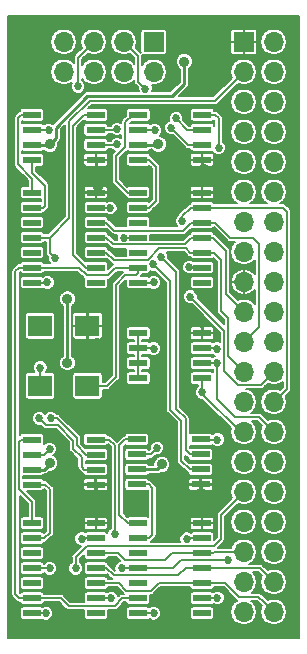
<source format=gtl>
G04 #@! TF.GenerationSoftware,KiCad,Pcbnew,5.0.0-fee4fd1~66~ubuntu18.04.1*
G04 #@! TF.CreationDate,2018-09-10T21:16:37+02:00*
G04 #@! TF.ProjectId,QuadCAN-FD,5175616443414E2D46442E6B69636164,rev?*
G04 #@! TF.SameCoordinates,Original*
G04 #@! TF.FileFunction,Copper,L1,Top,Signal*
G04 #@! TF.FilePolarity,Positive*
%FSLAX46Y46*%
G04 Gerber Fmt 4.6, Leading zero omitted, Abs format (unit mm)*
G04 Created by KiCad (PCBNEW 5.0.0-fee4fd1~66~ubuntu18.04.1) date Mon Sep 10 21:16:37 2018*
%MOMM*%
%LPD*%
G01*
G04 APERTURE LIST*
G04 #@! TA.AperFunction,SMDPad,CuDef*
%ADD10R,1.550000X0.600000*%
G04 #@! TD*
G04 #@! TA.AperFunction,SMDPad,CuDef*
%ADD11R,2.000000X1.800000*%
G04 #@! TD*
G04 #@! TA.AperFunction,ComponentPad*
%ADD12R,1.700000X1.700000*%
G04 #@! TD*
G04 #@! TA.AperFunction,ComponentPad*
%ADD13O,1.700000X1.700000*%
G04 #@! TD*
G04 #@! TA.AperFunction,SMDPad,CuDef*
%ADD14R,1.500000X0.600000*%
G04 #@! TD*
G04 #@! TA.AperFunction,ViaPad*
%ADD15C,0.685800*%
G04 #@! TD*
G04 #@! TA.AperFunction,ViaPad*
%ADD16C,0.900000*%
G04 #@! TD*
G04 #@! TA.AperFunction,Conductor*
%ADD17C,0.152400*%
G04 #@! TD*
G04 #@! TA.AperFunction,Conductor*
%ADD18C,0.250000*%
G04 #@! TD*
G04 #@! TA.AperFunction,Conductor*
%ADD19C,0.150000*%
G04 #@! TD*
G04 APERTURE END LIST*
D10*
G04 #@! TO.P,U9,1*
G04 #@! TO.N,GND*
X92667500Y-50060000D03*
G04 #@! TO.P,U9,2*
X92667500Y-51330000D03*
G04 #@! TO.P,U9,3*
X92667500Y-52600000D03*
G04 #@! TO.P,U9,4*
X92667500Y-53870000D03*
G04 #@! TO.P,U9,5*
G04 #@! TO.N,ID_SD*
X98067500Y-53870000D03*
G04 #@! TO.P,U9,6*
G04 #@! TO.N,ID_SC*
X98067500Y-52600000D03*
G04 #@! TO.P,U9,7*
G04 #@! TO.N,GND*
X98067500Y-51330000D03*
G04 #@! TO.P,U9,8*
G04 #@! TO.N,+3V3*
X98067500Y-50060000D03*
G04 #@! TD*
D11*
G04 #@! TO.P,X1,1*
G04 #@! TO.N,Net-(X1-Pad1)*
X84367500Y-49425000D03*
G04 #@! TO.P,X1,2*
G04 #@! TO.N,GND*
X84367500Y-54505000D03*
G04 #@! TO.P,X1,3*
G04 #@! TO.N,CLK-20MHz*
X88367500Y-54505000D03*
G04 #@! TO.P,X1,4*
G04 #@! TO.N,+3V3*
X88367500Y-49425000D03*
G04 #@! TD*
D12*
G04 #@! TO.P,J1,1*
G04 #@! TO.N,+3V3*
X101600000Y-25400000D03*
D13*
G04 #@! TO.P,J1,2*
G04 #@! TO.N,+5V*
X104140000Y-25400000D03*
G04 #@! TO.P,J1,3*
G04 #@! TO.N,MCP1_INT*
X101600000Y-27940000D03*
G04 #@! TO.P,J1,4*
G04 #@! TO.N,+5V*
X104140000Y-27940000D03*
G04 #@! TO.P,J1,5*
G04 #@! TO.N,Net-(J1-Pad5)*
X101600000Y-30480000D03*
G04 #@! TO.P,J1,6*
G04 #@! TO.N,GND*
X104140000Y-30480000D03*
G04 #@! TO.P,J1,7*
G04 #@! TO.N,MCP0_INT*
X101600000Y-33020000D03*
G04 #@! TO.P,J1,8*
G04 #@! TO.N,Net-(J1-Pad8)*
X104140000Y-33020000D03*
G04 #@! TO.P,J1,9*
G04 #@! TO.N,GND*
X101600000Y-35560000D03*
G04 #@! TO.P,J1,10*
G04 #@! TO.N,Net-(J1-Pad10)*
X104140000Y-35560000D03*
G04 #@! TO.P,J1,11*
G04 #@! TO.N,SPI1_CS1*
X101600000Y-38100000D03*
G04 #@! TO.P,J1,12*
G04 #@! TO.N,SPI1_CS0*
X104140000Y-38100000D03*
G04 #@! TO.P,J1,13*
G04 #@! TO.N,Net-(J1-Pad13)*
X101600000Y-40640000D03*
G04 #@! TO.P,J1,14*
G04 #@! TO.N,GND*
X104140000Y-40640000D03*
G04 #@! TO.P,J1,15*
G04 #@! TO.N,Net-(J1-Pad15)*
X101600000Y-43180000D03*
G04 #@! TO.P,J1,16*
G04 #@! TO.N,Net-(J1-Pad16)*
X104140000Y-43180000D03*
G04 #@! TO.P,J1,17*
G04 #@! TO.N,+3V3*
X101600000Y-45720000D03*
G04 #@! TO.P,J1,18*
G04 #@! TO.N,Net-(J1-Pad18)*
X104140000Y-45720000D03*
G04 #@! TO.P,J1,19*
G04 #@! TO.N,SPI0_MOSI*
X101600000Y-48260000D03*
G04 #@! TO.P,J1,20*
G04 #@! TO.N,GND*
X104140000Y-48260000D03*
G04 #@! TO.P,J1,21*
G04 #@! TO.N,SPI0_MISO*
X101600000Y-50800000D03*
G04 #@! TO.P,J1,22*
G04 #@! TO.N,Net-(J1-Pad22)*
X104140000Y-50800000D03*
G04 #@! TO.P,J1,23*
G04 #@! TO.N,SPI0_SCK*
X101600000Y-53340000D03*
G04 #@! TO.P,J1,24*
G04 #@! TO.N,SPI0_CS1*
X104140000Y-53340000D03*
G04 #@! TO.P,J1,25*
G04 #@! TO.N,GND*
X101600000Y-55880000D03*
G04 #@! TO.P,J1,26*
G04 #@! TO.N,SPI0_CS0*
X104140000Y-55880000D03*
G04 #@! TO.P,J1,27*
G04 #@! TO.N,ID_SD*
X101600000Y-58420000D03*
G04 #@! TO.P,J1,28*
G04 #@! TO.N,ID_SC*
X104140000Y-58420000D03*
G04 #@! TO.P,J1,29*
G04 #@! TO.N,Net-(J1-Pad29)*
X101600000Y-60960000D03*
G04 #@! TO.P,J1,30*
G04 #@! TO.N,GND*
X104140000Y-60960000D03*
G04 #@! TO.P,J1,31*
G04 #@! TO.N,MCP3_INT*
X101600000Y-63500000D03*
G04 #@! TO.P,J1,32*
G04 #@! TO.N,Net-(J1-Pad32)*
X104140000Y-63500000D03*
G04 #@! TO.P,J1,33*
G04 #@! TO.N,MCP2_INT*
X101600000Y-66040000D03*
G04 #@! TO.P,J1,34*
G04 #@! TO.N,GND*
X104140000Y-66040000D03*
G04 #@! TO.P,J1,35*
G04 #@! TO.N,SPI1_MISO*
X101600000Y-68580000D03*
G04 #@! TO.P,J1,36*
G04 #@! TO.N,Net-(J1-Pad36)*
X104140000Y-68580000D03*
G04 #@! TO.P,J1,37*
G04 #@! TO.N,Net-(J1-Pad37)*
X101600000Y-71120000D03*
G04 #@! TO.P,J1,38*
G04 #@! TO.N,SPI1_MOSI*
X104140000Y-71120000D03*
G04 #@! TO.P,J1,39*
G04 #@! TO.N,GND*
X101600000Y-73660000D03*
G04 #@! TO.P,J1,40*
G04 #@! TO.N,SPI1_SCK*
X104140000Y-73660000D03*
G04 #@! TD*
D12*
G04 #@! TO.P,J2,1*
G04 #@! TO.N,CAN0_L*
X93980000Y-25400000D03*
D13*
G04 #@! TO.P,J2,2*
G04 #@! TO.N,CAN0_H*
X93980000Y-27940000D03*
G04 #@! TO.P,J2,3*
G04 #@! TO.N,CAN1_L*
X91440000Y-25400000D03*
G04 #@! TO.P,J2,4*
G04 #@! TO.N,CAN1_H*
X91440000Y-27940000D03*
G04 #@! TO.P,J2,5*
G04 #@! TO.N,CAN2_L*
X88900000Y-25400000D03*
G04 #@! TO.P,J2,6*
G04 #@! TO.N,CAN2_H*
X88900000Y-27940000D03*
G04 #@! TO.P,J2,7*
G04 #@! TO.N,CAN3_L*
X86360000Y-25400000D03*
G04 #@! TO.P,J2,8*
G04 #@! TO.N,CAN3_H*
X86360000Y-27940000D03*
G04 #@! TD*
D14*
G04 #@! TO.P,U1,1*
G04 #@! TO.N,Net-(U1-Pad1)*
X92667500Y-38155000D03*
G04 #@! TO.P,U1,2*
G04 #@! TO.N,Net-(U1-Pad2)*
X92667500Y-39425000D03*
G04 #@! TO.P,U1,3*
G04 #@! TO.N,Net-(U1-Pad3)*
X92667500Y-40695000D03*
G04 #@! TO.P,U1,4*
G04 #@! TO.N,MCP0_INT*
X92667500Y-41965000D03*
G04 #@! TO.P,U1,5*
G04 #@! TO.N,Net-(U1-Pad5)*
X92667500Y-43235000D03*
G04 #@! TO.P,U1,6*
G04 #@! TO.N,CLK-20MHz*
X92667500Y-44505000D03*
G04 #@! TO.P,U1,7*
G04 #@! TO.N,GND*
X92667500Y-45775000D03*
G04 #@! TO.P,U1,8*
G04 #@! TO.N,Net-(U1-Pad8)*
X98067500Y-45775000D03*
G04 #@! TO.P,U1,9*
G04 #@! TO.N,Net-(U1-Pad9)*
X98067500Y-44505000D03*
G04 #@! TO.P,U1,10*
G04 #@! TO.N,SPI0_SCK*
X98067500Y-43235000D03*
G04 #@! TO.P,U1,11*
G04 #@! TO.N,SPI0_MOSI*
X98067500Y-41965000D03*
G04 #@! TO.P,U1,12*
G04 #@! TO.N,SPI0_MISO*
X98067500Y-40695000D03*
G04 #@! TO.P,U1,13*
G04 #@! TO.N,SPI0_CS0*
X98067500Y-39425000D03*
G04 #@! TO.P,U1,14*
G04 #@! TO.N,+3V3*
X98067500Y-38155000D03*
G04 #@! TD*
G04 #@! TO.P,U2,14*
G04 #@! TO.N,+3V3*
X89067500Y-38155000D03*
G04 #@! TO.P,U2,13*
G04 #@! TO.N,SPI0_CS1*
X89067500Y-39425000D03*
G04 #@! TO.P,U2,12*
G04 #@! TO.N,SPI0_MISO*
X89067500Y-40695000D03*
G04 #@! TO.P,U2,11*
G04 #@! TO.N,SPI0_MOSI*
X89067500Y-41965000D03*
G04 #@! TO.P,U2,10*
G04 #@! TO.N,SPI0_SCK*
X89067500Y-43235000D03*
G04 #@! TO.P,U2,9*
G04 #@! TO.N,Net-(U2-Pad9)*
X89067500Y-44505000D03*
G04 #@! TO.P,U2,8*
G04 #@! TO.N,Net-(U2-Pad8)*
X89067500Y-45775000D03*
G04 #@! TO.P,U2,7*
G04 #@! TO.N,GND*
X83667500Y-45775000D03*
G04 #@! TO.P,U2,6*
G04 #@! TO.N,CLK-20MHz*
X83667500Y-44505000D03*
G04 #@! TO.P,U2,5*
G04 #@! TO.N,Net-(U2-Pad5)*
X83667500Y-43235000D03*
G04 #@! TO.P,U2,4*
G04 #@! TO.N,MCP1_INT*
X83667500Y-41965000D03*
G04 #@! TO.P,U2,3*
G04 #@! TO.N,Net-(U2-Pad3)*
X83667500Y-40695000D03*
G04 #@! TO.P,U2,2*
G04 #@! TO.N,Net-(U2-Pad2)*
X83667500Y-39425000D03*
G04 #@! TO.P,U2,1*
G04 #@! TO.N,Net-(U2-Pad1)*
X83667500Y-38155000D03*
G04 #@! TD*
G04 #@! TO.P,U3,1*
G04 #@! TO.N,Net-(U3-Pad1)*
X92667500Y-66155000D03*
G04 #@! TO.P,U3,2*
G04 #@! TO.N,Net-(U3-Pad2)*
X92667500Y-67425000D03*
G04 #@! TO.P,U3,3*
G04 #@! TO.N,Net-(U3-Pad3)*
X92667500Y-68695000D03*
G04 #@! TO.P,U3,4*
G04 #@! TO.N,MCP2_INT*
X92667500Y-69965000D03*
G04 #@! TO.P,U3,5*
G04 #@! TO.N,Net-(U3-Pad5)*
X92667500Y-71235000D03*
G04 #@! TO.P,U3,6*
G04 #@! TO.N,CLK-20MHz*
X92667500Y-72505000D03*
G04 #@! TO.P,U3,7*
G04 #@! TO.N,GND*
X92667500Y-73775000D03*
G04 #@! TO.P,U3,8*
G04 #@! TO.N,Net-(U3-Pad8)*
X98067500Y-73775000D03*
G04 #@! TO.P,U3,9*
G04 #@! TO.N,Net-(U3-Pad9)*
X98067500Y-72505000D03*
G04 #@! TO.P,U3,10*
G04 #@! TO.N,SPI1_SCK*
X98067500Y-71235000D03*
G04 #@! TO.P,U3,11*
G04 #@! TO.N,SPI1_MOSI*
X98067500Y-69965000D03*
G04 #@! TO.P,U3,12*
G04 #@! TO.N,SPI1_MISO*
X98067500Y-68695000D03*
G04 #@! TO.P,U3,13*
G04 #@! TO.N,SPI1_CS0*
X98067500Y-67425000D03*
G04 #@! TO.P,U3,14*
G04 #@! TO.N,+3V3*
X98067500Y-66155000D03*
G04 #@! TD*
G04 #@! TO.P,U4,14*
G04 #@! TO.N,+3V3*
X89067500Y-66155000D03*
G04 #@! TO.P,U4,13*
G04 #@! TO.N,SPI1_CS1*
X89067500Y-67425000D03*
G04 #@! TO.P,U4,12*
G04 #@! TO.N,SPI1_MISO*
X89067500Y-68695000D03*
G04 #@! TO.P,U4,11*
G04 #@! TO.N,SPI1_MOSI*
X89067500Y-69965000D03*
G04 #@! TO.P,U4,10*
G04 #@! TO.N,SPI1_SCK*
X89067500Y-71235000D03*
G04 #@! TO.P,U4,9*
G04 #@! TO.N,Net-(U4-Pad9)*
X89067500Y-72505000D03*
G04 #@! TO.P,U4,8*
G04 #@! TO.N,Net-(U4-Pad8)*
X89067500Y-73775000D03*
G04 #@! TO.P,U4,7*
G04 #@! TO.N,GND*
X83667500Y-73775000D03*
G04 #@! TO.P,U4,6*
G04 #@! TO.N,CLK-20MHz*
X83667500Y-72505000D03*
G04 #@! TO.P,U4,5*
G04 #@! TO.N,Net-(U4-Pad5)*
X83667500Y-71235000D03*
G04 #@! TO.P,U4,4*
G04 #@! TO.N,MCP3_INT*
X83667500Y-69965000D03*
G04 #@! TO.P,U4,3*
G04 #@! TO.N,Net-(U4-Pad3)*
X83667500Y-68695000D03*
G04 #@! TO.P,U4,2*
G04 #@! TO.N,Net-(U4-Pad2)*
X83667500Y-67425000D03*
G04 #@! TO.P,U4,1*
G04 #@! TO.N,Net-(U4-Pad1)*
X83667500Y-66155000D03*
G04 #@! TD*
D10*
G04 #@! TO.P,U5,8*
G04 #@! TO.N,Net-(U1-Pad9)*
X98067500Y-31560000D03*
G04 #@! TO.P,U5,7*
G04 #@! TO.N,CAN0_H*
X98067500Y-32830000D03*
G04 #@! TO.P,U5,6*
G04 #@! TO.N,CAN0_L*
X98067500Y-34100000D03*
G04 #@! TO.P,U5,5*
G04 #@! TO.N,+3V3*
X98067500Y-35370000D03*
G04 #@! TO.P,U5,4*
G04 #@! TO.N,Net-(U1-Pad2)*
X92667500Y-35370000D03*
G04 #@! TO.P,U5,3*
G04 #@! TO.N,+5V*
X92667500Y-34100000D03*
G04 #@! TO.P,U5,2*
G04 #@! TO.N,GND*
X92667500Y-32830000D03*
G04 #@! TO.P,U5,1*
G04 #@! TO.N,Net-(U1-Pad1)*
X92667500Y-31560000D03*
G04 #@! TD*
G04 #@! TO.P,U6,1*
G04 #@! TO.N,Net-(U2-Pad1)*
X83667500Y-31560000D03*
G04 #@! TO.P,U6,2*
G04 #@! TO.N,GND*
X83667500Y-32830000D03*
G04 #@! TO.P,U6,3*
G04 #@! TO.N,+5V*
X83667500Y-34100000D03*
G04 #@! TO.P,U6,4*
G04 #@! TO.N,Net-(U2-Pad2)*
X83667500Y-35370000D03*
G04 #@! TO.P,U6,5*
G04 #@! TO.N,+3V3*
X89067500Y-35370000D03*
G04 #@! TO.P,U6,6*
G04 #@! TO.N,CAN1_L*
X89067500Y-34100000D03*
G04 #@! TO.P,U6,7*
G04 #@! TO.N,CAN1_H*
X89067500Y-32830000D03*
G04 #@! TO.P,U6,8*
G04 #@! TO.N,Net-(U2-Pad9)*
X89067500Y-31560000D03*
G04 #@! TD*
G04 #@! TO.P,U7,8*
G04 #@! TO.N,Net-(U3-Pad9)*
X97950000Y-59055000D03*
G04 #@! TO.P,U7,7*
G04 #@! TO.N,CAN2_H*
X97950000Y-60325000D03*
G04 #@! TO.P,U7,6*
G04 #@! TO.N,CAN2_L*
X97950000Y-61595000D03*
G04 #@! TO.P,U7,5*
G04 #@! TO.N,+3V3*
X97950000Y-62865000D03*
G04 #@! TO.P,U7,4*
G04 #@! TO.N,Net-(U3-Pad2)*
X92550000Y-62865000D03*
G04 #@! TO.P,U7,3*
G04 #@! TO.N,+5V*
X92550000Y-61595000D03*
G04 #@! TO.P,U7,2*
G04 #@! TO.N,GND*
X92550000Y-60325000D03*
G04 #@! TO.P,U7,1*
G04 #@! TO.N,Net-(U3-Pad1)*
X92550000Y-59055000D03*
G04 #@! TD*
G04 #@! TO.P,U8,1*
G04 #@! TO.N,Net-(U4-Pad1)*
X83660000Y-59060000D03*
G04 #@! TO.P,U8,2*
G04 #@! TO.N,GND*
X83660000Y-60330000D03*
G04 #@! TO.P,U8,3*
G04 #@! TO.N,+5V*
X83660000Y-61600000D03*
G04 #@! TO.P,U8,4*
G04 #@! TO.N,Net-(U4-Pad2)*
X83660000Y-62870000D03*
G04 #@! TO.P,U8,5*
G04 #@! TO.N,+3V3*
X89060000Y-62870000D03*
G04 #@! TO.P,U8,6*
G04 #@! TO.N,CAN3_L*
X89060000Y-61600000D03*
G04 #@! TO.P,U8,7*
G04 #@! TO.N,CAN3_H*
X89060000Y-60330000D03*
G04 #@! TO.P,U8,8*
G04 #@! TO.N,Net-(U4-Pad9)*
X89060000Y-59060000D03*
G04 #@! TD*
D15*
G04 #@! TO.N,GND*
X93967500Y-51365000D03*
X84367500Y-52965000D03*
X84967500Y-45765000D03*
X93967500Y-45765000D03*
X85067500Y-32865000D03*
X94067500Y-32865000D03*
X99367500Y-51365000D03*
X94267500Y-59765000D03*
X85167500Y-59865000D03*
X84867500Y-73764988D03*
X93967500Y-73765006D03*
D16*
G04 #@! TO.N,+3V3*
X89367500Y-63865000D03*
X89367500Y-65165000D03*
X95367500Y-40565000D03*
X97967500Y-63565000D03*
X97267500Y-48765000D03*
X89067500Y-36565000D03*
X89267500Y-37665000D03*
X89167500Y-50865000D03*
X98267500Y-36165000D03*
G04 #@! TO.N,+5V*
X94367500Y-34065000D03*
X94667500Y-61165000D03*
X85167500Y-61065000D03*
X85167500Y-34065000D03*
X96567500Y-27065000D03*
X86667500Y-47165000D03*
X86667498Y-52565000D03*
D15*
G04 #@! TO.N,MCP1_INT*
X85617500Y-43715000D03*
G04 #@! TO.N,SPI1_CS1*
X87867500Y-67465000D03*
G04 #@! TO.N,MCP3_INT*
X85167500Y-69965000D03*
X87367500Y-69965000D03*
G04 #@! TO.N,SPI1_CS0*
X96767500Y-67465000D03*
G04 #@! TO.N,SPI0_CS1*
X90295990Y-39465000D03*
X97067500Y-46965000D03*
G04 #@! TO.N,SPI0_CS0*
X96363388Y-40560888D03*
G04 #@! TO.N,MCP2_INT*
X91267502Y-69965000D03*
X100267500Y-69265000D03*
G04 #@! TO.N,MCP0_INT*
X91467500Y-41965000D03*
G04 #@! TO.N,CAN0_L*
X95467500Y-32665000D03*
G04 #@! TO.N,CAN1_L*
X93267500Y-29365000D03*
X90867500Y-34065000D03*
G04 #@! TO.N,CAN2_L*
X93937987Y-44218455D03*
X87567500Y-29165000D03*
G04 #@! TO.N,CAN3_L*
X84267500Y-57265002D03*
G04 #@! TO.N,CAN3_H*
X85267500Y-57265000D03*
G04 #@! TO.N,CAN2_H*
X94567500Y-43565000D03*
G04 #@! TO.N,CAN1_H*
X90867500Y-32765000D03*
G04 #@! TO.N,CAN0_H*
X95867500Y-31865000D03*
G04 #@! TO.N,Net-(U1-Pad9)*
X99467500Y-34365000D03*
X96967500Y-44465000D03*
G04 #@! TO.N,Net-(U3-Pad9)*
X99367500Y-59065000D03*
X99367500Y-72465000D03*
G04 #@! TO.N,Net-(U4-Pad9)*
X90367500Y-72465000D03*
X90667500Y-67065002D03*
G04 #@! TO.N,ID_SD*
X98067500Y-55065000D03*
G04 #@! TO.N,ID_SC*
X99367500Y-52565000D03*
G04 #@! TD*
D17*
G04 #@! TO.N,GND*
X92667500Y-51330000D02*
X93932500Y-51330000D01*
X93932500Y-51330000D02*
X93967500Y-51365000D01*
X84367500Y-54505000D02*
X84367500Y-52965000D01*
X83667500Y-45775000D02*
X84957500Y-45775000D01*
X84957500Y-45775000D02*
X84967500Y-45765000D01*
X92667500Y-45775000D02*
X93957500Y-45775000D01*
X93957500Y-45775000D02*
X93967500Y-45765000D01*
X83667500Y-32830000D02*
X85032500Y-32830000D01*
X85032500Y-32830000D02*
X85067500Y-32865000D01*
X92667500Y-32830000D02*
X94032500Y-32830000D01*
X94032500Y-32830000D02*
X94067500Y-32865000D01*
X92667500Y-53870000D02*
X92667500Y-52600000D01*
X92667500Y-52600000D02*
X92667500Y-51330000D01*
X92667500Y-51330000D02*
X92667500Y-50060000D01*
X99332500Y-51330000D02*
X99367500Y-51365000D01*
X98067500Y-51330000D02*
X99332500Y-51330000D01*
X93707500Y-60325000D02*
X94267500Y-59765000D01*
X92550000Y-60325000D02*
X93707500Y-60325000D01*
X84702500Y-60330000D02*
X85167500Y-59865000D01*
X83660000Y-60330000D02*
X84702500Y-60330000D01*
X84857488Y-73775000D02*
X84867500Y-73764988D01*
X83667500Y-73775000D02*
X84857488Y-73775000D01*
X93957506Y-73775000D02*
X93967500Y-73765006D01*
X92667500Y-73775000D02*
X93957506Y-73775000D01*
D18*
G04 #@! TO.N,+3V3*
X89060000Y-62870000D02*
X89060000Y-63557500D01*
X89060000Y-63557500D02*
X89367500Y-63865000D01*
X89067500Y-66155000D02*
X89067500Y-65465000D01*
X89067500Y-65465000D02*
X89367500Y-65165000D01*
X97950000Y-62865000D02*
X97950000Y-63547500D01*
X97950000Y-63547500D02*
X97967500Y-63565000D01*
X98067500Y-50060000D02*
X98067500Y-49510000D01*
X97322500Y-48765000D02*
X97267500Y-48765000D01*
X98067500Y-49510000D02*
X97322500Y-48765000D01*
X89067500Y-35370000D02*
X89067500Y-36565000D01*
X89267500Y-37965000D02*
X89267500Y-37665000D01*
X89067500Y-38155000D02*
X89077500Y-38155000D01*
X89077500Y-38155000D02*
X89267500Y-37965000D01*
X88367500Y-49425000D02*
X88367500Y-50575000D01*
X88657500Y-50865000D02*
X89167500Y-50865000D01*
X88367500Y-50575000D02*
X88657500Y-50865000D01*
X98067500Y-35965000D02*
X98267500Y-36165000D01*
X98067500Y-35370000D02*
X98067500Y-35965000D01*
G04 #@! TO.N,+5V*
X83667500Y-34100000D02*
X85132500Y-34100000D01*
X85132500Y-34100000D02*
X85167500Y-34065000D01*
X92667500Y-34100000D02*
X94332500Y-34100000D01*
X94332500Y-34100000D02*
X94367500Y-34065000D01*
X92550000Y-61595000D02*
X94237500Y-61595000D01*
X94237500Y-61595000D02*
X94667500Y-61165000D01*
X85167500Y-61117500D02*
X85167500Y-61065000D01*
X84685000Y-61600000D02*
X85167500Y-61117500D01*
X83660000Y-61600000D02*
X84685000Y-61600000D01*
X96567500Y-28965000D02*
X96567500Y-27065000D01*
X85687801Y-32644699D02*
X88347199Y-29985301D01*
X95547199Y-29985301D02*
X96567500Y-28965000D01*
X85167500Y-34065000D02*
X85687801Y-33544699D01*
X85687801Y-33544699D02*
X85687801Y-32644699D01*
X88347199Y-29985301D02*
X95547199Y-29985301D01*
X86667500Y-52564998D02*
X86667498Y-52565000D01*
X86667500Y-47165000D02*
X86667500Y-52564998D01*
D17*
G04 #@! TO.N,MCP1_INT*
X83667500Y-41965000D02*
X85167500Y-41965000D01*
X85167500Y-41965000D02*
X85167500Y-43265000D01*
X85167500Y-43265000D02*
X85274601Y-43372101D01*
X85274601Y-43372101D02*
X85617500Y-43715000D01*
X86812689Y-40319811D02*
X86812689Y-32119811D01*
X85167500Y-41965000D02*
X86812689Y-40319811D01*
X86812689Y-32119811D02*
X88567500Y-30365000D01*
X99175000Y-30365000D02*
X100750001Y-28789999D01*
X88567500Y-30365000D02*
X99175000Y-30365000D01*
X100750001Y-28789999D02*
X101600000Y-27940000D01*
G04 #@! TO.N,SPI1_CS1*
X87907500Y-67425000D02*
X87867500Y-67465000D01*
X89067500Y-67425000D02*
X87907500Y-67425000D01*
G04 #@! TO.N,MCP3_INT*
X85067500Y-69965000D02*
X84967500Y-69965000D01*
X83667500Y-69965000D02*
X85067500Y-69965000D01*
X85067500Y-69965000D02*
X85167500Y-69965000D01*
X83667500Y-69965000D02*
X85167500Y-69965000D01*
X99667500Y-65432500D02*
X100750001Y-64349999D01*
X100750001Y-64349999D02*
X101600000Y-63500000D01*
X88313324Y-68065000D02*
X99067500Y-68065000D01*
X99067500Y-68065000D02*
X99667500Y-67465000D01*
X99667500Y-67465000D02*
X99667500Y-65432500D01*
X87367500Y-69965000D02*
X87367500Y-69010824D01*
X87367500Y-69010824D02*
X88313324Y-68065000D01*
G04 #@! TO.N,SPI1_CS0*
X96807500Y-67425000D02*
X96767500Y-67465000D01*
X98067500Y-67425000D02*
X96807500Y-67425000D01*
G04 #@! TO.N,SPI0_MOSI*
X97165100Y-41965000D02*
X98067500Y-41965000D01*
X96593598Y-42536502D02*
X97165100Y-41965000D01*
X90541402Y-42536502D02*
X96593598Y-42536502D01*
X89067500Y-41965000D02*
X89969900Y-41965000D01*
X89969900Y-41965000D02*
X90541402Y-42536502D01*
X98969900Y-41965000D02*
X100067500Y-43062600D01*
X100067500Y-43062600D02*
X100067500Y-46727500D01*
X98067500Y-41965000D02*
X98969900Y-41965000D01*
X100067500Y-46727500D02*
X100750001Y-47410001D01*
X100750001Y-47410001D02*
X101600000Y-48260000D01*
G04 #@! TO.N,SPI0_MISO*
X98067500Y-40695000D02*
X99197500Y-40695000D01*
X102867500Y-49532500D02*
X102449999Y-49950001D01*
X100467500Y-41965000D02*
X102367500Y-41965000D01*
X102367500Y-41965000D02*
X102867500Y-42465000D01*
X102449999Y-49950001D02*
X101600000Y-50800000D01*
X99197500Y-40695000D02*
X100467500Y-41965000D01*
X102867500Y-42465000D02*
X102867500Y-49532500D01*
X96495100Y-41365000D02*
X97165100Y-40695000D01*
X89067500Y-40695000D02*
X89969900Y-40695000D01*
X90639900Y-41365000D02*
X96495100Y-41365000D01*
X89969900Y-40695000D02*
X90639900Y-41365000D01*
X97165100Y-40695000D02*
X98067500Y-40695000D01*
G04 #@! TO.N,SPI0_SCK*
X97067500Y-43235000D02*
X98067500Y-43235000D01*
X89969900Y-43235000D02*
X90599900Y-43865000D01*
X94450929Y-42865000D02*
X96697500Y-42865000D01*
X93450929Y-43865000D02*
X94450929Y-42865000D01*
X96697500Y-42865000D02*
X97067500Y-43235000D01*
X89067500Y-43235000D02*
X89969900Y-43235000D01*
X90599900Y-43865000D02*
X93450929Y-43865000D01*
X99667500Y-43865000D02*
X99037500Y-43235000D01*
X99667500Y-48165000D02*
X99667500Y-43865000D01*
X100267500Y-48765000D02*
X99667500Y-48165000D01*
X101600000Y-53340000D02*
X100267500Y-52007500D01*
X99037500Y-43235000D02*
X98067500Y-43235000D01*
X100267500Y-52007500D02*
X100267500Y-48765000D01*
G04 #@! TO.N,SPI0_CS1*
X89067500Y-39425000D02*
X90255990Y-39425000D01*
X90255990Y-39425000D02*
X90295990Y-39465000D01*
X104140000Y-53340000D02*
X103061399Y-54418601D01*
X99962690Y-53299020D02*
X99962690Y-49860190D01*
X101082271Y-54418601D02*
X99962690Y-53299020D01*
X99962690Y-49860190D02*
X97067500Y-46965000D01*
X103061399Y-54418601D02*
X101082271Y-54418601D01*
G04 #@! TO.N,SPI0_CS0*
X105267500Y-54752500D02*
X104989999Y-55030001D01*
X104989999Y-55030001D02*
X104140000Y-55880000D01*
X105267500Y-39765000D02*
X105267500Y-54752500D01*
X98067500Y-39425000D02*
X104927500Y-39425000D01*
X104927500Y-39425000D02*
X105267500Y-39765000D01*
X96363388Y-40169112D02*
X96363388Y-40560888D01*
X97107500Y-39425000D02*
X96363388Y-40169112D01*
X98067500Y-39425000D02*
X97107500Y-39425000D01*
G04 #@! TO.N,MCP2_INT*
X92667500Y-69965000D02*
X91267502Y-69965000D01*
X92667500Y-69965000D02*
X95567500Y-69965000D01*
X96267500Y-69265000D02*
X100267500Y-69265000D01*
X95567500Y-69965000D02*
X96267500Y-69265000D01*
G04 #@! TO.N,MCP0_INT*
X92667500Y-41965000D02*
X91467500Y-41965000D01*
G04 #@! TO.N,SPI1_MISO*
X99084900Y-68580000D02*
X101600000Y-68580000D01*
X98969900Y-68695000D02*
X99084900Y-68580000D01*
X98067500Y-68695000D02*
X98969900Y-68695000D01*
X95537500Y-68695000D02*
X98067500Y-68695000D01*
X94967500Y-69265000D02*
X95537500Y-68695000D01*
X91513322Y-69265000D02*
X94967500Y-69265000D01*
X89067500Y-68695000D02*
X90943322Y-68695000D01*
X90943322Y-68695000D02*
X91513322Y-69265000D01*
G04 #@! TO.N,SPI1_MOSI*
X102985000Y-69965000D02*
X104140000Y-71120000D01*
X98067500Y-69965000D02*
X102985000Y-69965000D01*
X96667500Y-69965000D02*
X98067500Y-69965000D01*
X89067500Y-69965000D02*
X89969900Y-69965000D01*
X96067500Y-70565000D02*
X96667500Y-69965000D01*
X90569900Y-70565000D02*
X96067500Y-70565000D01*
X89969900Y-69965000D02*
X90569900Y-70565000D01*
G04 #@! TO.N,SPI1_SCK*
X94397500Y-71235000D02*
X98067500Y-71235000D01*
X93767500Y-71865000D02*
X94397500Y-71235000D01*
X89067500Y-71235000D02*
X91037500Y-71235000D01*
X91667500Y-71865000D02*
X93767500Y-71865000D01*
X91037500Y-71235000D02*
X91667500Y-71865000D01*
X102845000Y-72365000D02*
X103290001Y-72810001D01*
X103290001Y-72810001D02*
X104140000Y-73660000D01*
X101167500Y-72365000D02*
X102845000Y-72365000D01*
X98067500Y-71235000D02*
X100037500Y-71235000D01*
X100037500Y-71235000D02*
X101167500Y-72365000D01*
G04 #@! TO.N,CAN0_L*
X98067500Y-34100000D02*
X96902500Y-34100000D01*
X96902500Y-34100000D02*
X95467500Y-32665000D01*
G04 #@! TO.N,CAN1_L*
X92667500Y-26627500D02*
X92667500Y-28765000D01*
X92667500Y-28765000D02*
X93267500Y-29365000D01*
X91440000Y-25400000D02*
X92667500Y-26627500D01*
X89067500Y-34100000D02*
X90832500Y-34100000D01*
X90832500Y-34100000D02*
X90867500Y-34065000D01*
G04 #@! TO.N,CAN2_L*
X88900000Y-25400000D02*
X87567500Y-26732500D01*
X87567500Y-26732500D02*
X87567500Y-29165000D01*
X95367500Y-45647968D02*
X93937987Y-44218455D01*
X97022600Y-61595000D02*
X96267500Y-60839900D01*
X97950000Y-61595000D02*
X97022600Y-61595000D01*
X96267500Y-57465000D02*
X95367500Y-56565000D01*
X96267500Y-60839900D02*
X96267500Y-57465000D01*
X95367500Y-56565000D02*
X95367500Y-45647968D01*
G04 #@! TO.N,CAN3_L*
X89060000Y-61600000D02*
X88102500Y-61600000D01*
X87162689Y-59160189D02*
X85839001Y-57836501D01*
X84838999Y-57836501D02*
X84267500Y-57265002D01*
X85839001Y-57836501D02*
X84838999Y-57836501D01*
X87867500Y-60569811D02*
X87162689Y-59865000D01*
X87867500Y-61365000D02*
X87867500Y-60569811D01*
X87162689Y-59865000D02*
X87162689Y-59160189D01*
X88102500Y-61600000D02*
X87867500Y-61365000D01*
G04 #@! TO.N,CAN3_H*
X85767500Y-57265000D02*
X85267500Y-57265000D01*
X87467500Y-58965000D02*
X85767500Y-57265000D01*
X89060000Y-60330000D02*
X88232500Y-60330000D01*
X88232500Y-60330000D02*
X87467500Y-59565000D01*
X87467500Y-59565000D02*
X87467500Y-58965000D01*
G04 #@! TO.N,CAN2_H*
X95867500Y-44865000D02*
X94567500Y-43565000D01*
X97022600Y-60325000D02*
X96667500Y-59969900D01*
X97950000Y-60325000D02*
X97022600Y-60325000D01*
X96667500Y-57265000D02*
X95867500Y-56465000D01*
X96667500Y-59969900D02*
X96667500Y-57265000D01*
X95867500Y-56465000D02*
X95867500Y-44865000D01*
G04 #@! TO.N,CAN1_H*
X90802500Y-32830000D02*
X90867500Y-32765000D01*
X89067500Y-32830000D02*
X90802500Y-32830000D01*
G04 #@! TO.N,CAN0_H*
X98067500Y-32830000D02*
X96832500Y-32830000D01*
X96832500Y-32830000D02*
X95867500Y-31865000D01*
G04 #@! TO.N,Net-(U1-Pad1)*
X92667500Y-38155000D02*
X91765100Y-38155000D01*
X91539002Y-32213498D02*
X92192500Y-31560000D01*
X90767500Y-37157400D02*
X90767500Y-35065000D01*
X91765100Y-38155000D02*
X90767500Y-37157400D01*
X90767500Y-35065000D02*
X91539002Y-34293498D01*
X92192500Y-31560000D02*
X92667500Y-31560000D01*
X91539002Y-34293498D02*
X91539002Y-32213498D01*
G04 #@! TO.N,Net-(U1-Pad2)*
X93572500Y-35370000D02*
X92667500Y-35370000D01*
X94167500Y-35965000D02*
X93572500Y-35370000D01*
X92667500Y-39425000D02*
X93569900Y-39425000D01*
X94167500Y-38827400D02*
X94167500Y-35965000D01*
X93569900Y-39425000D02*
X94167500Y-38827400D01*
G04 #@! TO.N,CLK-20MHz*
X88467500Y-54505000D02*
X88507500Y-54465000D01*
X88367500Y-54505000D02*
X88467500Y-54505000D01*
X82267500Y-44805000D02*
X82567500Y-44505000D01*
X82267500Y-72165000D02*
X82267500Y-44805000D01*
X82567500Y-44505000D02*
X83667500Y-44505000D01*
X82607500Y-72505000D02*
X82267500Y-72165000D01*
X83667500Y-72505000D02*
X82607500Y-72505000D01*
X92667500Y-44965000D02*
X92667500Y-44505000D01*
X90027500Y-54505000D02*
X90767500Y-53765000D01*
X88367500Y-54505000D02*
X90027500Y-54505000D01*
X90767500Y-53765000D02*
X90767500Y-45955000D01*
X90767500Y-45955000D02*
X91557500Y-45165000D01*
X91557500Y-45165000D02*
X92467500Y-45165000D01*
X92467500Y-45165000D02*
X92667500Y-44965000D01*
X91327500Y-72505000D02*
X92667500Y-72505000D01*
X90667500Y-73165000D02*
X91327500Y-72505000D01*
X86767500Y-73165000D02*
X90667500Y-73165000D01*
X83667500Y-72505000D02*
X86107500Y-72505000D01*
X86107500Y-72505000D02*
X86767500Y-73165000D01*
X87657500Y-44505000D02*
X83667500Y-44505000D01*
X88317500Y-45165000D02*
X87657500Y-44505000D01*
X90067500Y-45165000D02*
X88317500Y-45165000D01*
X92667500Y-44505000D02*
X90727500Y-44505000D01*
X90727500Y-44505000D02*
X90067500Y-45165000D01*
G04 #@! TO.N,Net-(U2-Pad2)*
X84767500Y-37565000D02*
X83667500Y-36465000D01*
X84767500Y-39265000D02*
X84767500Y-37565000D01*
X83667500Y-36465000D02*
X83667500Y-35370000D01*
X83667500Y-39425000D02*
X84607500Y-39425000D01*
X84607500Y-39425000D02*
X84767500Y-39265000D01*
G04 #@! TO.N,Net-(U2-Pad1)*
X82467500Y-31865000D02*
X82772500Y-31560000D01*
X82772500Y-31560000D02*
X83667500Y-31560000D01*
X82467500Y-35765000D02*
X82467500Y-31865000D01*
X83667500Y-38155000D02*
X83667500Y-36965000D01*
X83667500Y-36965000D02*
X82467500Y-35765000D01*
G04 #@! TO.N,Net-(U3-Pad1)*
X91067500Y-59565000D02*
X91577500Y-59055000D01*
X91577500Y-59055000D02*
X92550000Y-59055000D01*
X91067500Y-65457400D02*
X91067500Y-59565000D01*
X92667500Y-66155000D02*
X91765100Y-66155000D01*
X91765100Y-66155000D02*
X91067500Y-65457400D01*
G04 #@! TO.N,Net-(U3-Pad2)*
X93867500Y-67127400D02*
X93867500Y-63165000D01*
X92667500Y-67425000D02*
X93569900Y-67425000D01*
X93567500Y-62865000D02*
X92550000Y-62865000D01*
X93867500Y-63165000D02*
X93567500Y-62865000D01*
X93569900Y-67425000D02*
X93867500Y-67127400D01*
G04 #@! TO.N,Net-(U4-Pad2)*
X84772500Y-62870000D02*
X83660000Y-62870000D01*
X85167500Y-63265000D02*
X84772500Y-62870000D01*
X83667500Y-67425000D02*
X84707500Y-67425000D01*
X85167500Y-66965000D02*
X85167500Y-63265000D01*
X84707500Y-67425000D02*
X85167500Y-66965000D01*
G04 #@! TO.N,Net-(U4-Pad1)*
X82572311Y-59260189D02*
X82772500Y-59060000D01*
X82572311Y-63269811D02*
X82572311Y-59260189D01*
X82772500Y-59060000D02*
X83660000Y-59060000D01*
X83667500Y-66155000D02*
X83667500Y-64365000D01*
X83667500Y-64365000D02*
X82572311Y-63269811D01*
G04 #@! TO.N,Net-(U1-Pad9)*
X99467500Y-31865000D02*
X99467500Y-34365000D01*
X98067500Y-31560000D02*
X99162500Y-31560000D01*
X99162500Y-31560000D02*
X99467500Y-31865000D01*
X97007500Y-44505000D02*
X96967500Y-44465000D01*
X98067500Y-44505000D02*
X97007500Y-44505000D01*
G04 #@! TO.N,Net-(U2-Pad9)*
X87117500Y-43415000D02*
X87117500Y-32515000D01*
X88207500Y-44505000D02*
X87117500Y-43415000D01*
X89067500Y-44505000D02*
X88207500Y-44505000D01*
X87117500Y-32515000D02*
X88072500Y-31560000D01*
X88072500Y-31560000D02*
X89067500Y-31560000D01*
G04 #@! TO.N,Net-(U3-Pad9)*
X97960000Y-59065000D02*
X97950000Y-59055000D01*
X99367500Y-59065000D02*
X97960000Y-59065000D01*
X98067500Y-72505000D02*
X99327500Y-72505000D01*
X99327500Y-72505000D02*
X99367500Y-72465000D01*
G04 #@! TO.N,Net-(U4-Pad9)*
X89067500Y-72505000D02*
X90327500Y-72505000D01*
X90327500Y-72505000D02*
X90367500Y-72465000D01*
X90667500Y-59565000D02*
X90667500Y-67065002D01*
X89060000Y-59060000D02*
X90162500Y-59060000D01*
X90162500Y-59060000D02*
X90667500Y-59565000D01*
G04 #@! TO.N,ID_SD*
X98067500Y-55165000D02*
X98067500Y-55065000D01*
X98067500Y-53870000D02*
X98067500Y-55165000D01*
X101322500Y-58420000D02*
X101600000Y-58420000D01*
X98067500Y-55165000D02*
X101322500Y-58420000D01*
G04 #@! TO.N,ID_SC*
X103290001Y-57570001D02*
X104140000Y-58420000D01*
X102885000Y-57165000D02*
X103290001Y-57570001D01*
X98067500Y-52600000D02*
X99332500Y-52600000D01*
X99332500Y-52600000D02*
X99367500Y-52565000D01*
X99367500Y-55665000D02*
X100867500Y-57165000D01*
X99367500Y-52565000D02*
X99367500Y-55665000D01*
X100867500Y-57165000D02*
X102885000Y-57165000D01*
G04 #@! TD*
D19*
G04 #@! TO.N,+3V3*
G36*
X106305001Y-75825000D02*
X81655000Y-75825000D01*
X81655000Y-73475000D01*
X82637113Y-73475000D01*
X82637113Y-74075000D01*
X82658456Y-74182299D01*
X82719236Y-74273264D01*
X82810201Y-74334044D01*
X82917500Y-74355387D01*
X84417500Y-74355387D01*
X84524799Y-74334044D01*
X84563785Y-74307995D01*
X84744592Y-74382888D01*
X84990408Y-74382888D01*
X85217512Y-74288818D01*
X85391330Y-74115000D01*
X85485400Y-73887896D01*
X85485400Y-73642080D01*
X85391330Y-73414976D01*
X85217512Y-73241158D01*
X84990408Y-73147088D01*
X84744592Y-73147088D01*
X84545285Y-73229644D01*
X84524799Y-73215956D01*
X84417500Y-73194613D01*
X82917500Y-73194613D01*
X82810201Y-73215956D01*
X82719236Y-73276736D01*
X82658456Y-73367701D01*
X82637113Y-73475000D01*
X81655000Y-73475000D01*
X81655000Y-44805000D01*
X81909420Y-44805000D01*
X81916301Y-44839592D01*
X81916300Y-72130413D01*
X81909420Y-72165000D01*
X81916300Y-72199587D01*
X81936677Y-72302030D01*
X82014299Y-72418200D01*
X82043622Y-72437793D01*
X82334706Y-72728878D01*
X82354299Y-72758201D01*
X82383621Y-72777793D01*
X82470468Y-72835823D01*
X82607500Y-72863080D01*
X82642088Y-72856200D01*
X82647297Y-72856200D01*
X82658456Y-72912299D01*
X82719236Y-73003264D01*
X82810201Y-73064044D01*
X82917500Y-73085387D01*
X84417500Y-73085387D01*
X84524799Y-73064044D01*
X84615764Y-73003264D01*
X84676544Y-72912299D01*
X84687703Y-72856200D01*
X85962029Y-72856200D01*
X86494706Y-73388878D01*
X86514299Y-73418201D01*
X86630469Y-73495823D01*
X86732912Y-73516200D01*
X86732913Y-73516200D01*
X86767500Y-73523080D01*
X86802087Y-73516200D01*
X88037113Y-73516200D01*
X88037113Y-74075000D01*
X88058456Y-74182299D01*
X88119236Y-74273264D01*
X88210201Y-74334044D01*
X88317500Y-74355387D01*
X89817500Y-74355387D01*
X89924799Y-74334044D01*
X90015764Y-74273264D01*
X90076544Y-74182299D01*
X90097887Y-74075000D01*
X90097887Y-73516200D01*
X90632913Y-73516200D01*
X90667500Y-73523080D01*
X90702087Y-73516200D01*
X90702088Y-73516200D01*
X90804531Y-73495823D01*
X90835694Y-73475000D01*
X91637113Y-73475000D01*
X91637113Y-74075000D01*
X91658456Y-74182299D01*
X91719236Y-74273264D01*
X91810201Y-74334044D01*
X91917500Y-74355387D01*
X93417500Y-74355387D01*
X93524799Y-74334044D01*
X93607463Y-74278811D01*
X93617488Y-74288836D01*
X93844592Y-74382906D01*
X94090408Y-74382906D01*
X94317512Y-74288836D01*
X94491330Y-74115018D01*
X94585400Y-73887914D01*
X94585400Y-73642098D01*
X94516186Y-73475000D01*
X97037113Y-73475000D01*
X97037113Y-74075000D01*
X97058456Y-74182299D01*
X97119236Y-74273264D01*
X97210201Y-74334044D01*
X97317500Y-74355387D01*
X98817500Y-74355387D01*
X98924799Y-74334044D01*
X99015764Y-74273264D01*
X99076544Y-74182299D01*
X99097887Y-74075000D01*
X99097887Y-73475000D01*
X99076544Y-73367701D01*
X99015764Y-73276736D01*
X98924799Y-73215956D01*
X98817500Y-73194613D01*
X97317500Y-73194613D01*
X97210201Y-73215956D01*
X97119236Y-73276736D01*
X97058456Y-73367701D01*
X97037113Y-73475000D01*
X94516186Y-73475000D01*
X94491330Y-73414994D01*
X94317512Y-73241176D01*
X94090408Y-73147106D01*
X93844592Y-73147106D01*
X93617488Y-73241176D01*
X93595481Y-73263183D01*
X93524799Y-73215956D01*
X93417500Y-73194613D01*
X91917500Y-73194613D01*
X91810201Y-73215956D01*
X91719236Y-73276736D01*
X91658456Y-73367701D01*
X91637113Y-73475000D01*
X90835694Y-73475000D01*
X90920701Y-73418201D01*
X90940296Y-73388875D01*
X91472972Y-72856200D01*
X91647297Y-72856200D01*
X91658456Y-72912299D01*
X91719236Y-73003264D01*
X91810201Y-73064044D01*
X91917500Y-73085387D01*
X93417500Y-73085387D01*
X93524799Y-73064044D01*
X93615764Y-73003264D01*
X93676544Y-72912299D01*
X93697887Y-72805000D01*
X93697887Y-72216200D01*
X93732913Y-72216200D01*
X93767500Y-72223080D01*
X93802087Y-72216200D01*
X93802088Y-72216200D01*
X93858394Y-72205000D01*
X97037113Y-72205000D01*
X97037113Y-72805000D01*
X97058456Y-72912299D01*
X97119236Y-73003264D01*
X97210201Y-73064044D01*
X97317500Y-73085387D01*
X98817500Y-73085387D01*
X98924799Y-73064044D01*
X99015764Y-73003264D01*
X99023691Y-72991400D01*
X99244592Y-73082900D01*
X99490408Y-73082900D01*
X99717512Y-72988830D01*
X99891330Y-72815012D01*
X99985400Y-72587908D01*
X99985400Y-72342092D01*
X99891330Y-72114988D01*
X99717512Y-71941170D01*
X99490408Y-71847100D01*
X99244592Y-71847100D01*
X99017488Y-71941170D01*
X98977493Y-71981165D01*
X98924799Y-71945956D01*
X98817500Y-71924613D01*
X97317500Y-71924613D01*
X97210201Y-71945956D01*
X97119236Y-72006736D01*
X97058456Y-72097701D01*
X97037113Y-72205000D01*
X93858394Y-72205000D01*
X93904531Y-72195823D01*
X94020701Y-72118201D01*
X94040296Y-72088875D01*
X94542972Y-71586200D01*
X97047297Y-71586200D01*
X97058456Y-71642299D01*
X97119236Y-71733264D01*
X97210201Y-71794044D01*
X97317500Y-71815387D01*
X98817500Y-71815387D01*
X98924799Y-71794044D01*
X99015764Y-71733264D01*
X99076544Y-71642299D01*
X99087703Y-71586200D01*
X99892029Y-71586200D01*
X100894706Y-72588878D01*
X100914299Y-72618201D01*
X101024258Y-72691673D01*
X100788920Y-72848920D01*
X100540273Y-73221047D01*
X100452960Y-73660000D01*
X100540273Y-74098953D01*
X100788920Y-74471080D01*
X101161047Y-74719727D01*
X101489197Y-74785000D01*
X101710803Y-74785000D01*
X102038953Y-74719727D01*
X102411080Y-74471080D01*
X102659727Y-74098953D01*
X102747040Y-73660000D01*
X102659727Y-73221047D01*
X102411080Y-72848920D01*
X102212450Y-72716200D01*
X102699529Y-72716200D01*
X103129982Y-73146653D01*
X103080273Y-73221047D01*
X102992960Y-73660000D01*
X103080273Y-74098953D01*
X103328920Y-74471080D01*
X103701047Y-74719727D01*
X104029197Y-74785000D01*
X104250803Y-74785000D01*
X104578953Y-74719727D01*
X104951080Y-74471080D01*
X105199727Y-74098953D01*
X105287040Y-73660000D01*
X105199727Y-73221047D01*
X104951080Y-72848920D01*
X104578953Y-72600273D01*
X104250803Y-72535000D01*
X104029197Y-72535000D01*
X103701047Y-72600273D01*
X103626653Y-72649982D01*
X103117796Y-72141125D01*
X103098201Y-72111799D01*
X102982031Y-72034177D01*
X102879588Y-72013800D01*
X102879587Y-72013800D01*
X102845000Y-72006920D01*
X102810413Y-72013800D01*
X102287281Y-72013800D01*
X102411080Y-71931080D01*
X102659727Y-71558953D01*
X102747040Y-71120000D01*
X102659727Y-70681047D01*
X102415944Y-70316200D01*
X102839529Y-70316200D01*
X103129982Y-70606653D01*
X103080273Y-70681047D01*
X102992960Y-71120000D01*
X103080273Y-71558953D01*
X103328920Y-71931080D01*
X103701047Y-72179727D01*
X104029197Y-72245000D01*
X104250803Y-72245000D01*
X104578953Y-72179727D01*
X104951080Y-71931080D01*
X105199727Y-71558953D01*
X105287040Y-71120000D01*
X105199727Y-70681047D01*
X104951080Y-70308920D01*
X104578953Y-70060273D01*
X104250803Y-69995000D01*
X104029197Y-69995000D01*
X103701047Y-70060273D01*
X103626653Y-70109982D01*
X103257796Y-69741125D01*
X103238201Y-69711799D01*
X103122031Y-69634177D01*
X103019588Y-69613800D01*
X103019587Y-69613800D01*
X102985000Y-69606920D01*
X102950413Y-69613800D01*
X102077756Y-69613800D01*
X102411080Y-69391080D01*
X102659727Y-69018953D01*
X102747040Y-68580000D01*
X102992960Y-68580000D01*
X103080273Y-69018953D01*
X103328920Y-69391080D01*
X103701047Y-69639727D01*
X104029197Y-69705000D01*
X104250803Y-69705000D01*
X104578953Y-69639727D01*
X104951080Y-69391080D01*
X105199727Y-69018953D01*
X105287040Y-68580000D01*
X105199727Y-68141047D01*
X104951080Y-67768920D01*
X104578953Y-67520273D01*
X104250803Y-67455000D01*
X104029197Y-67455000D01*
X103701047Y-67520273D01*
X103328920Y-67768920D01*
X103080273Y-68141047D01*
X102992960Y-68580000D01*
X102747040Y-68580000D01*
X102659727Y-68141047D01*
X102411080Y-67768920D01*
X102038953Y-67520273D01*
X101710803Y-67455000D01*
X101489197Y-67455000D01*
X101161047Y-67520273D01*
X100788920Y-67768920D01*
X100540273Y-68141047D01*
X100522818Y-68228800D01*
X99400371Y-68228800D01*
X99891380Y-67737792D01*
X99920700Y-67718201D01*
X99944287Y-67682902D01*
X99998322Y-67602032D01*
X99998323Y-67602031D01*
X100018700Y-67499588D01*
X100018700Y-67499587D01*
X100025580Y-67465001D01*
X100018700Y-67430414D01*
X100018700Y-66040000D01*
X100452960Y-66040000D01*
X100540273Y-66478953D01*
X100788920Y-66851080D01*
X101161047Y-67099727D01*
X101489197Y-67165000D01*
X101710803Y-67165000D01*
X102038953Y-67099727D01*
X102411080Y-66851080D01*
X102659727Y-66478953D01*
X102747040Y-66040000D01*
X102992960Y-66040000D01*
X103080273Y-66478953D01*
X103328920Y-66851080D01*
X103701047Y-67099727D01*
X104029197Y-67165000D01*
X104250803Y-67165000D01*
X104578953Y-67099727D01*
X104951080Y-66851080D01*
X105199727Y-66478953D01*
X105287040Y-66040000D01*
X105199727Y-65601047D01*
X104951080Y-65228920D01*
X104578953Y-64980273D01*
X104250803Y-64915000D01*
X104029197Y-64915000D01*
X103701047Y-64980273D01*
X103328920Y-65228920D01*
X103080273Y-65601047D01*
X102992960Y-66040000D01*
X102747040Y-66040000D01*
X102659727Y-65601047D01*
X102411080Y-65228920D01*
X102038953Y-64980273D01*
X101710803Y-64915000D01*
X101489197Y-64915000D01*
X101161047Y-64980273D01*
X100788920Y-65228920D01*
X100540273Y-65601047D01*
X100452960Y-66040000D01*
X100018700Y-66040000D01*
X100018700Y-65577971D01*
X101022794Y-64573878D01*
X101022796Y-64573875D01*
X101086653Y-64510018D01*
X101161047Y-64559727D01*
X101489197Y-64625000D01*
X101710803Y-64625000D01*
X102038953Y-64559727D01*
X102411080Y-64311080D01*
X102659727Y-63938953D01*
X102747040Y-63500000D01*
X102992960Y-63500000D01*
X103080273Y-63938953D01*
X103328920Y-64311080D01*
X103701047Y-64559727D01*
X104029197Y-64625000D01*
X104250803Y-64625000D01*
X104578953Y-64559727D01*
X104951080Y-64311080D01*
X105199727Y-63938953D01*
X105287040Y-63500000D01*
X105199727Y-63061047D01*
X104951080Y-62688920D01*
X104578953Y-62440273D01*
X104250803Y-62375000D01*
X104029197Y-62375000D01*
X103701047Y-62440273D01*
X103328920Y-62688920D01*
X103080273Y-63061047D01*
X102992960Y-63500000D01*
X102747040Y-63500000D01*
X102659727Y-63061047D01*
X102411080Y-62688920D01*
X102038953Y-62440273D01*
X101710803Y-62375000D01*
X101489197Y-62375000D01*
X101161047Y-62440273D01*
X100788920Y-62688920D01*
X100540273Y-63061047D01*
X100452960Y-63500000D01*
X100540273Y-63938953D01*
X100589982Y-64013347D01*
X100526125Y-64077204D01*
X100526122Y-64077206D01*
X99443623Y-65159706D01*
X99414300Y-65179299D01*
X99394707Y-65208622D01*
X99336678Y-65295469D01*
X99309420Y-65432500D01*
X99316301Y-65467092D01*
X99316300Y-67319528D01*
X99097887Y-67537942D01*
X99097887Y-67125000D01*
X99076544Y-67017701D01*
X99015764Y-66926736D01*
X98924799Y-66865956D01*
X98817500Y-66844613D01*
X97317500Y-66844613D01*
X97210201Y-66865956D01*
X97119236Y-66926736D01*
X97111309Y-66938600D01*
X96890408Y-66847100D01*
X96644592Y-66847100D01*
X96417488Y-66941170D01*
X96243670Y-67114988D01*
X96149600Y-67342092D01*
X96149600Y-67587908D01*
X96201746Y-67713800D01*
X93769823Y-67713800D01*
X93823101Y-67678201D01*
X93842695Y-67648876D01*
X94091380Y-67400192D01*
X94120700Y-67380601D01*
X94146432Y-67342092D01*
X94198322Y-67264432D01*
X94198323Y-67264431D01*
X94218700Y-67161988D01*
X94218700Y-67161987D01*
X94225580Y-67127400D01*
X94218700Y-67092813D01*
X94218700Y-66238750D01*
X97042500Y-66238750D01*
X97042500Y-66509701D01*
X97084366Y-66610775D01*
X97161725Y-66688134D01*
X97262799Y-66730000D01*
X97983750Y-66730000D01*
X98052500Y-66661250D01*
X98052500Y-66170000D01*
X98082500Y-66170000D01*
X98082500Y-66661250D01*
X98151250Y-66730000D01*
X98872201Y-66730000D01*
X98973275Y-66688134D01*
X99050634Y-66610775D01*
X99092500Y-66509701D01*
X99092500Y-66238750D01*
X99023750Y-66170000D01*
X98082500Y-66170000D01*
X98052500Y-66170000D01*
X97111250Y-66170000D01*
X97042500Y-66238750D01*
X94218700Y-66238750D01*
X94218700Y-65800299D01*
X97042500Y-65800299D01*
X97042500Y-66071250D01*
X97111250Y-66140000D01*
X98052500Y-66140000D01*
X98052500Y-65648750D01*
X98082500Y-65648750D01*
X98082500Y-66140000D01*
X99023750Y-66140000D01*
X99092500Y-66071250D01*
X99092500Y-65800299D01*
X99050634Y-65699225D01*
X98973275Y-65621866D01*
X98872201Y-65580000D01*
X98151250Y-65580000D01*
X98082500Y-65648750D01*
X98052500Y-65648750D01*
X97983750Y-65580000D01*
X97262799Y-65580000D01*
X97161725Y-65621866D01*
X97084366Y-65699225D01*
X97042500Y-65800299D01*
X94218700Y-65800299D01*
X94218700Y-63199586D01*
X94225580Y-63164999D01*
X94210438Y-63088878D01*
X94198323Y-63027969D01*
X94145391Y-62948750D01*
X96900000Y-62948750D01*
X96900000Y-63219701D01*
X96941866Y-63320775D01*
X97019225Y-63398134D01*
X97120299Y-63440000D01*
X97866250Y-63440000D01*
X97935000Y-63371250D01*
X97935000Y-62880000D01*
X97965000Y-62880000D01*
X97965000Y-63371250D01*
X98033750Y-63440000D01*
X98779701Y-63440000D01*
X98880775Y-63398134D01*
X98958134Y-63320775D01*
X99000000Y-63219701D01*
X99000000Y-62948750D01*
X98931250Y-62880000D01*
X97965000Y-62880000D01*
X97935000Y-62880000D01*
X96968750Y-62880000D01*
X96900000Y-62948750D01*
X94145391Y-62948750D01*
X94120701Y-62911799D01*
X94091378Y-62892206D01*
X93840296Y-62641124D01*
X93820701Y-62611799D01*
X93704531Y-62534177D01*
X93602088Y-62513800D01*
X93602087Y-62513800D01*
X93594919Y-62512374D01*
X93594507Y-62510299D01*
X96900000Y-62510299D01*
X96900000Y-62781250D01*
X96968750Y-62850000D01*
X97935000Y-62850000D01*
X97935000Y-62358750D01*
X97965000Y-62358750D01*
X97965000Y-62850000D01*
X98931250Y-62850000D01*
X99000000Y-62781250D01*
X99000000Y-62510299D01*
X98958134Y-62409225D01*
X98880775Y-62331866D01*
X98779701Y-62290000D01*
X98033750Y-62290000D01*
X97965000Y-62358750D01*
X97935000Y-62358750D01*
X97866250Y-62290000D01*
X97120299Y-62290000D01*
X97019225Y-62331866D01*
X96941866Y-62409225D01*
X96900000Y-62510299D01*
X93594507Y-62510299D01*
X93584044Y-62457701D01*
X93523264Y-62366736D01*
X93432299Y-62305956D01*
X93325000Y-62284613D01*
X91775000Y-62284613D01*
X91667701Y-62305956D01*
X91576736Y-62366736D01*
X91515956Y-62457701D01*
X91494613Y-62565000D01*
X91494613Y-63165000D01*
X91515956Y-63272299D01*
X91576736Y-63363264D01*
X91667701Y-63424044D01*
X91775000Y-63445387D01*
X93325000Y-63445387D01*
X93432299Y-63424044D01*
X93516301Y-63367917D01*
X93516300Y-65594266D01*
X93417500Y-65574613D01*
X91917500Y-65574613D01*
X91810201Y-65595956D01*
X91745775Y-65639003D01*
X91418700Y-65311929D01*
X91418700Y-61295000D01*
X91494613Y-61295000D01*
X91494613Y-61895000D01*
X91515956Y-62002299D01*
X91576736Y-62093264D01*
X91667701Y-62154044D01*
X91775000Y-62175387D01*
X93325000Y-62175387D01*
X93432299Y-62154044D01*
X93523264Y-62093264D01*
X93584044Y-62002299D01*
X93585496Y-61995000D01*
X94198106Y-61995000D01*
X94237500Y-62002836D01*
X94276894Y-61995000D01*
X94393572Y-61971791D01*
X94518778Y-61888132D01*
X94523288Y-61890000D01*
X94811712Y-61890000D01*
X95078180Y-61779626D01*
X95282126Y-61575680D01*
X95392500Y-61309212D01*
X95392500Y-61020788D01*
X95282126Y-60754320D01*
X95078180Y-60550374D01*
X94811712Y-60440000D01*
X94523288Y-60440000D01*
X94256820Y-60550374D01*
X94052874Y-60754320D01*
X93942500Y-61020788D01*
X93942500Y-61195000D01*
X93585496Y-61195000D01*
X93584044Y-61187701D01*
X93523264Y-61096736D01*
X93432299Y-61035956D01*
X93325000Y-61014613D01*
X91775000Y-61014613D01*
X91667701Y-61035956D01*
X91576736Y-61096736D01*
X91515956Y-61187701D01*
X91494613Y-61295000D01*
X91418700Y-61295000D01*
X91418700Y-60025000D01*
X91494613Y-60025000D01*
X91494613Y-60625000D01*
X91515956Y-60732299D01*
X91576736Y-60823264D01*
X91667701Y-60884044D01*
X91775000Y-60905387D01*
X93325000Y-60905387D01*
X93432299Y-60884044D01*
X93523264Y-60823264D01*
X93584044Y-60732299D01*
X93595203Y-60676200D01*
X93672913Y-60676200D01*
X93707500Y-60683080D01*
X93742087Y-60676200D01*
X93742088Y-60676200D01*
X93844531Y-60655823D01*
X93960701Y-60578201D01*
X93980296Y-60548875D01*
X94146271Y-60382900D01*
X94390408Y-60382900D01*
X94617512Y-60288830D01*
X94791330Y-60115012D01*
X94885400Y-59887908D01*
X94885400Y-59642092D01*
X94791330Y-59414988D01*
X94617512Y-59241170D01*
X94390408Y-59147100D01*
X94144592Y-59147100D01*
X93917488Y-59241170D01*
X93743670Y-59414988D01*
X93649600Y-59642092D01*
X93649600Y-59886229D01*
X93589699Y-59946130D01*
X93584044Y-59917701D01*
X93523264Y-59826736D01*
X93432299Y-59765956D01*
X93325000Y-59744613D01*
X91775000Y-59744613D01*
X91667701Y-59765956D01*
X91576736Y-59826736D01*
X91515956Y-59917701D01*
X91494613Y-60025000D01*
X91418700Y-60025000D01*
X91418700Y-59710471D01*
X91576404Y-59552767D01*
X91576736Y-59553264D01*
X91667701Y-59614044D01*
X91775000Y-59635387D01*
X93325000Y-59635387D01*
X93432299Y-59614044D01*
X93523264Y-59553264D01*
X93584044Y-59462299D01*
X93605387Y-59355000D01*
X93605387Y-58755000D01*
X93584044Y-58647701D01*
X93523264Y-58556736D01*
X93432299Y-58495956D01*
X93325000Y-58474613D01*
X91775000Y-58474613D01*
X91667701Y-58495956D01*
X91576736Y-58556736D01*
X91515956Y-58647701D01*
X91503227Y-58711694D01*
X91440469Y-58724177D01*
X91324299Y-58801799D01*
X91304706Y-58831122D01*
X90867500Y-59268329D01*
X90435296Y-58836125D01*
X90415701Y-58806799D01*
X90299531Y-58729177D01*
X90197088Y-58708800D01*
X90197087Y-58708800D01*
X90162500Y-58701920D01*
X90127913Y-58708800D01*
X90105203Y-58708800D01*
X90094044Y-58652701D01*
X90033264Y-58561736D01*
X89942299Y-58500956D01*
X89835000Y-58479613D01*
X88285000Y-58479613D01*
X88177701Y-58500956D01*
X88086736Y-58561736D01*
X88025956Y-58652701D01*
X88004613Y-58760000D01*
X88004613Y-59360000D01*
X88025956Y-59467299D01*
X88086736Y-59558264D01*
X88177701Y-59619044D01*
X88285000Y-59640387D01*
X89835000Y-59640387D01*
X89942299Y-59619044D01*
X90033264Y-59558264D01*
X90085666Y-59479838D01*
X90316300Y-59710472D01*
X90316301Y-66542359D01*
X90143670Y-66714990D01*
X90049600Y-66942094D01*
X90049600Y-66977376D01*
X90015764Y-66926736D01*
X89924799Y-66865956D01*
X89817500Y-66844613D01*
X88317500Y-66844613D01*
X88210201Y-66865956D01*
X88143510Y-66910517D01*
X87990408Y-66847100D01*
X87744592Y-66847100D01*
X87517488Y-66941170D01*
X87343670Y-67114988D01*
X87249600Y-67342092D01*
X87249600Y-67587908D01*
X87343670Y-67815012D01*
X87517488Y-67988830D01*
X87744592Y-68082900D01*
X87798752Y-68082900D01*
X87143623Y-68738030D01*
X87114300Y-68757623D01*
X87094707Y-68786946D01*
X87036678Y-68873793D01*
X87009420Y-69010824D01*
X87016301Y-69045416D01*
X87016301Y-69442357D01*
X86843670Y-69614988D01*
X86749600Y-69842092D01*
X86749600Y-70087908D01*
X86843670Y-70315012D01*
X87017488Y-70488830D01*
X87244592Y-70582900D01*
X87490408Y-70582900D01*
X87717512Y-70488830D01*
X87891330Y-70315012D01*
X87985400Y-70087908D01*
X87985400Y-69842092D01*
X87891330Y-69614988D01*
X87718700Y-69442358D01*
X87718700Y-69156295D01*
X88037113Y-68837882D01*
X88037113Y-68995000D01*
X88058456Y-69102299D01*
X88119236Y-69193264D01*
X88210201Y-69254044D01*
X88317500Y-69275387D01*
X89817500Y-69275387D01*
X89924799Y-69254044D01*
X90015764Y-69193264D01*
X90076544Y-69102299D01*
X90087703Y-69046200D01*
X90797851Y-69046200D01*
X91112178Y-69360527D01*
X90917490Y-69441170D01*
X90743672Y-69614988D01*
X90649602Y-69842092D01*
X90649602Y-70087908D01*
X90692115Y-70190543D01*
X90242696Y-69741125D01*
X90223101Y-69711799D01*
X90106931Y-69634177D01*
X90091131Y-69631034D01*
X90076544Y-69557701D01*
X90015764Y-69466736D01*
X89924799Y-69405956D01*
X89817500Y-69384613D01*
X88317500Y-69384613D01*
X88210201Y-69405956D01*
X88119236Y-69466736D01*
X88058456Y-69557701D01*
X88037113Y-69665000D01*
X88037113Y-70265000D01*
X88058456Y-70372299D01*
X88119236Y-70463264D01*
X88210201Y-70524044D01*
X88317500Y-70545387D01*
X89817500Y-70545387D01*
X89924799Y-70524044D01*
X89989225Y-70480997D01*
X90297106Y-70788878D01*
X90316699Y-70818201D01*
X90414875Y-70883800D01*
X90087703Y-70883800D01*
X90076544Y-70827701D01*
X90015764Y-70736736D01*
X89924799Y-70675956D01*
X89817500Y-70654613D01*
X88317500Y-70654613D01*
X88210201Y-70675956D01*
X88119236Y-70736736D01*
X88058456Y-70827701D01*
X88037113Y-70935000D01*
X88037113Y-71535000D01*
X88058456Y-71642299D01*
X88119236Y-71733264D01*
X88210201Y-71794044D01*
X88317500Y-71815387D01*
X89817500Y-71815387D01*
X89924799Y-71794044D01*
X90015764Y-71733264D01*
X90076544Y-71642299D01*
X90087703Y-71586200D01*
X90892029Y-71586200D01*
X91394706Y-72088878D01*
X91414299Y-72118201D01*
X91457280Y-72146920D01*
X91467577Y-72153800D01*
X91362087Y-72153800D01*
X91327500Y-72146920D01*
X91292913Y-72153800D01*
X91292912Y-72153800D01*
X91190469Y-72174177D01*
X91074299Y-72251799D01*
X91054707Y-72281121D01*
X90985400Y-72350428D01*
X90985400Y-72342092D01*
X90891330Y-72114988D01*
X90717512Y-71941170D01*
X90490408Y-71847100D01*
X90244592Y-71847100D01*
X90017488Y-71941170D01*
X89977493Y-71981165D01*
X89924799Y-71945956D01*
X89817500Y-71924613D01*
X88317500Y-71924613D01*
X88210201Y-71945956D01*
X88119236Y-72006736D01*
X88058456Y-72097701D01*
X88037113Y-72205000D01*
X88037113Y-72805000D01*
X88038863Y-72813800D01*
X86912972Y-72813800D01*
X86380296Y-72281125D01*
X86360701Y-72251799D01*
X86244531Y-72174177D01*
X86142088Y-72153800D01*
X86142087Y-72153800D01*
X86107500Y-72146920D01*
X86072913Y-72153800D01*
X84687703Y-72153800D01*
X84676544Y-72097701D01*
X84615764Y-72006736D01*
X84524799Y-71945956D01*
X84417500Y-71924613D01*
X82917500Y-71924613D01*
X82810201Y-71945956D01*
X82719236Y-72006736D01*
X82673843Y-72074672D01*
X82618700Y-72019529D01*
X82618700Y-70935000D01*
X82637113Y-70935000D01*
X82637113Y-71535000D01*
X82658456Y-71642299D01*
X82719236Y-71733264D01*
X82810201Y-71794044D01*
X82917500Y-71815387D01*
X84417500Y-71815387D01*
X84524799Y-71794044D01*
X84615764Y-71733264D01*
X84676544Y-71642299D01*
X84697887Y-71535000D01*
X84697887Y-70935000D01*
X84676544Y-70827701D01*
X84615764Y-70736736D01*
X84524799Y-70675956D01*
X84417500Y-70654613D01*
X82917500Y-70654613D01*
X82810201Y-70675956D01*
X82719236Y-70736736D01*
X82658456Y-70827701D01*
X82637113Y-70935000D01*
X82618700Y-70935000D01*
X82618700Y-69665000D01*
X82637113Y-69665000D01*
X82637113Y-70265000D01*
X82658456Y-70372299D01*
X82719236Y-70463264D01*
X82810201Y-70524044D01*
X82917500Y-70545387D01*
X84417500Y-70545387D01*
X84524799Y-70524044D01*
X84615764Y-70463264D01*
X84676544Y-70372299D01*
X84680594Y-70351936D01*
X84817488Y-70488830D01*
X85044592Y-70582900D01*
X85290408Y-70582900D01*
X85517512Y-70488830D01*
X85691330Y-70315012D01*
X85785400Y-70087908D01*
X85785400Y-69842092D01*
X85691330Y-69614988D01*
X85517512Y-69441170D01*
X85290408Y-69347100D01*
X85044592Y-69347100D01*
X84817488Y-69441170D01*
X84680594Y-69578064D01*
X84676544Y-69557701D01*
X84615764Y-69466736D01*
X84524799Y-69405956D01*
X84417500Y-69384613D01*
X82917500Y-69384613D01*
X82810201Y-69405956D01*
X82719236Y-69466736D01*
X82658456Y-69557701D01*
X82637113Y-69665000D01*
X82618700Y-69665000D01*
X82618700Y-68395000D01*
X82637113Y-68395000D01*
X82637113Y-68995000D01*
X82658456Y-69102299D01*
X82719236Y-69193264D01*
X82810201Y-69254044D01*
X82917500Y-69275387D01*
X84417500Y-69275387D01*
X84524799Y-69254044D01*
X84615764Y-69193264D01*
X84676544Y-69102299D01*
X84697887Y-68995000D01*
X84697887Y-68395000D01*
X84676544Y-68287701D01*
X84615764Y-68196736D01*
X84524799Y-68135956D01*
X84417500Y-68114613D01*
X82917500Y-68114613D01*
X82810201Y-68135956D01*
X82719236Y-68196736D01*
X82658456Y-68287701D01*
X82637113Y-68395000D01*
X82618700Y-68395000D01*
X82618700Y-63812871D01*
X83316301Y-64510473D01*
X83316300Y-65574613D01*
X82917500Y-65574613D01*
X82810201Y-65595956D01*
X82719236Y-65656736D01*
X82658456Y-65747701D01*
X82637113Y-65855000D01*
X82637113Y-66455000D01*
X82658456Y-66562299D01*
X82719236Y-66653264D01*
X82810201Y-66714044D01*
X82917500Y-66735387D01*
X84417500Y-66735387D01*
X84524799Y-66714044D01*
X84615764Y-66653264D01*
X84676544Y-66562299D01*
X84697887Y-66455000D01*
X84697887Y-65855000D01*
X84676544Y-65747701D01*
X84615764Y-65656736D01*
X84524799Y-65595956D01*
X84417500Y-65574613D01*
X84018700Y-65574613D01*
X84018700Y-64399586D01*
X84025580Y-64364999D01*
X84014855Y-64311080D01*
X83998323Y-64227969D01*
X83920701Y-64111799D01*
X83891378Y-64092206D01*
X83249558Y-63450387D01*
X84435000Y-63450387D01*
X84542299Y-63429044D01*
X84633264Y-63368264D01*
X84689672Y-63283843D01*
X84816301Y-63410473D01*
X84816300Y-66819528D01*
X84653146Y-66982683D01*
X84615764Y-66926736D01*
X84524799Y-66865956D01*
X84417500Y-66844613D01*
X82917500Y-66844613D01*
X82810201Y-66865956D01*
X82719236Y-66926736D01*
X82658456Y-67017701D01*
X82637113Y-67125000D01*
X82637113Y-67725000D01*
X82658456Y-67832299D01*
X82719236Y-67923264D01*
X82810201Y-67984044D01*
X82917500Y-68005387D01*
X84417500Y-68005387D01*
X84524799Y-67984044D01*
X84615764Y-67923264D01*
X84676544Y-67832299D01*
X84687140Y-67779030D01*
X84707500Y-67783080D01*
X84742087Y-67776200D01*
X84742088Y-67776200D01*
X84844531Y-67755823D01*
X84960701Y-67678201D01*
X84980296Y-67648876D01*
X85391380Y-67237792D01*
X85420700Y-67218201D01*
X85458262Y-67161987D01*
X85498322Y-67102032D01*
X85498323Y-67102031D01*
X85518700Y-66999588D01*
X85518700Y-66999587D01*
X85525580Y-66965001D01*
X85518700Y-66930414D01*
X85518700Y-66238750D01*
X88042500Y-66238750D01*
X88042500Y-66509701D01*
X88084366Y-66610775D01*
X88161725Y-66688134D01*
X88262799Y-66730000D01*
X88983750Y-66730000D01*
X89052500Y-66661250D01*
X89052500Y-66170000D01*
X89082500Y-66170000D01*
X89082500Y-66661250D01*
X89151250Y-66730000D01*
X89872201Y-66730000D01*
X89973275Y-66688134D01*
X90050634Y-66610775D01*
X90092500Y-66509701D01*
X90092500Y-66238750D01*
X90023750Y-66170000D01*
X89082500Y-66170000D01*
X89052500Y-66170000D01*
X88111250Y-66170000D01*
X88042500Y-66238750D01*
X85518700Y-66238750D01*
X85518700Y-65800299D01*
X88042500Y-65800299D01*
X88042500Y-66071250D01*
X88111250Y-66140000D01*
X89052500Y-66140000D01*
X89052500Y-65648750D01*
X89082500Y-65648750D01*
X89082500Y-66140000D01*
X90023750Y-66140000D01*
X90092500Y-66071250D01*
X90092500Y-65800299D01*
X90050634Y-65699225D01*
X89973275Y-65621866D01*
X89872201Y-65580000D01*
X89151250Y-65580000D01*
X89082500Y-65648750D01*
X89052500Y-65648750D01*
X88983750Y-65580000D01*
X88262799Y-65580000D01*
X88161725Y-65621866D01*
X88084366Y-65699225D01*
X88042500Y-65800299D01*
X85518700Y-65800299D01*
X85518700Y-63299586D01*
X85525580Y-63264999D01*
X85506683Y-63170000D01*
X85498323Y-63127969D01*
X85420701Y-63011799D01*
X85391378Y-62992206D01*
X85352922Y-62953750D01*
X88010000Y-62953750D01*
X88010000Y-63224701D01*
X88051866Y-63325775D01*
X88129225Y-63403134D01*
X88230299Y-63445000D01*
X88976250Y-63445000D01*
X89045000Y-63376250D01*
X89045000Y-62885000D01*
X89075000Y-62885000D01*
X89075000Y-63376250D01*
X89143750Y-63445000D01*
X89889701Y-63445000D01*
X89990775Y-63403134D01*
X90068134Y-63325775D01*
X90110000Y-63224701D01*
X90110000Y-62953750D01*
X90041250Y-62885000D01*
X89075000Y-62885000D01*
X89045000Y-62885000D01*
X88078750Y-62885000D01*
X88010000Y-62953750D01*
X85352922Y-62953750D01*
X85045296Y-62646124D01*
X85025701Y-62616799D01*
X84909531Y-62539177D01*
X84807088Y-62518800D01*
X84807087Y-62518800D01*
X84789487Y-62515299D01*
X88010000Y-62515299D01*
X88010000Y-62786250D01*
X88078750Y-62855000D01*
X89045000Y-62855000D01*
X89045000Y-62363750D01*
X89075000Y-62363750D01*
X89075000Y-62855000D01*
X90041250Y-62855000D01*
X90110000Y-62786250D01*
X90110000Y-62515299D01*
X90068134Y-62414225D01*
X89990775Y-62336866D01*
X89889701Y-62295000D01*
X89143750Y-62295000D01*
X89075000Y-62363750D01*
X89045000Y-62363750D01*
X88976250Y-62295000D01*
X88230299Y-62295000D01*
X88129225Y-62336866D01*
X88051866Y-62414225D01*
X88010000Y-62515299D01*
X84789487Y-62515299D01*
X84772500Y-62511920D01*
X84737913Y-62518800D01*
X84705203Y-62518800D01*
X84694044Y-62462701D01*
X84633264Y-62371736D01*
X84542299Y-62310956D01*
X84435000Y-62289613D01*
X82923511Y-62289613D01*
X82923511Y-62180387D01*
X84435000Y-62180387D01*
X84542299Y-62159044D01*
X84633264Y-62098264D01*
X84694044Y-62007299D01*
X84694305Y-62005985D01*
X84724394Y-62000000D01*
X84841072Y-61976791D01*
X84973384Y-61888384D01*
X84995703Y-61854982D01*
X85060684Y-61790000D01*
X85311712Y-61790000D01*
X85578180Y-61679626D01*
X85782126Y-61475680D01*
X85892500Y-61209212D01*
X85892500Y-60920788D01*
X85782126Y-60654320D01*
X85578180Y-60450374D01*
X85473556Y-60407037D01*
X85517512Y-60388830D01*
X85691330Y-60215012D01*
X85785400Y-59987908D01*
X85785400Y-59742092D01*
X85691330Y-59514988D01*
X85517512Y-59341170D01*
X85290408Y-59247100D01*
X85044592Y-59247100D01*
X84817488Y-59341170D01*
X84694711Y-59463947D01*
X84715387Y-59360000D01*
X84715387Y-58760000D01*
X84694044Y-58652701D01*
X84633264Y-58561736D01*
X84542299Y-58500956D01*
X84435000Y-58479613D01*
X82885000Y-58479613D01*
X82777701Y-58500956D01*
X82686736Y-58561736D01*
X82625956Y-58652701D01*
X82618700Y-58689180D01*
X82618700Y-57142094D01*
X83649600Y-57142094D01*
X83649600Y-57387910D01*
X83743670Y-57615014D01*
X83917488Y-57788832D01*
X84144592Y-57882902D01*
X84388728Y-57882902D01*
X84566205Y-58060379D01*
X84585798Y-58089702D01*
X84701968Y-58167324D01*
X84804411Y-58187701D01*
X84804412Y-58187701D01*
X84838999Y-58194581D01*
X84873586Y-58187701D01*
X85693530Y-58187701D01*
X86811490Y-59305662D01*
X86811489Y-59830413D01*
X86804609Y-59865000D01*
X86811489Y-59899587D01*
X86831866Y-60002030D01*
X86909488Y-60118200D01*
X86938811Y-60137793D01*
X87516301Y-60715284D01*
X87516300Y-61330413D01*
X87509420Y-61365000D01*
X87516300Y-61399587D01*
X87536677Y-61502030D01*
X87614299Y-61618200D01*
X87643622Y-61637793D01*
X87829706Y-61823878D01*
X87849299Y-61853201D01*
X87965469Y-61930823D01*
X88012609Y-61940200D01*
X88025956Y-62007299D01*
X88086736Y-62098264D01*
X88177701Y-62159044D01*
X88285000Y-62180387D01*
X89835000Y-62180387D01*
X89942299Y-62159044D01*
X90033264Y-62098264D01*
X90094044Y-62007299D01*
X90115387Y-61900000D01*
X90115387Y-61300000D01*
X90094044Y-61192701D01*
X90033264Y-61101736D01*
X89942299Y-61040956D01*
X89835000Y-61019613D01*
X88285000Y-61019613D01*
X88218700Y-61032801D01*
X88218700Y-60897199D01*
X88285000Y-60910387D01*
X89835000Y-60910387D01*
X89942299Y-60889044D01*
X90033264Y-60828264D01*
X90094044Y-60737299D01*
X90115387Y-60630000D01*
X90115387Y-60030000D01*
X90094044Y-59922701D01*
X90033264Y-59831736D01*
X89942299Y-59770956D01*
X89835000Y-59749613D01*
X88285000Y-59749613D01*
X88177701Y-59770956D01*
X88173161Y-59773989D01*
X87818700Y-59419529D01*
X87818700Y-58999586D01*
X87825580Y-58964999D01*
X87818214Y-58927969D01*
X87798323Y-58827969D01*
X87720701Y-58711799D01*
X87691378Y-58692206D01*
X86040296Y-57041125D01*
X86020701Y-57011799D01*
X85904531Y-56934177D01*
X85802088Y-56913800D01*
X85802087Y-56913800D01*
X85787176Y-56910834D01*
X85617512Y-56741170D01*
X85390408Y-56647100D01*
X85144592Y-56647100D01*
X84917488Y-56741170D01*
X84767499Y-56891159D01*
X84617512Y-56741172D01*
X84390408Y-56647102D01*
X84144592Y-56647102D01*
X83917488Y-56741172D01*
X83743670Y-56914990D01*
X83649600Y-57142094D01*
X82618700Y-57142094D01*
X82618700Y-53605000D01*
X83087113Y-53605000D01*
X83087113Y-55405000D01*
X83108456Y-55512299D01*
X83169236Y-55603264D01*
X83260201Y-55664044D01*
X83367500Y-55685387D01*
X85367500Y-55685387D01*
X85474799Y-55664044D01*
X85565764Y-55603264D01*
X85626544Y-55512299D01*
X85647887Y-55405000D01*
X85647887Y-53605000D01*
X85626544Y-53497701D01*
X85565764Y-53406736D01*
X85474799Y-53345956D01*
X85367500Y-53324613D01*
X84881729Y-53324613D01*
X84891330Y-53315012D01*
X84985400Y-53087908D01*
X84985400Y-52842092D01*
X84891330Y-52614988D01*
X84717512Y-52441170D01*
X84668306Y-52420788D01*
X85942498Y-52420788D01*
X85942498Y-52709212D01*
X86052872Y-52975680D01*
X86256818Y-53179626D01*
X86523286Y-53290000D01*
X86811710Y-53290000D01*
X87078178Y-53179626D01*
X87282124Y-52975680D01*
X87392498Y-52709212D01*
X87392498Y-52420788D01*
X87282124Y-52154320D01*
X87078178Y-51950374D01*
X87067500Y-51945951D01*
X87067500Y-49508750D01*
X87092500Y-49508750D01*
X87092500Y-50379701D01*
X87134366Y-50480775D01*
X87211725Y-50558134D01*
X87312799Y-50600000D01*
X88283750Y-50600000D01*
X88352500Y-50531250D01*
X88352500Y-49440000D01*
X88382500Y-49440000D01*
X88382500Y-50531250D01*
X88451250Y-50600000D01*
X89422201Y-50600000D01*
X89523275Y-50558134D01*
X89600634Y-50480775D01*
X89642500Y-50379701D01*
X89642500Y-49508750D01*
X89573750Y-49440000D01*
X88382500Y-49440000D01*
X88352500Y-49440000D01*
X87161250Y-49440000D01*
X87092500Y-49508750D01*
X87067500Y-49508750D01*
X87067500Y-48470299D01*
X87092500Y-48470299D01*
X87092500Y-49341250D01*
X87161250Y-49410000D01*
X88352500Y-49410000D01*
X88352500Y-48318750D01*
X88382500Y-48318750D01*
X88382500Y-49410000D01*
X89573750Y-49410000D01*
X89642500Y-49341250D01*
X89642500Y-48470299D01*
X89600634Y-48369225D01*
X89523275Y-48291866D01*
X89422201Y-48250000D01*
X88451250Y-48250000D01*
X88382500Y-48318750D01*
X88352500Y-48318750D01*
X88283750Y-48250000D01*
X87312799Y-48250000D01*
X87211725Y-48291866D01*
X87134366Y-48369225D01*
X87092500Y-48470299D01*
X87067500Y-48470299D01*
X87067500Y-47784050D01*
X87078180Y-47779626D01*
X87282126Y-47575680D01*
X87392500Y-47309212D01*
X87392500Y-47020788D01*
X87282126Y-46754320D01*
X87078180Y-46550374D01*
X86811712Y-46440000D01*
X86523288Y-46440000D01*
X86256820Y-46550374D01*
X86052874Y-46754320D01*
X85942500Y-47020788D01*
X85942500Y-47309212D01*
X86052874Y-47575680D01*
X86256820Y-47779626D01*
X86267500Y-47784050D01*
X86267501Y-51945949D01*
X86256818Y-51950374D01*
X86052872Y-52154320D01*
X85942498Y-52420788D01*
X84668306Y-52420788D01*
X84490408Y-52347100D01*
X84244592Y-52347100D01*
X84017488Y-52441170D01*
X83843670Y-52614988D01*
X83749600Y-52842092D01*
X83749600Y-53087908D01*
X83843670Y-53315012D01*
X83853271Y-53324613D01*
X83367500Y-53324613D01*
X83260201Y-53345956D01*
X83169236Y-53406736D01*
X83108456Y-53497701D01*
X83087113Y-53605000D01*
X82618700Y-53605000D01*
X82618700Y-48525000D01*
X83087113Y-48525000D01*
X83087113Y-50325000D01*
X83108456Y-50432299D01*
X83169236Y-50523264D01*
X83260201Y-50584044D01*
X83367500Y-50605387D01*
X85367500Y-50605387D01*
X85474799Y-50584044D01*
X85565764Y-50523264D01*
X85626544Y-50432299D01*
X85647887Y-50325000D01*
X85647887Y-48525000D01*
X85626544Y-48417701D01*
X85565764Y-48326736D01*
X85474799Y-48265956D01*
X85367500Y-48244613D01*
X83367500Y-48244613D01*
X83260201Y-48265956D01*
X83169236Y-48326736D01*
X83108456Y-48417701D01*
X83087113Y-48525000D01*
X82618700Y-48525000D01*
X82618700Y-45475000D01*
X82637113Y-45475000D01*
X82637113Y-46075000D01*
X82658456Y-46182299D01*
X82719236Y-46273264D01*
X82810201Y-46334044D01*
X82917500Y-46355387D01*
X84417500Y-46355387D01*
X84524799Y-46334044D01*
X84607466Y-46278808D01*
X84617488Y-46288830D01*
X84844592Y-46382900D01*
X85090408Y-46382900D01*
X85317512Y-46288830D01*
X85491330Y-46115012D01*
X85585400Y-45887908D01*
X85585400Y-45642092D01*
X85491330Y-45414988D01*
X85317512Y-45241170D01*
X85090408Y-45147100D01*
X84844592Y-45147100D01*
X84617488Y-45241170D01*
X84595477Y-45263181D01*
X84524799Y-45215956D01*
X84417500Y-45194613D01*
X82917500Y-45194613D01*
X82810201Y-45215956D01*
X82719236Y-45276736D01*
X82658456Y-45367701D01*
X82637113Y-45475000D01*
X82618700Y-45475000D01*
X82618700Y-44950471D01*
X82658193Y-44910978D01*
X82658456Y-44912299D01*
X82719236Y-45003264D01*
X82810201Y-45064044D01*
X82917500Y-45085387D01*
X84417500Y-45085387D01*
X84524799Y-45064044D01*
X84615764Y-45003264D01*
X84676544Y-44912299D01*
X84687703Y-44856200D01*
X87512029Y-44856200D01*
X88044706Y-45388878D01*
X88052056Y-45399878D01*
X88037113Y-45475000D01*
X88037113Y-46075000D01*
X88058456Y-46182299D01*
X88119236Y-46273264D01*
X88210201Y-46334044D01*
X88317500Y-46355387D01*
X89817500Y-46355387D01*
X89924799Y-46334044D01*
X90015764Y-46273264D01*
X90076544Y-46182299D01*
X90097887Y-46075000D01*
X90097887Y-45517035D01*
X90102087Y-45516200D01*
X90102088Y-45516200D01*
X90204531Y-45495823D01*
X90320701Y-45418201D01*
X90340296Y-45388875D01*
X90872972Y-44856200D01*
X91387509Y-44856200D01*
X91304299Y-44911799D01*
X91284707Y-44941121D01*
X90543623Y-45682206D01*
X90514300Y-45701799D01*
X90494707Y-45731122D01*
X90436678Y-45817969D01*
X90409420Y-45955000D01*
X90416301Y-45989592D01*
X90416300Y-53619528D01*
X89882029Y-54153800D01*
X89647887Y-54153800D01*
X89647887Y-53605000D01*
X89626544Y-53497701D01*
X89565764Y-53406736D01*
X89474799Y-53345956D01*
X89367500Y-53324613D01*
X87367500Y-53324613D01*
X87260201Y-53345956D01*
X87169236Y-53406736D01*
X87108456Y-53497701D01*
X87087113Y-53605000D01*
X87087113Y-55405000D01*
X87108456Y-55512299D01*
X87169236Y-55603264D01*
X87260201Y-55664044D01*
X87367500Y-55685387D01*
X89367500Y-55685387D01*
X89474799Y-55664044D01*
X89565764Y-55603264D01*
X89626544Y-55512299D01*
X89647887Y-55405000D01*
X89647887Y-54856200D01*
X89992913Y-54856200D01*
X90027500Y-54863080D01*
X90062087Y-54856200D01*
X90062088Y-54856200D01*
X90164531Y-54835823D01*
X90280701Y-54758201D01*
X90300296Y-54728875D01*
X90991380Y-54037792D01*
X91020700Y-54018201D01*
X91098323Y-53902031D01*
X91118700Y-53799588D01*
X91118700Y-53799587D01*
X91125580Y-53765001D01*
X91118700Y-53730414D01*
X91118700Y-49760000D01*
X91612113Y-49760000D01*
X91612113Y-50360000D01*
X91633456Y-50467299D01*
X91694236Y-50558264D01*
X91785201Y-50619044D01*
X91892500Y-50640387D01*
X92316301Y-50640387D01*
X92316300Y-50749613D01*
X91892500Y-50749613D01*
X91785201Y-50770956D01*
X91694236Y-50831736D01*
X91633456Y-50922701D01*
X91612113Y-51030000D01*
X91612113Y-51630000D01*
X91633456Y-51737299D01*
X91694236Y-51828264D01*
X91785201Y-51889044D01*
X91892500Y-51910387D01*
X92316301Y-51910387D01*
X92316300Y-52019613D01*
X91892500Y-52019613D01*
X91785201Y-52040956D01*
X91694236Y-52101736D01*
X91633456Y-52192701D01*
X91612113Y-52300000D01*
X91612113Y-52900000D01*
X91633456Y-53007299D01*
X91694236Y-53098264D01*
X91785201Y-53159044D01*
X91892500Y-53180387D01*
X92316301Y-53180387D01*
X92316300Y-53289613D01*
X91892500Y-53289613D01*
X91785201Y-53310956D01*
X91694236Y-53371736D01*
X91633456Y-53462701D01*
X91612113Y-53570000D01*
X91612113Y-54170000D01*
X91633456Y-54277299D01*
X91694236Y-54368264D01*
X91785201Y-54429044D01*
X91892500Y-54450387D01*
X93442500Y-54450387D01*
X93549799Y-54429044D01*
X93640764Y-54368264D01*
X93701544Y-54277299D01*
X93722887Y-54170000D01*
X93722887Y-53570000D01*
X93701544Y-53462701D01*
X93640764Y-53371736D01*
X93549799Y-53310956D01*
X93442500Y-53289613D01*
X93018700Y-53289613D01*
X93018700Y-53180387D01*
X93442500Y-53180387D01*
X93549799Y-53159044D01*
X93640764Y-53098264D01*
X93701544Y-53007299D01*
X93722887Y-52900000D01*
X93722887Y-52300000D01*
X93701544Y-52192701D01*
X93640764Y-52101736D01*
X93549799Y-52040956D01*
X93442500Y-52019613D01*
X93018700Y-52019613D01*
X93018700Y-51910387D01*
X93442500Y-51910387D01*
X93549799Y-51889044D01*
X93590504Y-51861846D01*
X93617488Y-51888830D01*
X93844592Y-51982900D01*
X94090408Y-51982900D01*
X94317512Y-51888830D01*
X94491330Y-51715012D01*
X94585400Y-51487908D01*
X94585400Y-51242092D01*
X94491330Y-51014988D01*
X94317512Y-50841170D01*
X94090408Y-50747100D01*
X93844592Y-50747100D01*
X93640572Y-50831608D01*
X93549799Y-50770956D01*
X93442500Y-50749613D01*
X93018700Y-50749613D01*
X93018700Y-50640387D01*
X93442500Y-50640387D01*
X93549799Y-50619044D01*
X93640764Y-50558264D01*
X93701544Y-50467299D01*
X93722887Y-50360000D01*
X93722887Y-49760000D01*
X93701544Y-49652701D01*
X93640764Y-49561736D01*
X93549799Y-49500956D01*
X93442500Y-49479613D01*
X91892500Y-49479613D01*
X91785201Y-49500956D01*
X91694236Y-49561736D01*
X91633456Y-49652701D01*
X91612113Y-49760000D01*
X91118700Y-49760000D01*
X91118700Y-46100471D01*
X91637113Y-45582059D01*
X91637113Y-46075000D01*
X91658456Y-46182299D01*
X91719236Y-46273264D01*
X91810201Y-46334044D01*
X91917500Y-46355387D01*
X93417500Y-46355387D01*
X93524799Y-46334044D01*
X93607466Y-46278808D01*
X93617488Y-46288830D01*
X93844592Y-46382900D01*
X94090408Y-46382900D01*
X94317512Y-46288830D01*
X94491330Y-46115012D01*
X94585400Y-45887908D01*
X94585400Y-45642092D01*
X94491330Y-45414988D01*
X94317512Y-45241170D01*
X94090408Y-45147100D01*
X93844592Y-45147100D01*
X93617488Y-45241170D01*
X93595477Y-45263181D01*
X93524799Y-45215956D01*
X93417500Y-45194613D01*
X92936461Y-45194613D01*
X92998323Y-45102031D01*
X93001634Y-45085387D01*
X93417500Y-45085387D01*
X93524799Y-45064044D01*
X93615764Y-45003264D01*
X93676544Y-44912299D01*
X93697887Y-44805000D01*
X93697887Y-44787812D01*
X93815079Y-44836355D01*
X94059216Y-44836355D01*
X95016301Y-45793441D01*
X95016300Y-56530413D01*
X95009420Y-56565000D01*
X95016300Y-56599587D01*
X95036677Y-56702030D01*
X95114299Y-56818200D01*
X95143622Y-56837793D01*
X95916301Y-57610473D01*
X95916300Y-60805313D01*
X95909420Y-60839900D01*
X95916300Y-60874487D01*
X95936677Y-60976930D01*
X96014299Y-61093100D01*
X96043622Y-61112693D01*
X96749806Y-61818878D01*
X96769399Y-61848201D01*
X96885569Y-61925823D01*
X96901369Y-61928966D01*
X96915956Y-62002299D01*
X96976736Y-62093264D01*
X97067701Y-62154044D01*
X97175000Y-62175387D01*
X98725000Y-62175387D01*
X98832299Y-62154044D01*
X98923264Y-62093264D01*
X98984044Y-62002299D01*
X99005387Y-61895000D01*
X99005387Y-61295000D01*
X98984044Y-61187701D01*
X98923264Y-61096736D01*
X98832299Y-61035956D01*
X98725000Y-61014613D01*
X97175000Y-61014613D01*
X97067701Y-61035956D01*
X97003275Y-61079003D01*
X96884272Y-60960000D01*
X100452960Y-60960000D01*
X100540273Y-61398953D01*
X100788920Y-61771080D01*
X101161047Y-62019727D01*
X101489197Y-62085000D01*
X101710803Y-62085000D01*
X102038953Y-62019727D01*
X102411080Y-61771080D01*
X102659727Y-61398953D01*
X102747040Y-60960000D01*
X102992960Y-60960000D01*
X103080273Y-61398953D01*
X103328920Y-61771080D01*
X103701047Y-62019727D01*
X104029197Y-62085000D01*
X104250803Y-62085000D01*
X104578953Y-62019727D01*
X104951080Y-61771080D01*
X105199727Y-61398953D01*
X105287040Y-60960000D01*
X105199727Y-60521047D01*
X104951080Y-60148920D01*
X104578953Y-59900273D01*
X104250803Y-59835000D01*
X104029197Y-59835000D01*
X103701047Y-59900273D01*
X103328920Y-60148920D01*
X103080273Y-60521047D01*
X102992960Y-60960000D01*
X102747040Y-60960000D01*
X102659727Y-60521047D01*
X102411080Y-60148920D01*
X102038953Y-59900273D01*
X101710803Y-59835000D01*
X101489197Y-59835000D01*
X101161047Y-59900273D01*
X100788920Y-60148920D01*
X100540273Y-60521047D01*
X100452960Y-60960000D01*
X96884272Y-60960000D01*
X96618700Y-60694429D01*
X96618700Y-60417772D01*
X96749806Y-60548878D01*
X96769399Y-60578201D01*
X96885569Y-60655823D01*
X96901369Y-60658966D01*
X96915956Y-60732299D01*
X96976736Y-60823264D01*
X97067701Y-60884044D01*
X97175000Y-60905387D01*
X98725000Y-60905387D01*
X98832299Y-60884044D01*
X98923264Y-60823264D01*
X98984044Y-60732299D01*
X99005387Y-60625000D01*
X99005387Y-60025000D01*
X98984044Y-59917701D01*
X98923264Y-59826736D01*
X98832299Y-59765956D01*
X98725000Y-59744613D01*
X97175000Y-59744613D01*
X97067701Y-59765956D01*
X97018700Y-59798697D01*
X97018700Y-59581303D01*
X97067701Y-59614044D01*
X97175000Y-59635387D01*
X98725000Y-59635387D01*
X98832299Y-59614044D01*
X98923264Y-59553264D01*
X98946759Y-59518101D01*
X99017488Y-59588830D01*
X99244592Y-59682900D01*
X99490408Y-59682900D01*
X99717512Y-59588830D01*
X99891330Y-59415012D01*
X99985400Y-59187908D01*
X99985400Y-58942092D01*
X99891330Y-58714988D01*
X99717512Y-58541170D01*
X99490408Y-58447100D01*
X99244592Y-58447100D01*
X99017488Y-58541170D01*
X98954770Y-58603888D01*
X98923264Y-58556736D01*
X98832299Y-58495956D01*
X98725000Y-58474613D01*
X97175000Y-58474613D01*
X97067701Y-58495956D01*
X97018700Y-58528697D01*
X97018700Y-57299587D01*
X97025580Y-57265000D01*
X97015022Y-57211921D01*
X96998323Y-57127969D01*
X96920701Y-57011799D01*
X96891378Y-56992206D01*
X96218700Y-56319529D01*
X96218700Y-50143750D01*
X97017500Y-50143750D01*
X97017500Y-50414701D01*
X97059366Y-50515775D01*
X97136725Y-50593134D01*
X97237799Y-50635000D01*
X97983750Y-50635000D01*
X98052500Y-50566250D01*
X98052500Y-50075000D01*
X98082500Y-50075000D01*
X98082500Y-50566250D01*
X98151250Y-50635000D01*
X98897201Y-50635000D01*
X98998275Y-50593134D01*
X99075634Y-50515775D01*
X99117500Y-50414701D01*
X99117500Y-50143750D01*
X99048750Y-50075000D01*
X98082500Y-50075000D01*
X98052500Y-50075000D01*
X97086250Y-50075000D01*
X97017500Y-50143750D01*
X96218700Y-50143750D01*
X96218700Y-49705299D01*
X97017500Y-49705299D01*
X97017500Y-49976250D01*
X97086250Y-50045000D01*
X98052500Y-50045000D01*
X98052500Y-49553750D01*
X98082500Y-49553750D01*
X98082500Y-50045000D01*
X99048750Y-50045000D01*
X99117500Y-49976250D01*
X99117500Y-49705299D01*
X99075634Y-49604225D01*
X98998275Y-49526866D01*
X98897201Y-49485000D01*
X98151250Y-49485000D01*
X98082500Y-49553750D01*
X98052500Y-49553750D01*
X97983750Y-49485000D01*
X97237799Y-49485000D01*
X97136725Y-49526866D01*
X97059366Y-49604225D01*
X97017500Y-49705299D01*
X96218700Y-49705299D01*
X96218700Y-45475000D01*
X97037113Y-45475000D01*
X97037113Y-46075000D01*
X97058456Y-46182299D01*
X97119236Y-46273264D01*
X97210201Y-46334044D01*
X97317500Y-46355387D01*
X98817500Y-46355387D01*
X98924799Y-46334044D01*
X99015764Y-46273264D01*
X99076544Y-46182299D01*
X99097887Y-46075000D01*
X99097887Y-45475000D01*
X99076544Y-45367701D01*
X99015764Y-45276736D01*
X98924799Y-45215956D01*
X98817500Y-45194613D01*
X97317500Y-45194613D01*
X97210201Y-45215956D01*
X97119236Y-45276736D01*
X97058456Y-45367701D01*
X97037113Y-45475000D01*
X96218700Y-45475000D01*
X96218700Y-44899587D01*
X96225580Y-44865000D01*
X96215637Y-44815012D01*
X96198323Y-44727969D01*
X96120701Y-44611799D01*
X96091378Y-44592206D01*
X95841264Y-44342092D01*
X96349600Y-44342092D01*
X96349600Y-44587908D01*
X96443670Y-44815012D01*
X96617488Y-44988830D01*
X96844592Y-45082900D01*
X97090408Y-45082900D01*
X97181778Y-45045053D01*
X97210201Y-45064044D01*
X97317500Y-45085387D01*
X98817500Y-45085387D01*
X98924799Y-45064044D01*
X99015764Y-45003264D01*
X99076544Y-44912299D01*
X99097887Y-44805000D01*
X99097887Y-44205000D01*
X99076544Y-44097701D01*
X99015764Y-44006736D01*
X98924799Y-43945956D01*
X98817500Y-43924613D01*
X97317500Y-43924613D01*
X97290504Y-43929983D01*
X97090408Y-43847100D01*
X96844592Y-43847100D01*
X96617488Y-43941170D01*
X96443670Y-44114988D01*
X96349600Y-44342092D01*
X95841264Y-44342092D01*
X95185400Y-43686229D01*
X95185400Y-43442092D01*
X95091832Y-43216200D01*
X96552029Y-43216200D01*
X96794706Y-43458878D01*
X96814299Y-43488201D01*
X96930469Y-43565823D01*
X97032912Y-43586200D01*
X97047890Y-43589179D01*
X97058456Y-43642299D01*
X97119236Y-43733264D01*
X97210201Y-43794044D01*
X97317500Y-43815387D01*
X98817500Y-43815387D01*
X98924799Y-43794044D01*
X99015764Y-43733264D01*
X99025108Y-43719279D01*
X99316301Y-44010473D01*
X99316300Y-48130413D01*
X99309420Y-48165000D01*
X99316300Y-48199587D01*
X99336677Y-48302030D01*
X99414299Y-48418200D01*
X99443622Y-48437793D01*
X99916301Y-48910473D01*
X99916301Y-49317129D01*
X97685400Y-47086229D01*
X97685400Y-46842092D01*
X97591330Y-46614988D01*
X97417512Y-46441170D01*
X97190408Y-46347100D01*
X96944592Y-46347100D01*
X96717488Y-46441170D01*
X96543670Y-46614988D01*
X96449600Y-46842092D01*
X96449600Y-47087908D01*
X96543670Y-47315012D01*
X96717488Y-47488830D01*
X96944592Y-47582900D01*
X97188729Y-47582900D01*
X99611491Y-50005663D01*
X99611491Y-50797254D01*
X99490408Y-50747100D01*
X99244592Y-50747100D01*
X99040572Y-50831608D01*
X98949799Y-50770956D01*
X98842500Y-50749613D01*
X97292500Y-50749613D01*
X97185201Y-50770956D01*
X97094236Y-50831736D01*
X97033456Y-50922701D01*
X97012113Y-51030000D01*
X97012113Y-51630000D01*
X97033456Y-51737299D01*
X97094236Y-51828264D01*
X97185201Y-51889044D01*
X97292500Y-51910387D01*
X98842500Y-51910387D01*
X98949799Y-51889044D01*
X98990504Y-51861846D01*
X99017488Y-51888830D01*
X99201378Y-51965000D01*
X99017488Y-52041170D01*
X98990504Y-52068154D01*
X98949799Y-52040956D01*
X98842500Y-52019613D01*
X97292500Y-52019613D01*
X97185201Y-52040956D01*
X97094236Y-52101736D01*
X97033456Y-52192701D01*
X97012113Y-52300000D01*
X97012113Y-52900000D01*
X97033456Y-53007299D01*
X97094236Y-53098264D01*
X97185201Y-53159044D01*
X97292500Y-53180387D01*
X98842500Y-53180387D01*
X98949799Y-53159044D01*
X99016300Y-53114610D01*
X99016300Y-53355390D01*
X98949799Y-53310956D01*
X98842500Y-53289613D01*
X97292500Y-53289613D01*
X97185201Y-53310956D01*
X97094236Y-53371736D01*
X97033456Y-53462701D01*
X97012113Y-53570000D01*
X97012113Y-54170000D01*
X97033456Y-54277299D01*
X97094236Y-54368264D01*
X97185201Y-54429044D01*
X97292500Y-54450387D01*
X97716300Y-54450387D01*
X97716301Y-54542357D01*
X97543670Y-54714988D01*
X97449600Y-54942092D01*
X97449600Y-55187908D01*
X97543670Y-55415012D01*
X97717488Y-55588830D01*
X97944592Y-55682900D01*
X98088729Y-55682900D01*
X100514823Y-58108995D01*
X100452960Y-58420000D01*
X100540273Y-58858953D01*
X100788920Y-59231080D01*
X101161047Y-59479727D01*
X101489197Y-59545000D01*
X101710803Y-59545000D01*
X102038953Y-59479727D01*
X102411080Y-59231080D01*
X102659727Y-58858953D01*
X102747040Y-58420000D01*
X102659727Y-57981047D01*
X102411080Y-57608920D01*
X102272315Y-57516200D01*
X102739529Y-57516200D01*
X103066122Y-57842794D01*
X103066125Y-57842796D01*
X103129982Y-57906653D01*
X103080273Y-57981047D01*
X102992960Y-58420000D01*
X103080273Y-58858953D01*
X103328920Y-59231080D01*
X103701047Y-59479727D01*
X104029197Y-59545000D01*
X104250803Y-59545000D01*
X104578953Y-59479727D01*
X104951080Y-59231080D01*
X105199727Y-58858953D01*
X105287040Y-58420000D01*
X105199727Y-57981047D01*
X104951080Y-57608920D01*
X104578953Y-57360273D01*
X104250803Y-57295000D01*
X104029197Y-57295000D01*
X103701047Y-57360273D01*
X103626653Y-57409982D01*
X103562796Y-57346125D01*
X103562794Y-57346122D01*
X103157796Y-56941124D01*
X103138201Y-56911799D01*
X103022031Y-56834177D01*
X102919588Y-56813800D01*
X102919587Y-56813800D01*
X102885000Y-56806920D01*
X102850413Y-56813800D01*
X102227416Y-56813800D01*
X102411080Y-56691080D01*
X102659727Y-56318953D01*
X102747040Y-55880000D01*
X102659727Y-55441047D01*
X102411080Y-55068920D01*
X102038953Y-54820273D01*
X101785213Y-54769801D01*
X103026812Y-54769801D01*
X103061399Y-54776681D01*
X103095986Y-54769801D01*
X103095987Y-54769801D01*
X103198430Y-54749424D01*
X103314600Y-54671802D01*
X103334195Y-54642476D01*
X103626653Y-54350018D01*
X103701047Y-54399727D01*
X104029197Y-54465000D01*
X104250803Y-54465000D01*
X104578953Y-54399727D01*
X104916301Y-54174319D01*
X104916301Y-54607027D01*
X104766123Y-54757206D01*
X104766120Y-54757208D01*
X104653347Y-54869981D01*
X104578953Y-54820273D01*
X104250803Y-54755000D01*
X104029197Y-54755000D01*
X103701047Y-54820273D01*
X103328920Y-55068920D01*
X103080273Y-55441047D01*
X102992960Y-55880000D01*
X103080273Y-56318953D01*
X103328920Y-56691080D01*
X103701047Y-56939727D01*
X104029197Y-57005000D01*
X104250803Y-57005000D01*
X104578953Y-56939727D01*
X104951080Y-56691080D01*
X105199727Y-56318953D01*
X105287040Y-55880000D01*
X105199727Y-55441047D01*
X105150019Y-55366653D01*
X105262792Y-55253880D01*
X105262794Y-55253877D01*
X105491378Y-55025294D01*
X105520701Y-55005701D01*
X105598323Y-54889531D01*
X105618700Y-54787088D01*
X105618700Y-54787087D01*
X105625580Y-54752500D01*
X105618700Y-54717913D01*
X105618700Y-39799588D01*
X105625580Y-39765000D01*
X105598323Y-39627968D01*
X105540293Y-39541121D01*
X105540292Y-39541120D01*
X105520700Y-39511799D01*
X105491380Y-39492208D01*
X105200296Y-39201124D01*
X105180701Y-39171799D01*
X105064531Y-39094177D01*
X104962088Y-39073800D01*
X104962087Y-39073800D01*
X104927500Y-39066920D01*
X104892913Y-39073800D01*
X104707552Y-39073800D01*
X104951080Y-38911080D01*
X105199727Y-38538953D01*
X105287040Y-38100000D01*
X105199727Y-37661047D01*
X104951080Y-37288920D01*
X104578953Y-37040273D01*
X104250803Y-36975000D01*
X104029197Y-36975000D01*
X103701047Y-37040273D01*
X103328920Y-37288920D01*
X103080273Y-37661047D01*
X102992960Y-38100000D01*
X103080273Y-38538953D01*
X103328920Y-38911080D01*
X103572448Y-39073800D01*
X102167552Y-39073800D01*
X102411080Y-38911080D01*
X102659727Y-38538953D01*
X102747040Y-38100000D01*
X102659727Y-37661047D01*
X102411080Y-37288920D01*
X102038953Y-37040273D01*
X101710803Y-36975000D01*
X101489197Y-36975000D01*
X101161047Y-37040273D01*
X100788920Y-37288920D01*
X100540273Y-37661047D01*
X100452960Y-38100000D01*
X100540273Y-38538953D01*
X100788920Y-38911080D01*
X101032448Y-39073800D01*
X99087703Y-39073800D01*
X99076544Y-39017701D01*
X99015764Y-38926736D01*
X98924799Y-38865956D01*
X98817500Y-38844613D01*
X97317500Y-38844613D01*
X97210201Y-38865956D01*
X97119236Y-38926736D01*
X97058456Y-39017701D01*
X97046242Y-39079105D01*
X96970469Y-39094177D01*
X96854299Y-39171799D01*
X96834706Y-39201122D01*
X96139510Y-39896319D01*
X96110187Y-39915912D01*
X96035311Y-40027972D01*
X96013376Y-40037058D01*
X95839558Y-40210876D01*
X95745488Y-40437980D01*
X95745488Y-40683796D01*
X95839558Y-40910900D01*
X95942458Y-41013800D01*
X93694147Y-41013800D01*
X93697887Y-40995000D01*
X93697887Y-40395000D01*
X93676544Y-40287701D01*
X93615764Y-40196736D01*
X93524799Y-40135956D01*
X93417500Y-40114613D01*
X91917500Y-40114613D01*
X91810201Y-40135956D01*
X91719236Y-40196736D01*
X91658456Y-40287701D01*
X91637113Y-40395000D01*
X91637113Y-40995000D01*
X91640853Y-41013800D01*
X90785372Y-41013800D01*
X90242696Y-40471125D01*
X90223101Y-40441799D01*
X90106931Y-40364177D01*
X90091131Y-40361034D01*
X90076544Y-40287701D01*
X90015764Y-40196736D01*
X89924799Y-40135956D01*
X89817500Y-40114613D01*
X88317500Y-40114613D01*
X88210201Y-40135956D01*
X88119236Y-40196736D01*
X88058456Y-40287701D01*
X88037113Y-40395000D01*
X88037113Y-40995000D01*
X88058456Y-41102299D01*
X88119236Y-41193264D01*
X88210201Y-41254044D01*
X88317500Y-41275387D01*
X89817500Y-41275387D01*
X89924799Y-41254044D01*
X89989225Y-41210996D01*
X90367106Y-41588878D01*
X90386699Y-41618201D01*
X90502869Y-41695823D01*
X90605312Y-41716200D01*
X90639899Y-41723080D01*
X90674486Y-41716200D01*
X90901746Y-41716200D01*
X90849600Y-41842092D01*
X90849600Y-42087908D01*
X90889942Y-42185302D01*
X90686874Y-42185302D01*
X90242696Y-41741125D01*
X90223101Y-41711799D01*
X90106931Y-41634177D01*
X90091131Y-41631034D01*
X90076544Y-41557701D01*
X90015764Y-41466736D01*
X89924799Y-41405956D01*
X89817500Y-41384613D01*
X88317500Y-41384613D01*
X88210201Y-41405956D01*
X88119236Y-41466736D01*
X88058456Y-41557701D01*
X88037113Y-41665000D01*
X88037113Y-42265000D01*
X88058456Y-42372299D01*
X88119236Y-42463264D01*
X88210201Y-42524044D01*
X88317500Y-42545387D01*
X89817500Y-42545387D01*
X89924799Y-42524044D01*
X89989225Y-42480997D01*
X90268608Y-42760380D01*
X90288201Y-42789703D01*
X90404371Y-42867325D01*
X90506814Y-42887702D01*
X90506815Y-42887702D01*
X90541402Y-42894582D01*
X90575989Y-42887702D01*
X91646521Y-42887702D01*
X91637113Y-42935000D01*
X91637113Y-43513800D01*
X90745372Y-43513800D01*
X90242696Y-43011125D01*
X90223101Y-42981799D01*
X90106931Y-42904177D01*
X90091131Y-42901034D01*
X90076544Y-42827701D01*
X90015764Y-42736736D01*
X89924799Y-42675956D01*
X89817500Y-42654613D01*
X88317500Y-42654613D01*
X88210201Y-42675956D01*
X88119236Y-42736736D01*
X88058456Y-42827701D01*
X88037113Y-42935000D01*
X88037113Y-43535000D01*
X88058456Y-43642299D01*
X88119236Y-43733264D01*
X88210201Y-43794044D01*
X88317500Y-43815387D01*
X89817500Y-43815387D01*
X89924799Y-43794044D01*
X89989225Y-43750996D01*
X90327106Y-44088878D01*
X90346699Y-44118201D01*
X90376021Y-44137793D01*
X90462868Y-44195823D01*
X90536233Y-44210416D01*
X90474299Y-44251799D01*
X90454707Y-44281121D01*
X90097887Y-44637942D01*
X90097887Y-44205000D01*
X90076544Y-44097701D01*
X90015764Y-44006736D01*
X89924799Y-43945956D01*
X89817500Y-43924613D01*
X88317500Y-43924613D01*
X88210201Y-43945956D01*
X88171192Y-43972020D01*
X87468700Y-43269529D01*
X87468700Y-39125000D01*
X88037113Y-39125000D01*
X88037113Y-39725000D01*
X88058456Y-39832299D01*
X88119236Y-39923264D01*
X88210201Y-39984044D01*
X88317500Y-40005387D01*
X89817500Y-40005387D01*
X89924799Y-39984044D01*
X89934626Y-39977478D01*
X89945978Y-39988830D01*
X90173082Y-40082900D01*
X90418898Y-40082900D01*
X90646002Y-39988830D01*
X90819820Y-39815012D01*
X90913890Y-39587908D01*
X90913890Y-39342092D01*
X90819820Y-39114988D01*
X90646002Y-38941170D01*
X90418898Y-38847100D01*
X90173082Y-38847100D01*
X90002393Y-38917802D01*
X89924799Y-38865956D01*
X89817500Y-38844613D01*
X88317500Y-38844613D01*
X88210201Y-38865956D01*
X88119236Y-38926736D01*
X88058456Y-39017701D01*
X88037113Y-39125000D01*
X87468700Y-39125000D01*
X87468700Y-38238750D01*
X88042500Y-38238750D01*
X88042500Y-38509701D01*
X88084366Y-38610775D01*
X88161725Y-38688134D01*
X88262799Y-38730000D01*
X88983750Y-38730000D01*
X89052500Y-38661250D01*
X89052500Y-38170000D01*
X89082500Y-38170000D01*
X89082500Y-38661250D01*
X89151250Y-38730000D01*
X89872201Y-38730000D01*
X89973275Y-38688134D01*
X90050634Y-38610775D01*
X90092500Y-38509701D01*
X90092500Y-38238750D01*
X90023750Y-38170000D01*
X89082500Y-38170000D01*
X89052500Y-38170000D01*
X88111250Y-38170000D01*
X88042500Y-38238750D01*
X87468700Y-38238750D01*
X87468700Y-37800299D01*
X88042500Y-37800299D01*
X88042500Y-38071250D01*
X88111250Y-38140000D01*
X89052500Y-38140000D01*
X89052500Y-37648750D01*
X89082500Y-37648750D01*
X89082500Y-38140000D01*
X90023750Y-38140000D01*
X90092500Y-38071250D01*
X90092500Y-37800299D01*
X90050634Y-37699225D01*
X89973275Y-37621866D01*
X89872201Y-37580000D01*
X89151250Y-37580000D01*
X89082500Y-37648750D01*
X89052500Y-37648750D01*
X88983750Y-37580000D01*
X88262799Y-37580000D01*
X88161725Y-37621866D01*
X88084366Y-37699225D01*
X88042500Y-37800299D01*
X87468700Y-37800299D01*
X87468700Y-35453750D01*
X88017500Y-35453750D01*
X88017500Y-35724701D01*
X88059366Y-35825775D01*
X88136725Y-35903134D01*
X88237799Y-35945000D01*
X88983750Y-35945000D01*
X89052500Y-35876250D01*
X89052500Y-35385000D01*
X89082500Y-35385000D01*
X89082500Y-35876250D01*
X89151250Y-35945000D01*
X89897201Y-35945000D01*
X89998275Y-35903134D01*
X90075634Y-35825775D01*
X90117500Y-35724701D01*
X90117500Y-35453750D01*
X90048750Y-35385000D01*
X89082500Y-35385000D01*
X89052500Y-35385000D01*
X88086250Y-35385000D01*
X88017500Y-35453750D01*
X87468700Y-35453750D01*
X87468700Y-35015299D01*
X88017500Y-35015299D01*
X88017500Y-35286250D01*
X88086250Y-35355000D01*
X89052500Y-35355000D01*
X89052500Y-34863750D01*
X89082500Y-34863750D01*
X89082500Y-35355000D01*
X90048750Y-35355000D01*
X90117500Y-35286250D01*
X90117500Y-35015299D01*
X90075634Y-34914225D01*
X89998275Y-34836866D01*
X89897201Y-34795000D01*
X89151250Y-34795000D01*
X89082500Y-34863750D01*
X89052500Y-34863750D01*
X88983750Y-34795000D01*
X88237799Y-34795000D01*
X88136725Y-34836866D01*
X88059366Y-34914225D01*
X88017500Y-35015299D01*
X87468700Y-35015299D01*
X87468700Y-32660471D01*
X87599171Y-32530000D01*
X88012113Y-32530000D01*
X88012113Y-33130000D01*
X88033456Y-33237299D01*
X88094236Y-33328264D01*
X88185201Y-33389044D01*
X88292500Y-33410387D01*
X89842500Y-33410387D01*
X89949799Y-33389044D01*
X90040764Y-33328264D01*
X90101544Y-33237299D01*
X90112703Y-33181200D01*
X90409858Y-33181200D01*
X90517488Y-33288830D01*
X90744592Y-33382900D01*
X90990408Y-33382900D01*
X91187802Y-33301136D01*
X91187802Y-33528864D01*
X90990408Y-33447100D01*
X90744592Y-33447100D01*
X90517488Y-33541170D01*
X90343670Y-33714988D01*
X90329665Y-33748800D01*
X90112703Y-33748800D01*
X90101544Y-33692701D01*
X90040764Y-33601736D01*
X89949799Y-33540956D01*
X89842500Y-33519613D01*
X88292500Y-33519613D01*
X88185201Y-33540956D01*
X88094236Y-33601736D01*
X88033456Y-33692701D01*
X88012113Y-33800000D01*
X88012113Y-34400000D01*
X88033456Y-34507299D01*
X88094236Y-34598264D01*
X88185201Y-34659044D01*
X88292500Y-34680387D01*
X89842500Y-34680387D01*
X89949799Y-34659044D01*
X90040764Y-34598264D01*
X90101544Y-34507299D01*
X90112703Y-34451200D01*
X90379858Y-34451200D01*
X90517488Y-34588830D01*
X90679776Y-34656052D01*
X90543623Y-34792206D01*
X90514300Y-34811799D01*
X90494707Y-34841122D01*
X90436678Y-34927969D01*
X90409420Y-35065000D01*
X90416301Y-35099592D01*
X90416300Y-37122813D01*
X90409420Y-37157400D01*
X90416300Y-37191987D01*
X90436677Y-37294430D01*
X90514299Y-37410600D01*
X90543623Y-37430194D01*
X91492304Y-38378875D01*
X91511899Y-38408201D01*
X91628069Y-38485823D01*
X91643869Y-38488966D01*
X91658456Y-38562299D01*
X91719236Y-38653264D01*
X91810201Y-38714044D01*
X91917500Y-38735387D01*
X93417500Y-38735387D01*
X93524799Y-38714044D01*
X93615764Y-38653264D01*
X93676544Y-38562299D01*
X93697887Y-38455000D01*
X93697887Y-37855000D01*
X93676544Y-37747701D01*
X93615764Y-37656736D01*
X93524799Y-37595956D01*
X93417500Y-37574613D01*
X91917500Y-37574613D01*
X91810201Y-37595956D01*
X91745775Y-37639004D01*
X91118700Y-37011929D01*
X91118700Y-35210471D01*
X91259171Y-35070000D01*
X91612113Y-35070000D01*
X91612113Y-35670000D01*
X91633456Y-35777299D01*
X91694236Y-35868264D01*
X91785201Y-35929044D01*
X91892500Y-35950387D01*
X93442500Y-35950387D01*
X93549799Y-35929044D01*
X93600797Y-35894969D01*
X93816301Y-36110473D01*
X93816300Y-38681928D01*
X93589225Y-38909003D01*
X93524799Y-38865956D01*
X93417500Y-38844613D01*
X91917500Y-38844613D01*
X91810201Y-38865956D01*
X91719236Y-38926736D01*
X91658456Y-39017701D01*
X91637113Y-39125000D01*
X91637113Y-39725000D01*
X91658456Y-39832299D01*
X91719236Y-39923264D01*
X91810201Y-39984044D01*
X91917500Y-40005387D01*
X93417500Y-40005387D01*
X93524799Y-39984044D01*
X93615764Y-39923264D01*
X93676544Y-39832299D01*
X93691131Y-39758966D01*
X93706931Y-39755823D01*
X93823101Y-39678201D01*
X93842696Y-39648875D01*
X94391380Y-39100192D01*
X94420700Y-39080601D01*
X94498323Y-38964431D01*
X94518700Y-38861988D01*
X94518700Y-38861987D01*
X94525580Y-38827401D01*
X94518700Y-38792814D01*
X94518700Y-38238750D01*
X97042500Y-38238750D01*
X97042500Y-38509701D01*
X97084366Y-38610775D01*
X97161725Y-38688134D01*
X97262799Y-38730000D01*
X97983750Y-38730000D01*
X98052500Y-38661250D01*
X98052500Y-38170000D01*
X98082500Y-38170000D01*
X98082500Y-38661250D01*
X98151250Y-38730000D01*
X98872201Y-38730000D01*
X98973275Y-38688134D01*
X99050634Y-38610775D01*
X99092500Y-38509701D01*
X99092500Y-38238750D01*
X99023750Y-38170000D01*
X98082500Y-38170000D01*
X98052500Y-38170000D01*
X97111250Y-38170000D01*
X97042500Y-38238750D01*
X94518700Y-38238750D01*
X94518700Y-37800299D01*
X97042500Y-37800299D01*
X97042500Y-38071250D01*
X97111250Y-38140000D01*
X98052500Y-38140000D01*
X98052500Y-37648750D01*
X98082500Y-37648750D01*
X98082500Y-38140000D01*
X99023750Y-38140000D01*
X99092500Y-38071250D01*
X99092500Y-37800299D01*
X99050634Y-37699225D01*
X98973275Y-37621866D01*
X98872201Y-37580000D01*
X98151250Y-37580000D01*
X98082500Y-37648750D01*
X98052500Y-37648750D01*
X97983750Y-37580000D01*
X97262799Y-37580000D01*
X97161725Y-37621866D01*
X97084366Y-37699225D01*
X97042500Y-37800299D01*
X94518700Y-37800299D01*
X94518700Y-35999586D01*
X94525580Y-35964999D01*
X94513055Y-35902031D01*
X94498323Y-35827969D01*
X94420701Y-35711799D01*
X94391378Y-35692206D01*
X94152922Y-35453750D01*
X97017500Y-35453750D01*
X97017500Y-35724701D01*
X97059366Y-35825775D01*
X97136725Y-35903134D01*
X97237799Y-35945000D01*
X97983750Y-35945000D01*
X98052500Y-35876250D01*
X98052500Y-35385000D01*
X98082500Y-35385000D01*
X98082500Y-35876250D01*
X98151250Y-35945000D01*
X98897201Y-35945000D01*
X98998275Y-35903134D01*
X99075634Y-35825775D01*
X99117500Y-35724701D01*
X99117500Y-35560000D01*
X100452960Y-35560000D01*
X100540273Y-35998953D01*
X100788920Y-36371080D01*
X101161047Y-36619727D01*
X101489197Y-36685000D01*
X101710803Y-36685000D01*
X102038953Y-36619727D01*
X102411080Y-36371080D01*
X102659727Y-35998953D01*
X102747040Y-35560000D01*
X102992960Y-35560000D01*
X103080273Y-35998953D01*
X103328920Y-36371080D01*
X103701047Y-36619727D01*
X104029197Y-36685000D01*
X104250803Y-36685000D01*
X104578953Y-36619727D01*
X104951080Y-36371080D01*
X105199727Y-35998953D01*
X105287040Y-35560000D01*
X105199727Y-35121047D01*
X104951080Y-34748920D01*
X104578953Y-34500273D01*
X104250803Y-34435000D01*
X104029197Y-34435000D01*
X103701047Y-34500273D01*
X103328920Y-34748920D01*
X103080273Y-35121047D01*
X102992960Y-35560000D01*
X102747040Y-35560000D01*
X102659727Y-35121047D01*
X102411080Y-34748920D01*
X102038953Y-34500273D01*
X101710803Y-34435000D01*
X101489197Y-34435000D01*
X101161047Y-34500273D01*
X100788920Y-34748920D01*
X100540273Y-35121047D01*
X100452960Y-35560000D01*
X99117500Y-35560000D01*
X99117500Y-35453750D01*
X99048750Y-35385000D01*
X98082500Y-35385000D01*
X98052500Y-35385000D01*
X97086250Y-35385000D01*
X97017500Y-35453750D01*
X94152922Y-35453750D01*
X93845296Y-35146125D01*
X93825701Y-35116799D01*
X93717863Y-35044745D01*
X93712007Y-35015299D01*
X97017500Y-35015299D01*
X97017500Y-35286250D01*
X97086250Y-35355000D01*
X98052500Y-35355000D01*
X98052500Y-34863750D01*
X98082500Y-34863750D01*
X98082500Y-35355000D01*
X99048750Y-35355000D01*
X99117500Y-35286250D01*
X99117500Y-35015299D01*
X99075634Y-34914225D01*
X98998275Y-34836866D01*
X98897201Y-34795000D01*
X98151250Y-34795000D01*
X98082500Y-34863750D01*
X98052500Y-34863750D01*
X97983750Y-34795000D01*
X97237799Y-34795000D01*
X97136725Y-34836866D01*
X97059366Y-34914225D01*
X97017500Y-35015299D01*
X93712007Y-35015299D01*
X93701544Y-34962701D01*
X93640764Y-34871736D01*
X93549799Y-34810956D01*
X93442500Y-34789613D01*
X91892500Y-34789613D01*
X91785201Y-34810956D01*
X91694236Y-34871736D01*
X91633456Y-34962701D01*
X91612113Y-35070000D01*
X91259171Y-35070000D01*
X91716219Y-34612953D01*
X91785201Y-34659044D01*
X91892500Y-34680387D01*
X93442500Y-34680387D01*
X93549799Y-34659044D01*
X93640764Y-34598264D01*
X93701544Y-34507299D01*
X93702996Y-34500000D01*
X93777194Y-34500000D01*
X93956820Y-34679626D01*
X94223288Y-34790000D01*
X94511712Y-34790000D01*
X94778180Y-34679626D01*
X94982126Y-34475680D01*
X95092500Y-34209212D01*
X95092500Y-33920788D01*
X94982126Y-33654320D01*
X94778180Y-33450374D01*
X94511712Y-33340000D01*
X94466342Y-33340000D01*
X94591330Y-33215012D01*
X94685400Y-32987908D01*
X94685400Y-32742092D01*
X94602557Y-32542092D01*
X94849600Y-32542092D01*
X94849600Y-32787908D01*
X94943670Y-33015012D01*
X95117488Y-33188830D01*
X95344592Y-33282900D01*
X95588729Y-33282900D01*
X96629704Y-34323875D01*
X96649299Y-34353201D01*
X96765469Y-34430823D01*
X96867912Y-34451200D01*
X96867916Y-34451200D01*
X96902499Y-34458079D01*
X96937083Y-34451200D01*
X97022297Y-34451200D01*
X97033456Y-34507299D01*
X97094236Y-34598264D01*
X97185201Y-34659044D01*
X97292500Y-34680387D01*
X98842500Y-34680387D01*
X98922718Y-34664431D01*
X98943670Y-34715012D01*
X99117488Y-34888830D01*
X99344592Y-34982900D01*
X99590408Y-34982900D01*
X99817512Y-34888830D01*
X99991330Y-34715012D01*
X100085400Y-34487908D01*
X100085400Y-34242092D01*
X99991330Y-34014988D01*
X99818700Y-33842358D01*
X99818700Y-33020000D01*
X100452960Y-33020000D01*
X100540273Y-33458953D01*
X100788920Y-33831080D01*
X101161047Y-34079727D01*
X101489197Y-34145000D01*
X101710803Y-34145000D01*
X102038953Y-34079727D01*
X102411080Y-33831080D01*
X102659727Y-33458953D01*
X102747040Y-33020000D01*
X102992960Y-33020000D01*
X103080273Y-33458953D01*
X103328920Y-33831080D01*
X103701047Y-34079727D01*
X104029197Y-34145000D01*
X104250803Y-34145000D01*
X104578953Y-34079727D01*
X104951080Y-33831080D01*
X105199727Y-33458953D01*
X105287040Y-33020000D01*
X105199727Y-32581047D01*
X104951080Y-32208920D01*
X104578953Y-31960273D01*
X104250803Y-31895000D01*
X104029197Y-31895000D01*
X103701047Y-31960273D01*
X103328920Y-32208920D01*
X103080273Y-32581047D01*
X102992960Y-33020000D01*
X102747040Y-33020000D01*
X102659727Y-32581047D01*
X102411080Y-32208920D01*
X102038953Y-31960273D01*
X101710803Y-31895000D01*
X101489197Y-31895000D01*
X101161047Y-31960273D01*
X100788920Y-32208920D01*
X100540273Y-32581047D01*
X100452960Y-33020000D01*
X99818700Y-33020000D01*
X99818700Y-31899586D01*
X99825580Y-31864999D01*
X99818546Y-31829640D01*
X99798323Y-31727969D01*
X99774961Y-31693006D01*
X99740293Y-31641121D01*
X99740292Y-31641120D01*
X99720700Y-31611799D01*
X99691380Y-31592208D01*
X99435296Y-31336124D01*
X99415701Y-31306799D01*
X99299531Y-31229177D01*
X99197088Y-31208800D01*
X99197087Y-31208800D01*
X99162500Y-31201920D01*
X99127913Y-31208800D01*
X99112703Y-31208800D01*
X99101544Y-31152701D01*
X99040764Y-31061736D01*
X98949799Y-31000956D01*
X98842500Y-30979613D01*
X97292500Y-30979613D01*
X97185201Y-31000956D01*
X97094236Y-31061736D01*
X97033456Y-31152701D01*
X97012113Y-31260000D01*
X97012113Y-31860000D01*
X97033456Y-31967299D01*
X97094236Y-32058264D01*
X97185201Y-32119044D01*
X97292500Y-32140387D01*
X98842500Y-32140387D01*
X98949799Y-32119044D01*
X99040764Y-32058264D01*
X99090162Y-31984334D01*
X99116300Y-32010472D01*
X99116300Y-32496886D01*
X99101544Y-32422701D01*
X99040764Y-32331736D01*
X98949799Y-32270956D01*
X98842500Y-32249613D01*
X97292500Y-32249613D01*
X97185201Y-32270956D01*
X97094236Y-32331736D01*
X97033456Y-32422701D01*
X97022297Y-32478800D01*
X96977972Y-32478800D01*
X96485400Y-31986229D01*
X96485400Y-31742092D01*
X96391330Y-31514988D01*
X96217512Y-31341170D01*
X95990408Y-31247100D01*
X95744592Y-31247100D01*
X95517488Y-31341170D01*
X95343670Y-31514988D01*
X95249600Y-31742092D01*
X95249600Y-31987908D01*
X95284439Y-32072016D01*
X95117488Y-32141170D01*
X94943670Y-32314988D01*
X94849600Y-32542092D01*
X94602557Y-32542092D01*
X94591330Y-32514988D01*
X94417512Y-32341170D01*
X94190408Y-32247100D01*
X93944592Y-32247100D01*
X93717488Y-32341170D01*
X93675274Y-32383384D01*
X93640764Y-32331736D01*
X93549799Y-32270956D01*
X93442500Y-32249613D01*
X91999558Y-32249613D01*
X92108784Y-32140387D01*
X93442500Y-32140387D01*
X93549799Y-32119044D01*
X93640764Y-32058264D01*
X93701544Y-31967299D01*
X93722887Y-31860000D01*
X93722887Y-31260000D01*
X93701544Y-31152701D01*
X93640764Y-31061736D01*
X93549799Y-31000956D01*
X93442500Y-30979613D01*
X91892500Y-30979613D01*
X91785201Y-31000956D01*
X91694236Y-31061736D01*
X91633456Y-31152701D01*
X91612113Y-31260000D01*
X91612113Y-31643716D01*
X91315125Y-31940704D01*
X91285802Y-31960297D01*
X91266209Y-31989620D01*
X91208180Y-32076467D01*
X91180922Y-32213498D01*
X91183635Y-32227138D01*
X90990408Y-32147100D01*
X90744592Y-32147100D01*
X90517488Y-32241170D01*
X90343670Y-32414988D01*
X90317238Y-32478800D01*
X90112703Y-32478800D01*
X90101544Y-32422701D01*
X90040764Y-32331736D01*
X89949799Y-32270956D01*
X89842500Y-32249613D01*
X88292500Y-32249613D01*
X88185201Y-32270956D01*
X88094236Y-32331736D01*
X88033456Y-32422701D01*
X88012113Y-32530000D01*
X87599171Y-32530000D01*
X88084892Y-32044280D01*
X88094236Y-32058264D01*
X88185201Y-32119044D01*
X88292500Y-32140387D01*
X89842500Y-32140387D01*
X89949799Y-32119044D01*
X90040764Y-32058264D01*
X90101544Y-31967299D01*
X90122887Y-31860000D01*
X90122887Y-31260000D01*
X90101544Y-31152701D01*
X90040764Y-31061736D01*
X89949799Y-31000956D01*
X89842500Y-30979613D01*
X88449559Y-30979613D01*
X88712972Y-30716200D01*
X99140413Y-30716200D01*
X99175000Y-30723080D01*
X99209587Y-30716200D01*
X99209588Y-30716200D01*
X99312031Y-30695823D01*
X99428201Y-30618201D01*
X99447796Y-30588875D01*
X99556671Y-30480000D01*
X100452960Y-30480000D01*
X100540273Y-30918953D01*
X100788920Y-31291080D01*
X101161047Y-31539727D01*
X101489197Y-31605000D01*
X101710803Y-31605000D01*
X102038953Y-31539727D01*
X102411080Y-31291080D01*
X102659727Y-30918953D01*
X102747040Y-30480000D01*
X102992960Y-30480000D01*
X103080273Y-30918953D01*
X103328920Y-31291080D01*
X103701047Y-31539727D01*
X104029197Y-31605000D01*
X104250803Y-31605000D01*
X104578953Y-31539727D01*
X104951080Y-31291080D01*
X105199727Y-30918953D01*
X105287040Y-30480000D01*
X105199727Y-30041047D01*
X104951080Y-29668920D01*
X104578953Y-29420273D01*
X104250803Y-29355000D01*
X104029197Y-29355000D01*
X103701047Y-29420273D01*
X103328920Y-29668920D01*
X103080273Y-30041047D01*
X102992960Y-30480000D01*
X102747040Y-30480000D01*
X102659727Y-30041047D01*
X102411080Y-29668920D01*
X102038953Y-29420273D01*
X101710803Y-29355000D01*
X101489197Y-29355000D01*
X101161047Y-29420273D01*
X100788920Y-29668920D01*
X100540273Y-30041047D01*
X100452960Y-30480000D01*
X99556671Y-30480000D01*
X101022794Y-29013878D01*
X101022796Y-29013875D01*
X101086653Y-28950018D01*
X101161047Y-28999727D01*
X101489197Y-29065000D01*
X101710803Y-29065000D01*
X102038953Y-28999727D01*
X102411080Y-28751080D01*
X102659727Y-28378953D01*
X102747040Y-27940000D01*
X102992960Y-27940000D01*
X103080273Y-28378953D01*
X103328920Y-28751080D01*
X103701047Y-28999727D01*
X104029197Y-29065000D01*
X104250803Y-29065000D01*
X104578953Y-28999727D01*
X104951080Y-28751080D01*
X105199727Y-28378953D01*
X105287040Y-27940000D01*
X105199727Y-27501047D01*
X104951080Y-27128920D01*
X104578953Y-26880273D01*
X104250803Y-26815000D01*
X104029197Y-26815000D01*
X103701047Y-26880273D01*
X103328920Y-27128920D01*
X103080273Y-27501047D01*
X102992960Y-27940000D01*
X102747040Y-27940000D01*
X102659727Y-27501047D01*
X102411080Y-27128920D01*
X102038953Y-26880273D01*
X101710803Y-26815000D01*
X101489197Y-26815000D01*
X101161047Y-26880273D01*
X100788920Y-27128920D01*
X100540273Y-27501047D01*
X100452960Y-27940000D01*
X100540273Y-28378953D01*
X100589982Y-28453347D01*
X100526125Y-28517204D01*
X100526122Y-28517206D01*
X99029529Y-30013800D01*
X96084384Y-30013800D01*
X96822485Y-29275700D01*
X96855884Y-29253384D01*
X96944291Y-29121072D01*
X96967500Y-29004394D01*
X96967500Y-29004393D01*
X96975336Y-28965000D01*
X96967500Y-28925606D01*
X96967500Y-27684050D01*
X96978180Y-27679626D01*
X97182126Y-27475680D01*
X97292500Y-27209212D01*
X97292500Y-26920788D01*
X97182126Y-26654320D01*
X96978180Y-26450374D01*
X96711712Y-26340000D01*
X96423288Y-26340000D01*
X96156820Y-26450374D01*
X95952874Y-26654320D01*
X95842500Y-26920788D01*
X95842500Y-27209212D01*
X95952874Y-27475680D01*
X96156820Y-27679626D01*
X96167501Y-27684050D01*
X96167500Y-28799315D01*
X95381515Y-29585301D01*
X93845058Y-29585301D01*
X93885400Y-29487908D01*
X93885400Y-29242092D01*
X93806914Y-29052611D01*
X93869197Y-29065000D01*
X94090803Y-29065000D01*
X94418953Y-28999727D01*
X94791080Y-28751080D01*
X95039727Y-28378953D01*
X95127040Y-27940000D01*
X95039727Y-27501047D01*
X94791080Y-27128920D01*
X94418953Y-26880273D01*
X94090803Y-26815000D01*
X93869197Y-26815000D01*
X93541047Y-26880273D01*
X93168920Y-27128920D01*
X93018700Y-27353740D01*
X93018700Y-26662086D01*
X93025580Y-26627499D01*
X93006263Y-26530387D01*
X92998847Y-26493106D01*
X93022701Y-26509044D01*
X93130000Y-26530387D01*
X94830000Y-26530387D01*
X94937299Y-26509044D01*
X95028264Y-26448264D01*
X95089044Y-26357299D01*
X95110387Y-26250000D01*
X95110387Y-25483750D01*
X100475000Y-25483750D01*
X100475000Y-26304701D01*
X100516866Y-26405775D01*
X100594225Y-26483134D01*
X100695299Y-26525000D01*
X101516250Y-26525000D01*
X101585000Y-26456250D01*
X101585000Y-25415000D01*
X101615000Y-25415000D01*
X101615000Y-26456250D01*
X101683750Y-26525000D01*
X102504701Y-26525000D01*
X102605775Y-26483134D01*
X102683134Y-26405775D01*
X102725000Y-26304701D01*
X102725000Y-25483750D01*
X102656250Y-25415000D01*
X101615000Y-25415000D01*
X101585000Y-25415000D01*
X100543750Y-25415000D01*
X100475000Y-25483750D01*
X95110387Y-25483750D01*
X95110387Y-25400000D01*
X102992960Y-25400000D01*
X103080273Y-25838953D01*
X103328920Y-26211080D01*
X103701047Y-26459727D01*
X104029197Y-26525000D01*
X104250803Y-26525000D01*
X104578953Y-26459727D01*
X104951080Y-26211080D01*
X105199727Y-25838953D01*
X105287040Y-25400000D01*
X105199727Y-24961047D01*
X104951080Y-24588920D01*
X104578953Y-24340273D01*
X104250803Y-24275000D01*
X104029197Y-24275000D01*
X103701047Y-24340273D01*
X103328920Y-24588920D01*
X103080273Y-24961047D01*
X102992960Y-25400000D01*
X95110387Y-25400000D01*
X95110387Y-24550000D01*
X95099507Y-24495299D01*
X100475000Y-24495299D01*
X100475000Y-25316250D01*
X100543750Y-25385000D01*
X101585000Y-25385000D01*
X101585000Y-24343750D01*
X101615000Y-24343750D01*
X101615000Y-25385000D01*
X102656250Y-25385000D01*
X102725000Y-25316250D01*
X102725000Y-24495299D01*
X102683134Y-24394225D01*
X102605775Y-24316866D01*
X102504701Y-24275000D01*
X101683750Y-24275000D01*
X101615000Y-24343750D01*
X101585000Y-24343750D01*
X101516250Y-24275000D01*
X100695299Y-24275000D01*
X100594225Y-24316866D01*
X100516866Y-24394225D01*
X100475000Y-24495299D01*
X95099507Y-24495299D01*
X95089044Y-24442701D01*
X95028264Y-24351736D01*
X94937299Y-24290956D01*
X94830000Y-24269613D01*
X93130000Y-24269613D01*
X93022701Y-24290956D01*
X92931736Y-24351736D01*
X92870956Y-24442701D01*
X92849613Y-24550000D01*
X92849613Y-26250000D01*
X92865241Y-26328569D01*
X92450019Y-25913347D01*
X92499727Y-25838953D01*
X92587040Y-25400000D01*
X92499727Y-24961047D01*
X92251080Y-24588920D01*
X91878953Y-24340273D01*
X91550803Y-24275000D01*
X91329197Y-24275000D01*
X91001047Y-24340273D01*
X90628920Y-24588920D01*
X90380273Y-24961047D01*
X90292960Y-25400000D01*
X90380273Y-25838953D01*
X90628920Y-26211080D01*
X91001047Y-26459727D01*
X91329197Y-26525000D01*
X91550803Y-26525000D01*
X91878953Y-26459727D01*
X91953347Y-26410019D01*
X92316300Y-26772972D01*
X92316300Y-27226529D01*
X92251080Y-27128920D01*
X91878953Y-26880273D01*
X91550803Y-26815000D01*
X91329197Y-26815000D01*
X91001047Y-26880273D01*
X90628920Y-27128920D01*
X90380273Y-27501047D01*
X90292960Y-27940000D01*
X90380273Y-28378953D01*
X90628920Y-28751080D01*
X91001047Y-28999727D01*
X91329197Y-29065000D01*
X91550803Y-29065000D01*
X91878953Y-28999727D01*
X92251080Y-28751080D01*
X92316301Y-28653470D01*
X92316301Y-28730408D01*
X92309420Y-28765000D01*
X92319364Y-28814988D01*
X92336678Y-28902031D01*
X92414300Y-29018201D01*
X92443623Y-29037794D01*
X92649600Y-29243771D01*
X92649600Y-29487908D01*
X92689942Y-29585301D01*
X88386593Y-29585301D01*
X88347199Y-29577465D01*
X88307805Y-29585301D01*
X88191127Y-29608510D01*
X88058815Y-29696917D01*
X88036498Y-29730317D01*
X85432818Y-32333998D01*
X85419343Y-32343001D01*
X85417512Y-32341170D01*
X85190408Y-32247100D01*
X84944592Y-32247100D01*
X84717488Y-32341170D01*
X84675274Y-32383384D01*
X84640764Y-32331736D01*
X84549799Y-32270956D01*
X84442500Y-32249613D01*
X82892500Y-32249613D01*
X82818700Y-32264293D01*
X82818700Y-32125707D01*
X82892500Y-32140387D01*
X84442500Y-32140387D01*
X84549799Y-32119044D01*
X84640764Y-32058264D01*
X84701544Y-31967299D01*
X84722887Y-31860000D01*
X84722887Y-31260000D01*
X84701544Y-31152701D01*
X84640764Y-31061736D01*
X84549799Y-31000956D01*
X84442500Y-30979613D01*
X82892500Y-30979613D01*
X82785201Y-31000956D01*
X82694236Y-31061736D01*
X82633456Y-31152701D01*
X82615604Y-31242450D01*
X82519299Y-31306799D01*
X82499706Y-31336122D01*
X82243622Y-31592207D01*
X82214300Y-31611799D01*
X82194708Y-31641121D01*
X82194707Y-31641122D01*
X82136678Y-31727969D01*
X82109420Y-31865000D01*
X82116301Y-31899592D01*
X82116300Y-35730413D01*
X82109420Y-35765000D01*
X82116300Y-35799587D01*
X82136677Y-35902030D01*
X82214299Y-36018200D01*
X82243622Y-36037793D01*
X83316301Y-37110473D01*
X83316300Y-37574613D01*
X82917500Y-37574613D01*
X82810201Y-37595956D01*
X82719236Y-37656736D01*
X82658456Y-37747701D01*
X82637113Y-37855000D01*
X82637113Y-38455000D01*
X82658456Y-38562299D01*
X82719236Y-38653264D01*
X82810201Y-38714044D01*
X82917500Y-38735387D01*
X84416300Y-38735387D01*
X84416300Y-38844613D01*
X82917500Y-38844613D01*
X82810201Y-38865956D01*
X82719236Y-38926736D01*
X82658456Y-39017701D01*
X82637113Y-39125000D01*
X82637113Y-39725000D01*
X82658456Y-39832299D01*
X82719236Y-39923264D01*
X82810201Y-39984044D01*
X82917500Y-40005387D01*
X84417500Y-40005387D01*
X84524799Y-39984044D01*
X84615764Y-39923264D01*
X84676544Y-39832299D01*
X84689582Y-39766753D01*
X84744531Y-39755823D01*
X84860701Y-39678201D01*
X84880296Y-39648875D01*
X84991377Y-39537794D01*
X85020700Y-39518201D01*
X85098323Y-39402031D01*
X85118700Y-39299588D01*
X85118700Y-39299587D01*
X85125580Y-39265001D01*
X85118700Y-39230414D01*
X85118700Y-37599587D01*
X85125580Y-37565000D01*
X85110308Y-37488223D01*
X85098323Y-37427969D01*
X85020701Y-37311799D01*
X84991378Y-37292206D01*
X84018700Y-36319529D01*
X84018700Y-35950387D01*
X84442500Y-35950387D01*
X84549799Y-35929044D01*
X84640764Y-35868264D01*
X84701544Y-35777299D01*
X84722887Y-35670000D01*
X84722887Y-35070000D01*
X84701544Y-34962701D01*
X84640764Y-34871736D01*
X84549799Y-34810956D01*
X84442500Y-34789613D01*
X82892500Y-34789613D01*
X82818700Y-34804293D01*
X82818700Y-34665707D01*
X82892500Y-34680387D01*
X84442500Y-34680387D01*
X84549799Y-34659044D01*
X84640764Y-34598264D01*
X84654660Y-34577466D01*
X84756820Y-34679626D01*
X85023288Y-34790000D01*
X85311712Y-34790000D01*
X85578180Y-34679626D01*
X85782126Y-34475680D01*
X85892500Y-34209212D01*
X85892500Y-33920788D01*
X85888076Y-33910108D01*
X85942786Y-33855399D01*
X85976185Y-33833083D01*
X86064592Y-33700771D01*
X86087801Y-33584093D01*
X86087801Y-33584092D01*
X86095637Y-33544699D01*
X86087801Y-33505305D01*
X86087801Y-32810383D01*
X86461490Y-32436694D01*
X86461489Y-40174339D01*
X85022029Y-41613800D01*
X84687703Y-41613800D01*
X84676544Y-41557701D01*
X84615764Y-41466736D01*
X84524799Y-41405956D01*
X84417500Y-41384613D01*
X82917500Y-41384613D01*
X82810201Y-41405956D01*
X82719236Y-41466736D01*
X82658456Y-41557701D01*
X82637113Y-41665000D01*
X82637113Y-42265000D01*
X82658456Y-42372299D01*
X82719236Y-42463264D01*
X82810201Y-42524044D01*
X82917500Y-42545387D01*
X84417500Y-42545387D01*
X84524799Y-42524044D01*
X84615764Y-42463264D01*
X84676544Y-42372299D01*
X84687703Y-42316200D01*
X84816300Y-42316200D01*
X84816301Y-43230408D01*
X84809420Y-43265000D01*
X84834966Y-43393422D01*
X84836678Y-43402031D01*
X84914300Y-43518201D01*
X84943623Y-43537794D01*
X84999600Y-43593771D01*
X84999600Y-43837908D01*
X85093670Y-44065012D01*
X85182458Y-44153800D01*
X84687703Y-44153800D01*
X84676544Y-44097701D01*
X84615764Y-44006736D01*
X84524799Y-43945956D01*
X84417500Y-43924613D01*
X82917500Y-43924613D01*
X82810201Y-43945956D01*
X82719236Y-44006736D01*
X82658456Y-44097701D01*
X82647297Y-44153800D01*
X82602086Y-44153800D01*
X82567499Y-44146920D01*
X82532912Y-44153800D01*
X82430469Y-44174177D01*
X82314299Y-44251799D01*
X82294707Y-44281121D01*
X82043622Y-44532207D01*
X82014300Y-44551799D01*
X81994707Y-44581122D01*
X81936678Y-44667969D01*
X81909420Y-44805000D01*
X81655000Y-44805000D01*
X81655000Y-42935000D01*
X82637113Y-42935000D01*
X82637113Y-43535000D01*
X82658456Y-43642299D01*
X82719236Y-43733264D01*
X82810201Y-43794044D01*
X82917500Y-43815387D01*
X84417500Y-43815387D01*
X84524799Y-43794044D01*
X84615764Y-43733264D01*
X84676544Y-43642299D01*
X84697887Y-43535000D01*
X84697887Y-42935000D01*
X84676544Y-42827701D01*
X84615764Y-42736736D01*
X84524799Y-42675956D01*
X84417500Y-42654613D01*
X82917500Y-42654613D01*
X82810201Y-42675956D01*
X82719236Y-42736736D01*
X82658456Y-42827701D01*
X82637113Y-42935000D01*
X81655000Y-42935000D01*
X81655000Y-40395000D01*
X82637113Y-40395000D01*
X82637113Y-40995000D01*
X82658456Y-41102299D01*
X82719236Y-41193264D01*
X82810201Y-41254044D01*
X82917500Y-41275387D01*
X84417500Y-41275387D01*
X84524799Y-41254044D01*
X84615764Y-41193264D01*
X84676544Y-41102299D01*
X84697887Y-40995000D01*
X84697887Y-40395000D01*
X84676544Y-40287701D01*
X84615764Y-40196736D01*
X84524799Y-40135956D01*
X84417500Y-40114613D01*
X82917500Y-40114613D01*
X82810201Y-40135956D01*
X82719236Y-40196736D01*
X82658456Y-40287701D01*
X82637113Y-40395000D01*
X81655000Y-40395000D01*
X81655000Y-27940000D01*
X85212960Y-27940000D01*
X85300273Y-28378953D01*
X85548920Y-28751080D01*
X85921047Y-28999727D01*
X86249197Y-29065000D01*
X86470803Y-29065000D01*
X86798953Y-28999727D01*
X87031514Y-28844335D01*
X86949600Y-29042092D01*
X86949600Y-29287908D01*
X87043670Y-29515012D01*
X87217488Y-29688830D01*
X87444592Y-29782900D01*
X87690408Y-29782900D01*
X87917512Y-29688830D01*
X88091330Y-29515012D01*
X88185400Y-29287908D01*
X88185400Y-29042092D01*
X88091330Y-28814988D01*
X87918700Y-28642358D01*
X87918700Y-28496327D01*
X88088920Y-28751080D01*
X88461047Y-28999727D01*
X88789197Y-29065000D01*
X89010803Y-29065000D01*
X89338953Y-28999727D01*
X89711080Y-28751080D01*
X89959727Y-28378953D01*
X90047040Y-27940000D01*
X89959727Y-27501047D01*
X89711080Y-27128920D01*
X89338953Y-26880273D01*
X89010803Y-26815000D01*
X88789197Y-26815000D01*
X88461047Y-26880273D01*
X88088920Y-27128920D01*
X87918700Y-27383673D01*
X87918700Y-26877971D01*
X88386653Y-26410019D01*
X88461047Y-26459727D01*
X88789197Y-26525000D01*
X89010803Y-26525000D01*
X89338953Y-26459727D01*
X89711080Y-26211080D01*
X89959727Y-25838953D01*
X90047040Y-25400000D01*
X89959727Y-24961047D01*
X89711080Y-24588920D01*
X89338953Y-24340273D01*
X89010803Y-24275000D01*
X88789197Y-24275000D01*
X88461047Y-24340273D01*
X88088920Y-24588920D01*
X87840273Y-24961047D01*
X87752960Y-25400000D01*
X87840273Y-25838953D01*
X87889981Y-25913347D01*
X87343622Y-26459707D01*
X87314299Y-26479300D01*
X87236677Y-26595470D01*
X87218230Y-26688209D01*
X87209420Y-26732500D01*
X87216300Y-26767087D01*
X87216300Y-27196597D01*
X87171080Y-27128920D01*
X86798953Y-26880273D01*
X86470803Y-26815000D01*
X86249197Y-26815000D01*
X85921047Y-26880273D01*
X85548920Y-27128920D01*
X85300273Y-27501047D01*
X85212960Y-27940000D01*
X81655000Y-27940000D01*
X81655000Y-25400000D01*
X85212960Y-25400000D01*
X85300273Y-25838953D01*
X85548920Y-26211080D01*
X85921047Y-26459727D01*
X86249197Y-26525000D01*
X86470803Y-26525000D01*
X86798953Y-26459727D01*
X87171080Y-26211080D01*
X87419727Y-25838953D01*
X87507040Y-25400000D01*
X87419727Y-24961047D01*
X87171080Y-24588920D01*
X86798953Y-24340273D01*
X86470803Y-24275000D01*
X86249197Y-24275000D01*
X85921047Y-24340273D01*
X85548920Y-24588920D01*
X85300273Y-24961047D01*
X85212960Y-25400000D01*
X81655000Y-25400000D01*
X81655000Y-23235000D01*
X106305000Y-23235000D01*
X106305001Y-75825000D01*
X106305001Y-75825000D01*
G37*
X106305001Y-75825000D02*
X81655000Y-75825000D01*
X81655000Y-73475000D01*
X82637113Y-73475000D01*
X82637113Y-74075000D01*
X82658456Y-74182299D01*
X82719236Y-74273264D01*
X82810201Y-74334044D01*
X82917500Y-74355387D01*
X84417500Y-74355387D01*
X84524799Y-74334044D01*
X84563785Y-74307995D01*
X84744592Y-74382888D01*
X84990408Y-74382888D01*
X85217512Y-74288818D01*
X85391330Y-74115000D01*
X85485400Y-73887896D01*
X85485400Y-73642080D01*
X85391330Y-73414976D01*
X85217512Y-73241158D01*
X84990408Y-73147088D01*
X84744592Y-73147088D01*
X84545285Y-73229644D01*
X84524799Y-73215956D01*
X84417500Y-73194613D01*
X82917500Y-73194613D01*
X82810201Y-73215956D01*
X82719236Y-73276736D01*
X82658456Y-73367701D01*
X82637113Y-73475000D01*
X81655000Y-73475000D01*
X81655000Y-44805000D01*
X81909420Y-44805000D01*
X81916301Y-44839592D01*
X81916300Y-72130413D01*
X81909420Y-72165000D01*
X81916300Y-72199587D01*
X81936677Y-72302030D01*
X82014299Y-72418200D01*
X82043622Y-72437793D01*
X82334706Y-72728878D01*
X82354299Y-72758201D01*
X82383621Y-72777793D01*
X82470468Y-72835823D01*
X82607500Y-72863080D01*
X82642088Y-72856200D01*
X82647297Y-72856200D01*
X82658456Y-72912299D01*
X82719236Y-73003264D01*
X82810201Y-73064044D01*
X82917500Y-73085387D01*
X84417500Y-73085387D01*
X84524799Y-73064044D01*
X84615764Y-73003264D01*
X84676544Y-72912299D01*
X84687703Y-72856200D01*
X85962029Y-72856200D01*
X86494706Y-73388878D01*
X86514299Y-73418201D01*
X86630469Y-73495823D01*
X86732912Y-73516200D01*
X86732913Y-73516200D01*
X86767500Y-73523080D01*
X86802087Y-73516200D01*
X88037113Y-73516200D01*
X88037113Y-74075000D01*
X88058456Y-74182299D01*
X88119236Y-74273264D01*
X88210201Y-74334044D01*
X88317500Y-74355387D01*
X89817500Y-74355387D01*
X89924799Y-74334044D01*
X90015764Y-74273264D01*
X90076544Y-74182299D01*
X90097887Y-74075000D01*
X90097887Y-73516200D01*
X90632913Y-73516200D01*
X90667500Y-73523080D01*
X90702087Y-73516200D01*
X90702088Y-73516200D01*
X90804531Y-73495823D01*
X90835694Y-73475000D01*
X91637113Y-73475000D01*
X91637113Y-74075000D01*
X91658456Y-74182299D01*
X91719236Y-74273264D01*
X91810201Y-74334044D01*
X91917500Y-74355387D01*
X93417500Y-74355387D01*
X93524799Y-74334044D01*
X93607463Y-74278811D01*
X93617488Y-74288836D01*
X93844592Y-74382906D01*
X94090408Y-74382906D01*
X94317512Y-74288836D01*
X94491330Y-74115018D01*
X94585400Y-73887914D01*
X94585400Y-73642098D01*
X94516186Y-73475000D01*
X97037113Y-73475000D01*
X97037113Y-74075000D01*
X97058456Y-74182299D01*
X97119236Y-74273264D01*
X97210201Y-74334044D01*
X97317500Y-74355387D01*
X98817500Y-74355387D01*
X98924799Y-74334044D01*
X99015764Y-74273264D01*
X99076544Y-74182299D01*
X99097887Y-74075000D01*
X99097887Y-73475000D01*
X99076544Y-73367701D01*
X99015764Y-73276736D01*
X98924799Y-73215956D01*
X98817500Y-73194613D01*
X97317500Y-73194613D01*
X97210201Y-73215956D01*
X97119236Y-73276736D01*
X97058456Y-73367701D01*
X97037113Y-73475000D01*
X94516186Y-73475000D01*
X94491330Y-73414994D01*
X94317512Y-73241176D01*
X94090408Y-73147106D01*
X93844592Y-73147106D01*
X93617488Y-73241176D01*
X93595481Y-73263183D01*
X93524799Y-73215956D01*
X93417500Y-73194613D01*
X91917500Y-73194613D01*
X91810201Y-73215956D01*
X91719236Y-73276736D01*
X91658456Y-73367701D01*
X91637113Y-73475000D01*
X90835694Y-73475000D01*
X90920701Y-73418201D01*
X90940296Y-73388875D01*
X91472972Y-72856200D01*
X91647297Y-72856200D01*
X91658456Y-72912299D01*
X91719236Y-73003264D01*
X91810201Y-73064044D01*
X91917500Y-73085387D01*
X93417500Y-73085387D01*
X93524799Y-73064044D01*
X93615764Y-73003264D01*
X93676544Y-72912299D01*
X93697887Y-72805000D01*
X93697887Y-72216200D01*
X93732913Y-72216200D01*
X93767500Y-72223080D01*
X93802087Y-72216200D01*
X93802088Y-72216200D01*
X93858394Y-72205000D01*
X97037113Y-72205000D01*
X97037113Y-72805000D01*
X97058456Y-72912299D01*
X97119236Y-73003264D01*
X97210201Y-73064044D01*
X97317500Y-73085387D01*
X98817500Y-73085387D01*
X98924799Y-73064044D01*
X99015764Y-73003264D01*
X99023691Y-72991400D01*
X99244592Y-73082900D01*
X99490408Y-73082900D01*
X99717512Y-72988830D01*
X99891330Y-72815012D01*
X99985400Y-72587908D01*
X99985400Y-72342092D01*
X99891330Y-72114988D01*
X99717512Y-71941170D01*
X99490408Y-71847100D01*
X99244592Y-71847100D01*
X99017488Y-71941170D01*
X98977493Y-71981165D01*
X98924799Y-71945956D01*
X98817500Y-71924613D01*
X97317500Y-71924613D01*
X97210201Y-71945956D01*
X97119236Y-72006736D01*
X97058456Y-72097701D01*
X97037113Y-72205000D01*
X93858394Y-72205000D01*
X93904531Y-72195823D01*
X94020701Y-72118201D01*
X94040296Y-72088875D01*
X94542972Y-71586200D01*
X97047297Y-71586200D01*
X97058456Y-71642299D01*
X97119236Y-71733264D01*
X97210201Y-71794044D01*
X97317500Y-71815387D01*
X98817500Y-71815387D01*
X98924799Y-71794044D01*
X99015764Y-71733264D01*
X99076544Y-71642299D01*
X99087703Y-71586200D01*
X99892029Y-71586200D01*
X100894706Y-72588878D01*
X100914299Y-72618201D01*
X101024258Y-72691673D01*
X100788920Y-72848920D01*
X100540273Y-73221047D01*
X100452960Y-73660000D01*
X100540273Y-74098953D01*
X100788920Y-74471080D01*
X101161047Y-74719727D01*
X101489197Y-74785000D01*
X101710803Y-74785000D01*
X102038953Y-74719727D01*
X102411080Y-74471080D01*
X102659727Y-74098953D01*
X102747040Y-73660000D01*
X102659727Y-73221047D01*
X102411080Y-72848920D01*
X102212450Y-72716200D01*
X102699529Y-72716200D01*
X103129982Y-73146653D01*
X103080273Y-73221047D01*
X102992960Y-73660000D01*
X103080273Y-74098953D01*
X103328920Y-74471080D01*
X103701047Y-74719727D01*
X104029197Y-74785000D01*
X104250803Y-74785000D01*
X104578953Y-74719727D01*
X104951080Y-74471080D01*
X105199727Y-74098953D01*
X105287040Y-73660000D01*
X105199727Y-73221047D01*
X104951080Y-72848920D01*
X104578953Y-72600273D01*
X104250803Y-72535000D01*
X104029197Y-72535000D01*
X103701047Y-72600273D01*
X103626653Y-72649982D01*
X103117796Y-72141125D01*
X103098201Y-72111799D01*
X102982031Y-72034177D01*
X102879588Y-72013800D01*
X102879587Y-72013800D01*
X102845000Y-72006920D01*
X102810413Y-72013800D01*
X102287281Y-72013800D01*
X102411080Y-71931080D01*
X102659727Y-71558953D01*
X102747040Y-71120000D01*
X102659727Y-70681047D01*
X102415944Y-70316200D01*
X102839529Y-70316200D01*
X103129982Y-70606653D01*
X103080273Y-70681047D01*
X102992960Y-71120000D01*
X103080273Y-71558953D01*
X103328920Y-71931080D01*
X103701047Y-72179727D01*
X104029197Y-72245000D01*
X104250803Y-72245000D01*
X104578953Y-72179727D01*
X104951080Y-71931080D01*
X105199727Y-71558953D01*
X105287040Y-71120000D01*
X105199727Y-70681047D01*
X104951080Y-70308920D01*
X104578953Y-70060273D01*
X104250803Y-69995000D01*
X104029197Y-69995000D01*
X103701047Y-70060273D01*
X103626653Y-70109982D01*
X103257796Y-69741125D01*
X103238201Y-69711799D01*
X103122031Y-69634177D01*
X103019588Y-69613800D01*
X103019587Y-69613800D01*
X102985000Y-69606920D01*
X102950413Y-69613800D01*
X102077756Y-69613800D01*
X102411080Y-69391080D01*
X102659727Y-69018953D01*
X102747040Y-68580000D01*
X102992960Y-68580000D01*
X103080273Y-69018953D01*
X103328920Y-69391080D01*
X103701047Y-69639727D01*
X104029197Y-69705000D01*
X104250803Y-69705000D01*
X104578953Y-69639727D01*
X104951080Y-69391080D01*
X105199727Y-69018953D01*
X105287040Y-68580000D01*
X105199727Y-68141047D01*
X104951080Y-67768920D01*
X104578953Y-67520273D01*
X104250803Y-67455000D01*
X104029197Y-67455000D01*
X103701047Y-67520273D01*
X103328920Y-67768920D01*
X103080273Y-68141047D01*
X102992960Y-68580000D01*
X102747040Y-68580000D01*
X102659727Y-68141047D01*
X102411080Y-67768920D01*
X102038953Y-67520273D01*
X101710803Y-67455000D01*
X101489197Y-67455000D01*
X101161047Y-67520273D01*
X100788920Y-67768920D01*
X100540273Y-68141047D01*
X100522818Y-68228800D01*
X99400371Y-68228800D01*
X99891380Y-67737792D01*
X99920700Y-67718201D01*
X99944287Y-67682902D01*
X99998322Y-67602032D01*
X99998323Y-67602031D01*
X100018700Y-67499588D01*
X100018700Y-67499587D01*
X100025580Y-67465001D01*
X100018700Y-67430414D01*
X100018700Y-66040000D01*
X100452960Y-66040000D01*
X100540273Y-66478953D01*
X100788920Y-66851080D01*
X101161047Y-67099727D01*
X101489197Y-67165000D01*
X101710803Y-67165000D01*
X102038953Y-67099727D01*
X102411080Y-66851080D01*
X102659727Y-66478953D01*
X102747040Y-66040000D01*
X102992960Y-66040000D01*
X103080273Y-66478953D01*
X103328920Y-66851080D01*
X103701047Y-67099727D01*
X104029197Y-67165000D01*
X104250803Y-67165000D01*
X104578953Y-67099727D01*
X104951080Y-66851080D01*
X105199727Y-66478953D01*
X105287040Y-66040000D01*
X105199727Y-65601047D01*
X104951080Y-65228920D01*
X104578953Y-64980273D01*
X104250803Y-64915000D01*
X104029197Y-64915000D01*
X103701047Y-64980273D01*
X103328920Y-65228920D01*
X103080273Y-65601047D01*
X102992960Y-66040000D01*
X102747040Y-66040000D01*
X102659727Y-65601047D01*
X102411080Y-65228920D01*
X102038953Y-64980273D01*
X101710803Y-64915000D01*
X101489197Y-64915000D01*
X101161047Y-64980273D01*
X100788920Y-65228920D01*
X100540273Y-65601047D01*
X100452960Y-66040000D01*
X100018700Y-66040000D01*
X100018700Y-65577971D01*
X101022794Y-64573878D01*
X101022796Y-64573875D01*
X101086653Y-64510018D01*
X101161047Y-64559727D01*
X101489197Y-64625000D01*
X101710803Y-64625000D01*
X102038953Y-64559727D01*
X102411080Y-64311080D01*
X102659727Y-63938953D01*
X102747040Y-63500000D01*
X102992960Y-63500000D01*
X103080273Y-63938953D01*
X103328920Y-64311080D01*
X103701047Y-64559727D01*
X104029197Y-64625000D01*
X104250803Y-64625000D01*
X104578953Y-64559727D01*
X104951080Y-64311080D01*
X105199727Y-63938953D01*
X105287040Y-63500000D01*
X105199727Y-63061047D01*
X104951080Y-62688920D01*
X104578953Y-62440273D01*
X104250803Y-62375000D01*
X104029197Y-62375000D01*
X103701047Y-62440273D01*
X103328920Y-62688920D01*
X103080273Y-63061047D01*
X102992960Y-63500000D01*
X102747040Y-63500000D01*
X102659727Y-63061047D01*
X102411080Y-62688920D01*
X102038953Y-62440273D01*
X101710803Y-62375000D01*
X101489197Y-62375000D01*
X101161047Y-62440273D01*
X100788920Y-62688920D01*
X100540273Y-63061047D01*
X100452960Y-63500000D01*
X100540273Y-63938953D01*
X100589982Y-64013347D01*
X100526125Y-64077204D01*
X100526122Y-64077206D01*
X99443623Y-65159706D01*
X99414300Y-65179299D01*
X99394707Y-65208622D01*
X99336678Y-65295469D01*
X99309420Y-65432500D01*
X99316301Y-65467092D01*
X99316300Y-67319528D01*
X99097887Y-67537942D01*
X99097887Y-67125000D01*
X99076544Y-67017701D01*
X99015764Y-66926736D01*
X98924799Y-66865956D01*
X98817500Y-66844613D01*
X97317500Y-66844613D01*
X97210201Y-66865956D01*
X97119236Y-66926736D01*
X97111309Y-66938600D01*
X96890408Y-66847100D01*
X96644592Y-66847100D01*
X96417488Y-66941170D01*
X96243670Y-67114988D01*
X96149600Y-67342092D01*
X96149600Y-67587908D01*
X96201746Y-67713800D01*
X93769823Y-67713800D01*
X93823101Y-67678201D01*
X93842695Y-67648876D01*
X94091380Y-67400192D01*
X94120700Y-67380601D01*
X94146432Y-67342092D01*
X94198322Y-67264432D01*
X94198323Y-67264431D01*
X94218700Y-67161988D01*
X94218700Y-67161987D01*
X94225580Y-67127400D01*
X94218700Y-67092813D01*
X94218700Y-66238750D01*
X97042500Y-66238750D01*
X97042500Y-66509701D01*
X97084366Y-66610775D01*
X97161725Y-66688134D01*
X97262799Y-66730000D01*
X97983750Y-66730000D01*
X98052500Y-66661250D01*
X98052500Y-66170000D01*
X98082500Y-66170000D01*
X98082500Y-66661250D01*
X98151250Y-66730000D01*
X98872201Y-66730000D01*
X98973275Y-66688134D01*
X99050634Y-66610775D01*
X99092500Y-66509701D01*
X99092500Y-66238750D01*
X99023750Y-66170000D01*
X98082500Y-66170000D01*
X98052500Y-66170000D01*
X97111250Y-66170000D01*
X97042500Y-66238750D01*
X94218700Y-66238750D01*
X94218700Y-65800299D01*
X97042500Y-65800299D01*
X97042500Y-66071250D01*
X97111250Y-66140000D01*
X98052500Y-66140000D01*
X98052500Y-65648750D01*
X98082500Y-65648750D01*
X98082500Y-66140000D01*
X99023750Y-66140000D01*
X99092500Y-66071250D01*
X99092500Y-65800299D01*
X99050634Y-65699225D01*
X98973275Y-65621866D01*
X98872201Y-65580000D01*
X98151250Y-65580000D01*
X98082500Y-65648750D01*
X98052500Y-65648750D01*
X97983750Y-65580000D01*
X97262799Y-65580000D01*
X97161725Y-65621866D01*
X97084366Y-65699225D01*
X97042500Y-65800299D01*
X94218700Y-65800299D01*
X94218700Y-63199586D01*
X94225580Y-63164999D01*
X94210438Y-63088878D01*
X94198323Y-63027969D01*
X94145391Y-62948750D01*
X96900000Y-62948750D01*
X96900000Y-63219701D01*
X96941866Y-63320775D01*
X97019225Y-63398134D01*
X97120299Y-63440000D01*
X97866250Y-63440000D01*
X97935000Y-63371250D01*
X97935000Y-62880000D01*
X97965000Y-62880000D01*
X97965000Y-63371250D01*
X98033750Y-63440000D01*
X98779701Y-63440000D01*
X98880775Y-63398134D01*
X98958134Y-63320775D01*
X99000000Y-63219701D01*
X99000000Y-62948750D01*
X98931250Y-62880000D01*
X97965000Y-62880000D01*
X97935000Y-62880000D01*
X96968750Y-62880000D01*
X96900000Y-62948750D01*
X94145391Y-62948750D01*
X94120701Y-62911799D01*
X94091378Y-62892206D01*
X93840296Y-62641124D01*
X93820701Y-62611799D01*
X93704531Y-62534177D01*
X93602088Y-62513800D01*
X93602087Y-62513800D01*
X93594919Y-62512374D01*
X93594507Y-62510299D01*
X96900000Y-62510299D01*
X96900000Y-62781250D01*
X96968750Y-62850000D01*
X97935000Y-62850000D01*
X97935000Y-62358750D01*
X97965000Y-62358750D01*
X97965000Y-62850000D01*
X98931250Y-62850000D01*
X99000000Y-62781250D01*
X99000000Y-62510299D01*
X98958134Y-62409225D01*
X98880775Y-62331866D01*
X98779701Y-62290000D01*
X98033750Y-62290000D01*
X97965000Y-62358750D01*
X97935000Y-62358750D01*
X97866250Y-62290000D01*
X97120299Y-62290000D01*
X97019225Y-62331866D01*
X96941866Y-62409225D01*
X96900000Y-62510299D01*
X93594507Y-62510299D01*
X93584044Y-62457701D01*
X93523264Y-62366736D01*
X93432299Y-62305956D01*
X93325000Y-62284613D01*
X91775000Y-62284613D01*
X91667701Y-62305956D01*
X91576736Y-62366736D01*
X91515956Y-62457701D01*
X91494613Y-62565000D01*
X91494613Y-63165000D01*
X91515956Y-63272299D01*
X91576736Y-63363264D01*
X91667701Y-63424044D01*
X91775000Y-63445387D01*
X93325000Y-63445387D01*
X93432299Y-63424044D01*
X93516301Y-63367917D01*
X93516300Y-65594266D01*
X93417500Y-65574613D01*
X91917500Y-65574613D01*
X91810201Y-65595956D01*
X91745775Y-65639003D01*
X91418700Y-65311929D01*
X91418700Y-61295000D01*
X91494613Y-61295000D01*
X91494613Y-61895000D01*
X91515956Y-62002299D01*
X91576736Y-62093264D01*
X91667701Y-62154044D01*
X91775000Y-62175387D01*
X93325000Y-62175387D01*
X93432299Y-62154044D01*
X93523264Y-62093264D01*
X93584044Y-62002299D01*
X93585496Y-61995000D01*
X94198106Y-61995000D01*
X94237500Y-62002836D01*
X94276894Y-61995000D01*
X94393572Y-61971791D01*
X94518778Y-61888132D01*
X94523288Y-61890000D01*
X94811712Y-61890000D01*
X95078180Y-61779626D01*
X95282126Y-61575680D01*
X95392500Y-61309212D01*
X95392500Y-61020788D01*
X95282126Y-60754320D01*
X95078180Y-60550374D01*
X94811712Y-60440000D01*
X94523288Y-60440000D01*
X94256820Y-60550374D01*
X94052874Y-60754320D01*
X93942500Y-61020788D01*
X93942500Y-61195000D01*
X93585496Y-61195000D01*
X93584044Y-61187701D01*
X93523264Y-61096736D01*
X93432299Y-61035956D01*
X93325000Y-61014613D01*
X91775000Y-61014613D01*
X91667701Y-61035956D01*
X91576736Y-61096736D01*
X91515956Y-61187701D01*
X91494613Y-61295000D01*
X91418700Y-61295000D01*
X91418700Y-60025000D01*
X91494613Y-60025000D01*
X91494613Y-60625000D01*
X91515956Y-60732299D01*
X91576736Y-60823264D01*
X91667701Y-60884044D01*
X91775000Y-60905387D01*
X93325000Y-60905387D01*
X93432299Y-60884044D01*
X93523264Y-60823264D01*
X93584044Y-60732299D01*
X93595203Y-60676200D01*
X93672913Y-60676200D01*
X93707500Y-60683080D01*
X93742087Y-60676200D01*
X93742088Y-60676200D01*
X93844531Y-60655823D01*
X93960701Y-60578201D01*
X93980296Y-60548875D01*
X94146271Y-60382900D01*
X94390408Y-60382900D01*
X94617512Y-60288830D01*
X94791330Y-60115012D01*
X94885400Y-59887908D01*
X94885400Y-59642092D01*
X94791330Y-59414988D01*
X94617512Y-59241170D01*
X94390408Y-59147100D01*
X94144592Y-59147100D01*
X93917488Y-59241170D01*
X93743670Y-59414988D01*
X93649600Y-59642092D01*
X93649600Y-59886229D01*
X93589699Y-59946130D01*
X93584044Y-59917701D01*
X93523264Y-59826736D01*
X93432299Y-59765956D01*
X93325000Y-59744613D01*
X91775000Y-59744613D01*
X91667701Y-59765956D01*
X91576736Y-59826736D01*
X91515956Y-59917701D01*
X91494613Y-60025000D01*
X91418700Y-60025000D01*
X91418700Y-59710471D01*
X91576404Y-59552767D01*
X91576736Y-59553264D01*
X91667701Y-59614044D01*
X91775000Y-59635387D01*
X93325000Y-59635387D01*
X93432299Y-59614044D01*
X93523264Y-59553264D01*
X93584044Y-59462299D01*
X93605387Y-59355000D01*
X93605387Y-58755000D01*
X93584044Y-58647701D01*
X93523264Y-58556736D01*
X93432299Y-58495956D01*
X93325000Y-58474613D01*
X91775000Y-58474613D01*
X91667701Y-58495956D01*
X91576736Y-58556736D01*
X91515956Y-58647701D01*
X91503227Y-58711694D01*
X91440469Y-58724177D01*
X91324299Y-58801799D01*
X91304706Y-58831122D01*
X90867500Y-59268329D01*
X90435296Y-58836125D01*
X90415701Y-58806799D01*
X90299531Y-58729177D01*
X90197088Y-58708800D01*
X90197087Y-58708800D01*
X90162500Y-58701920D01*
X90127913Y-58708800D01*
X90105203Y-58708800D01*
X90094044Y-58652701D01*
X90033264Y-58561736D01*
X89942299Y-58500956D01*
X89835000Y-58479613D01*
X88285000Y-58479613D01*
X88177701Y-58500956D01*
X88086736Y-58561736D01*
X88025956Y-58652701D01*
X88004613Y-58760000D01*
X88004613Y-59360000D01*
X88025956Y-59467299D01*
X88086736Y-59558264D01*
X88177701Y-59619044D01*
X88285000Y-59640387D01*
X89835000Y-59640387D01*
X89942299Y-59619044D01*
X90033264Y-59558264D01*
X90085666Y-59479838D01*
X90316300Y-59710472D01*
X90316301Y-66542359D01*
X90143670Y-66714990D01*
X90049600Y-66942094D01*
X90049600Y-66977376D01*
X90015764Y-66926736D01*
X89924799Y-66865956D01*
X89817500Y-66844613D01*
X88317500Y-66844613D01*
X88210201Y-66865956D01*
X88143510Y-66910517D01*
X87990408Y-66847100D01*
X87744592Y-66847100D01*
X87517488Y-66941170D01*
X87343670Y-67114988D01*
X87249600Y-67342092D01*
X87249600Y-67587908D01*
X87343670Y-67815012D01*
X87517488Y-67988830D01*
X87744592Y-68082900D01*
X87798752Y-68082900D01*
X87143623Y-68738030D01*
X87114300Y-68757623D01*
X87094707Y-68786946D01*
X87036678Y-68873793D01*
X87009420Y-69010824D01*
X87016301Y-69045416D01*
X87016301Y-69442357D01*
X86843670Y-69614988D01*
X86749600Y-69842092D01*
X86749600Y-70087908D01*
X86843670Y-70315012D01*
X87017488Y-70488830D01*
X87244592Y-70582900D01*
X87490408Y-70582900D01*
X87717512Y-70488830D01*
X87891330Y-70315012D01*
X87985400Y-70087908D01*
X87985400Y-69842092D01*
X87891330Y-69614988D01*
X87718700Y-69442358D01*
X87718700Y-69156295D01*
X88037113Y-68837882D01*
X88037113Y-68995000D01*
X88058456Y-69102299D01*
X88119236Y-69193264D01*
X88210201Y-69254044D01*
X88317500Y-69275387D01*
X89817500Y-69275387D01*
X89924799Y-69254044D01*
X90015764Y-69193264D01*
X90076544Y-69102299D01*
X90087703Y-69046200D01*
X90797851Y-69046200D01*
X91112178Y-69360527D01*
X90917490Y-69441170D01*
X90743672Y-69614988D01*
X90649602Y-69842092D01*
X90649602Y-70087908D01*
X90692115Y-70190543D01*
X90242696Y-69741125D01*
X90223101Y-69711799D01*
X90106931Y-69634177D01*
X90091131Y-69631034D01*
X90076544Y-69557701D01*
X90015764Y-69466736D01*
X89924799Y-69405956D01*
X89817500Y-69384613D01*
X88317500Y-69384613D01*
X88210201Y-69405956D01*
X88119236Y-69466736D01*
X88058456Y-69557701D01*
X88037113Y-69665000D01*
X88037113Y-70265000D01*
X88058456Y-70372299D01*
X88119236Y-70463264D01*
X88210201Y-70524044D01*
X88317500Y-70545387D01*
X89817500Y-70545387D01*
X89924799Y-70524044D01*
X89989225Y-70480997D01*
X90297106Y-70788878D01*
X90316699Y-70818201D01*
X90414875Y-70883800D01*
X90087703Y-70883800D01*
X90076544Y-70827701D01*
X90015764Y-70736736D01*
X89924799Y-70675956D01*
X89817500Y-70654613D01*
X88317500Y-70654613D01*
X88210201Y-70675956D01*
X88119236Y-70736736D01*
X88058456Y-70827701D01*
X88037113Y-70935000D01*
X88037113Y-71535000D01*
X88058456Y-71642299D01*
X88119236Y-71733264D01*
X88210201Y-71794044D01*
X88317500Y-71815387D01*
X89817500Y-71815387D01*
X89924799Y-71794044D01*
X90015764Y-71733264D01*
X90076544Y-71642299D01*
X90087703Y-71586200D01*
X90892029Y-71586200D01*
X91394706Y-72088878D01*
X91414299Y-72118201D01*
X91457280Y-72146920D01*
X91467577Y-72153800D01*
X91362087Y-72153800D01*
X91327500Y-72146920D01*
X91292913Y-72153800D01*
X91292912Y-72153800D01*
X91190469Y-72174177D01*
X91074299Y-72251799D01*
X91054707Y-72281121D01*
X90985400Y-72350428D01*
X90985400Y-72342092D01*
X90891330Y-72114988D01*
X90717512Y-71941170D01*
X90490408Y-71847100D01*
X90244592Y-71847100D01*
X90017488Y-71941170D01*
X89977493Y-71981165D01*
X89924799Y-71945956D01*
X89817500Y-71924613D01*
X88317500Y-71924613D01*
X88210201Y-71945956D01*
X88119236Y-72006736D01*
X88058456Y-72097701D01*
X88037113Y-72205000D01*
X88037113Y-72805000D01*
X88038863Y-72813800D01*
X86912972Y-72813800D01*
X86380296Y-72281125D01*
X86360701Y-72251799D01*
X86244531Y-72174177D01*
X86142088Y-72153800D01*
X86142087Y-72153800D01*
X86107500Y-72146920D01*
X86072913Y-72153800D01*
X84687703Y-72153800D01*
X84676544Y-72097701D01*
X84615764Y-72006736D01*
X84524799Y-71945956D01*
X84417500Y-71924613D01*
X82917500Y-71924613D01*
X82810201Y-71945956D01*
X82719236Y-72006736D01*
X82673843Y-72074672D01*
X82618700Y-72019529D01*
X82618700Y-70935000D01*
X82637113Y-70935000D01*
X82637113Y-71535000D01*
X82658456Y-71642299D01*
X82719236Y-71733264D01*
X82810201Y-71794044D01*
X82917500Y-71815387D01*
X84417500Y-71815387D01*
X84524799Y-71794044D01*
X84615764Y-71733264D01*
X84676544Y-71642299D01*
X84697887Y-71535000D01*
X84697887Y-70935000D01*
X84676544Y-70827701D01*
X84615764Y-70736736D01*
X84524799Y-70675956D01*
X84417500Y-70654613D01*
X82917500Y-70654613D01*
X82810201Y-70675956D01*
X82719236Y-70736736D01*
X82658456Y-70827701D01*
X82637113Y-70935000D01*
X82618700Y-70935000D01*
X82618700Y-69665000D01*
X82637113Y-69665000D01*
X82637113Y-70265000D01*
X82658456Y-70372299D01*
X82719236Y-70463264D01*
X82810201Y-70524044D01*
X82917500Y-70545387D01*
X84417500Y-70545387D01*
X84524799Y-70524044D01*
X84615764Y-70463264D01*
X84676544Y-70372299D01*
X84680594Y-70351936D01*
X84817488Y-70488830D01*
X85044592Y-70582900D01*
X85290408Y-70582900D01*
X85517512Y-70488830D01*
X85691330Y-70315012D01*
X85785400Y-70087908D01*
X85785400Y-69842092D01*
X85691330Y-69614988D01*
X85517512Y-69441170D01*
X85290408Y-69347100D01*
X85044592Y-69347100D01*
X84817488Y-69441170D01*
X84680594Y-69578064D01*
X84676544Y-69557701D01*
X84615764Y-69466736D01*
X84524799Y-69405956D01*
X84417500Y-69384613D01*
X82917500Y-69384613D01*
X82810201Y-69405956D01*
X82719236Y-69466736D01*
X82658456Y-69557701D01*
X82637113Y-69665000D01*
X82618700Y-69665000D01*
X82618700Y-68395000D01*
X82637113Y-68395000D01*
X82637113Y-68995000D01*
X82658456Y-69102299D01*
X82719236Y-69193264D01*
X82810201Y-69254044D01*
X82917500Y-69275387D01*
X84417500Y-69275387D01*
X84524799Y-69254044D01*
X84615764Y-69193264D01*
X84676544Y-69102299D01*
X84697887Y-68995000D01*
X84697887Y-68395000D01*
X84676544Y-68287701D01*
X84615764Y-68196736D01*
X84524799Y-68135956D01*
X84417500Y-68114613D01*
X82917500Y-68114613D01*
X82810201Y-68135956D01*
X82719236Y-68196736D01*
X82658456Y-68287701D01*
X82637113Y-68395000D01*
X82618700Y-68395000D01*
X82618700Y-63812871D01*
X83316301Y-64510473D01*
X83316300Y-65574613D01*
X82917500Y-65574613D01*
X82810201Y-65595956D01*
X82719236Y-65656736D01*
X82658456Y-65747701D01*
X82637113Y-65855000D01*
X82637113Y-66455000D01*
X82658456Y-66562299D01*
X82719236Y-66653264D01*
X82810201Y-66714044D01*
X82917500Y-66735387D01*
X84417500Y-66735387D01*
X84524799Y-66714044D01*
X84615764Y-66653264D01*
X84676544Y-66562299D01*
X84697887Y-66455000D01*
X84697887Y-65855000D01*
X84676544Y-65747701D01*
X84615764Y-65656736D01*
X84524799Y-65595956D01*
X84417500Y-65574613D01*
X84018700Y-65574613D01*
X84018700Y-64399586D01*
X84025580Y-64364999D01*
X84014855Y-64311080D01*
X83998323Y-64227969D01*
X83920701Y-64111799D01*
X83891378Y-64092206D01*
X83249558Y-63450387D01*
X84435000Y-63450387D01*
X84542299Y-63429044D01*
X84633264Y-63368264D01*
X84689672Y-63283843D01*
X84816301Y-63410473D01*
X84816300Y-66819528D01*
X84653146Y-66982683D01*
X84615764Y-66926736D01*
X84524799Y-66865956D01*
X84417500Y-66844613D01*
X82917500Y-66844613D01*
X82810201Y-66865956D01*
X82719236Y-66926736D01*
X82658456Y-67017701D01*
X82637113Y-67125000D01*
X82637113Y-67725000D01*
X82658456Y-67832299D01*
X82719236Y-67923264D01*
X82810201Y-67984044D01*
X82917500Y-68005387D01*
X84417500Y-68005387D01*
X84524799Y-67984044D01*
X84615764Y-67923264D01*
X84676544Y-67832299D01*
X84687140Y-67779030D01*
X84707500Y-67783080D01*
X84742087Y-67776200D01*
X84742088Y-67776200D01*
X84844531Y-67755823D01*
X84960701Y-67678201D01*
X84980296Y-67648876D01*
X85391380Y-67237792D01*
X85420700Y-67218201D01*
X85458262Y-67161987D01*
X85498322Y-67102032D01*
X85498323Y-67102031D01*
X85518700Y-66999588D01*
X85518700Y-66999587D01*
X85525580Y-66965001D01*
X85518700Y-66930414D01*
X85518700Y-66238750D01*
X88042500Y-66238750D01*
X88042500Y-66509701D01*
X88084366Y-66610775D01*
X88161725Y-66688134D01*
X88262799Y-66730000D01*
X88983750Y-66730000D01*
X89052500Y-66661250D01*
X89052500Y-66170000D01*
X89082500Y-66170000D01*
X89082500Y-66661250D01*
X89151250Y-66730000D01*
X89872201Y-66730000D01*
X89973275Y-66688134D01*
X90050634Y-66610775D01*
X90092500Y-66509701D01*
X90092500Y-66238750D01*
X90023750Y-66170000D01*
X89082500Y-66170000D01*
X89052500Y-66170000D01*
X88111250Y-66170000D01*
X88042500Y-66238750D01*
X85518700Y-66238750D01*
X85518700Y-65800299D01*
X88042500Y-65800299D01*
X88042500Y-66071250D01*
X88111250Y-66140000D01*
X89052500Y-66140000D01*
X89052500Y-65648750D01*
X89082500Y-65648750D01*
X89082500Y-66140000D01*
X90023750Y-66140000D01*
X90092500Y-66071250D01*
X90092500Y-65800299D01*
X90050634Y-65699225D01*
X89973275Y-65621866D01*
X89872201Y-65580000D01*
X89151250Y-65580000D01*
X89082500Y-65648750D01*
X89052500Y-65648750D01*
X88983750Y-65580000D01*
X88262799Y-65580000D01*
X88161725Y-65621866D01*
X88084366Y-65699225D01*
X88042500Y-65800299D01*
X85518700Y-65800299D01*
X85518700Y-63299586D01*
X85525580Y-63264999D01*
X85506683Y-63170000D01*
X85498323Y-63127969D01*
X85420701Y-63011799D01*
X85391378Y-62992206D01*
X85352922Y-62953750D01*
X88010000Y-62953750D01*
X88010000Y-63224701D01*
X88051866Y-63325775D01*
X88129225Y-63403134D01*
X88230299Y-63445000D01*
X88976250Y-63445000D01*
X89045000Y-63376250D01*
X89045000Y-62885000D01*
X89075000Y-62885000D01*
X89075000Y-63376250D01*
X89143750Y-63445000D01*
X89889701Y-63445000D01*
X89990775Y-63403134D01*
X90068134Y-63325775D01*
X90110000Y-63224701D01*
X90110000Y-62953750D01*
X90041250Y-62885000D01*
X89075000Y-62885000D01*
X89045000Y-62885000D01*
X88078750Y-62885000D01*
X88010000Y-62953750D01*
X85352922Y-62953750D01*
X85045296Y-62646124D01*
X85025701Y-62616799D01*
X84909531Y-62539177D01*
X84807088Y-62518800D01*
X84807087Y-62518800D01*
X84789487Y-62515299D01*
X88010000Y-62515299D01*
X88010000Y-62786250D01*
X88078750Y-62855000D01*
X89045000Y-62855000D01*
X89045000Y-62363750D01*
X89075000Y-62363750D01*
X89075000Y-62855000D01*
X90041250Y-62855000D01*
X90110000Y-62786250D01*
X90110000Y-62515299D01*
X90068134Y-62414225D01*
X89990775Y-62336866D01*
X89889701Y-62295000D01*
X89143750Y-62295000D01*
X89075000Y-62363750D01*
X89045000Y-62363750D01*
X88976250Y-62295000D01*
X88230299Y-62295000D01*
X88129225Y-62336866D01*
X88051866Y-62414225D01*
X88010000Y-62515299D01*
X84789487Y-62515299D01*
X84772500Y-62511920D01*
X84737913Y-62518800D01*
X84705203Y-62518800D01*
X84694044Y-62462701D01*
X84633264Y-62371736D01*
X84542299Y-62310956D01*
X84435000Y-62289613D01*
X82923511Y-62289613D01*
X82923511Y-62180387D01*
X84435000Y-62180387D01*
X84542299Y-62159044D01*
X84633264Y-62098264D01*
X84694044Y-62007299D01*
X84694305Y-62005985D01*
X84724394Y-62000000D01*
X84841072Y-61976791D01*
X84973384Y-61888384D01*
X84995703Y-61854982D01*
X85060684Y-61790000D01*
X85311712Y-61790000D01*
X85578180Y-61679626D01*
X85782126Y-61475680D01*
X85892500Y-61209212D01*
X85892500Y-60920788D01*
X85782126Y-60654320D01*
X85578180Y-60450374D01*
X85473556Y-60407037D01*
X85517512Y-60388830D01*
X85691330Y-60215012D01*
X85785400Y-59987908D01*
X85785400Y-59742092D01*
X85691330Y-59514988D01*
X85517512Y-59341170D01*
X85290408Y-59247100D01*
X85044592Y-59247100D01*
X84817488Y-59341170D01*
X84694711Y-59463947D01*
X84715387Y-59360000D01*
X84715387Y-58760000D01*
X84694044Y-58652701D01*
X84633264Y-58561736D01*
X84542299Y-58500956D01*
X84435000Y-58479613D01*
X82885000Y-58479613D01*
X82777701Y-58500956D01*
X82686736Y-58561736D01*
X82625956Y-58652701D01*
X82618700Y-58689180D01*
X82618700Y-57142094D01*
X83649600Y-57142094D01*
X83649600Y-57387910D01*
X83743670Y-57615014D01*
X83917488Y-57788832D01*
X84144592Y-57882902D01*
X84388728Y-57882902D01*
X84566205Y-58060379D01*
X84585798Y-58089702D01*
X84701968Y-58167324D01*
X84804411Y-58187701D01*
X84804412Y-58187701D01*
X84838999Y-58194581D01*
X84873586Y-58187701D01*
X85693530Y-58187701D01*
X86811490Y-59305662D01*
X86811489Y-59830413D01*
X86804609Y-59865000D01*
X86811489Y-59899587D01*
X86831866Y-60002030D01*
X86909488Y-60118200D01*
X86938811Y-60137793D01*
X87516301Y-60715284D01*
X87516300Y-61330413D01*
X87509420Y-61365000D01*
X87516300Y-61399587D01*
X87536677Y-61502030D01*
X87614299Y-61618200D01*
X87643622Y-61637793D01*
X87829706Y-61823878D01*
X87849299Y-61853201D01*
X87965469Y-61930823D01*
X88012609Y-61940200D01*
X88025956Y-62007299D01*
X88086736Y-62098264D01*
X88177701Y-62159044D01*
X88285000Y-62180387D01*
X89835000Y-62180387D01*
X89942299Y-62159044D01*
X90033264Y-62098264D01*
X90094044Y-62007299D01*
X90115387Y-61900000D01*
X90115387Y-61300000D01*
X90094044Y-61192701D01*
X90033264Y-61101736D01*
X89942299Y-61040956D01*
X89835000Y-61019613D01*
X88285000Y-61019613D01*
X88218700Y-61032801D01*
X88218700Y-60897199D01*
X88285000Y-60910387D01*
X89835000Y-60910387D01*
X89942299Y-60889044D01*
X90033264Y-60828264D01*
X90094044Y-60737299D01*
X90115387Y-60630000D01*
X90115387Y-60030000D01*
X90094044Y-59922701D01*
X90033264Y-59831736D01*
X89942299Y-59770956D01*
X89835000Y-59749613D01*
X88285000Y-59749613D01*
X88177701Y-59770956D01*
X88173161Y-59773989D01*
X87818700Y-59419529D01*
X87818700Y-58999586D01*
X87825580Y-58964999D01*
X87818214Y-58927969D01*
X87798323Y-58827969D01*
X87720701Y-58711799D01*
X87691378Y-58692206D01*
X86040296Y-57041125D01*
X86020701Y-57011799D01*
X85904531Y-56934177D01*
X85802088Y-56913800D01*
X85802087Y-56913800D01*
X85787176Y-56910834D01*
X85617512Y-56741170D01*
X85390408Y-56647100D01*
X85144592Y-56647100D01*
X84917488Y-56741170D01*
X84767499Y-56891159D01*
X84617512Y-56741172D01*
X84390408Y-56647102D01*
X84144592Y-56647102D01*
X83917488Y-56741172D01*
X83743670Y-56914990D01*
X83649600Y-57142094D01*
X82618700Y-57142094D01*
X82618700Y-53605000D01*
X83087113Y-53605000D01*
X83087113Y-55405000D01*
X83108456Y-55512299D01*
X83169236Y-55603264D01*
X83260201Y-55664044D01*
X83367500Y-55685387D01*
X85367500Y-55685387D01*
X85474799Y-55664044D01*
X85565764Y-55603264D01*
X85626544Y-55512299D01*
X85647887Y-55405000D01*
X85647887Y-53605000D01*
X85626544Y-53497701D01*
X85565764Y-53406736D01*
X85474799Y-53345956D01*
X85367500Y-53324613D01*
X84881729Y-53324613D01*
X84891330Y-53315012D01*
X84985400Y-53087908D01*
X84985400Y-52842092D01*
X84891330Y-52614988D01*
X84717512Y-52441170D01*
X84668306Y-52420788D01*
X85942498Y-52420788D01*
X85942498Y-52709212D01*
X86052872Y-52975680D01*
X86256818Y-53179626D01*
X86523286Y-53290000D01*
X86811710Y-53290000D01*
X87078178Y-53179626D01*
X87282124Y-52975680D01*
X87392498Y-52709212D01*
X87392498Y-52420788D01*
X87282124Y-52154320D01*
X87078178Y-51950374D01*
X87067500Y-51945951D01*
X87067500Y-49508750D01*
X87092500Y-49508750D01*
X87092500Y-50379701D01*
X87134366Y-50480775D01*
X87211725Y-50558134D01*
X87312799Y-50600000D01*
X88283750Y-50600000D01*
X88352500Y-50531250D01*
X88352500Y-49440000D01*
X88382500Y-49440000D01*
X88382500Y-50531250D01*
X88451250Y-50600000D01*
X89422201Y-50600000D01*
X89523275Y-50558134D01*
X89600634Y-50480775D01*
X89642500Y-50379701D01*
X89642500Y-49508750D01*
X89573750Y-49440000D01*
X88382500Y-49440000D01*
X88352500Y-49440000D01*
X87161250Y-49440000D01*
X87092500Y-49508750D01*
X87067500Y-49508750D01*
X87067500Y-48470299D01*
X87092500Y-48470299D01*
X87092500Y-49341250D01*
X87161250Y-49410000D01*
X88352500Y-49410000D01*
X88352500Y-48318750D01*
X88382500Y-48318750D01*
X88382500Y-49410000D01*
X89573750Y-49410000D01*
X89642500Y-49341250D01*
X89642500Y-48470299D01*
X89600634Y-48369225D01*
X89523275Y-48291866D01*
X89422201Y-48250000D01*
X88451250Y-48250000D01*
X88382500Y-48318750D01*
X88352500Y-48318750D01*
X88283750Y-48250000D01*
X87312799Y-48250000D01*
X87211725Y-48291866D01*
X87134366Y-48369225D01*
X87092500Y-48470299D01*
X87067500Y-48470299D01*
X87067500Y-47784050D01*
X87078180Y-47779626D01*
X87282126Y-47575680D01*
X87392500Y-47309212D01*
X87392500Y-47020788D01*
X87282126Y-46754320D01*
X87078180Y-46550374D01*
X86811712Y-46440000D01*
X86523288Y-46440000D01*
X86256820Y-46550374D01*
X86052874Y-46754320D01*
X85942500Y-47020788D01*
X85942500Y-47309212D01*
X86052874Y-47575680D01*
X86256820Y-47779626D01*
X86267500Y-47784050D01*
X86267501Y-51945949D01*
X86256818Y-51950374D01*
X86052872Y-52154320D01*
X85942498Y-52420788D01*
X84668306Y-52420788D01*
X84490408Y-52347100D01*
X84244592Y-52347100D01*
X84017488Y-52441170D01*
X83843670Y-52614988D01*
X83749600Y-52842092D01*
X83749600Y-53087908D01*
X83843670Y-53315012D01*
X83853271Y-53324613D01*
X83367500Y-53324613D01*
X83260201Y-53345956D01*
X83169236Y-53406736D01*
X83108456Y-53497701D01*
X83087113Y-53605000D01*
X82618700Y-53605000D01*
X82618700Y-48525000D01*
X83087113Y-48525000D01*
X83087113Y-50325000D01*
X83108456Y-50432299D01*
X83169236Y-50523264D01*
X83260201Y-50584044D01*
X83367500Y-50605387D01*
X85367500Y-50605387D01*
X85474799Y-50584044D01*
X85565764Y-50523264D01*
X85626544Y-50432299D01*
X85647887Y-50325000D01*
X85647887Y-48525000D01*
X85626544Y-48417701D01*
X85565764Y-48326736D01*
X85474799Y-48265956D01*
X85367500Y-48244613D01*
X83367500Y-48244613D01*
X83260201Y-48265956D01*
X83169236Y-48326736D01*
X83108456Y-48417701D01*
X83087113Y-48525000D01*
X82618700Y-48525000D01*
X82618700Y-45475000D01*
X82637113Y-45475000D01*
X82637113Y-46075000D01*
X82658456Y-46182299D01*
X82719236Y-46273264D01*
X82810201Y-46334044D01*
X82917500Y-46355387D01*
X84417500Y-46355387D01*
X84524799Y-46334044D01*
X84607466Y-46278808D01*
X84617488Y-46288830D01*
X84844592Y-46382900D01*
X85090408Y-46382900D01*
X85317512Y-46288830D01*
X85491330Y-46115012D01*
X85585400Y-45887908D01*
X85585400Y-45642092D01*
X85491330Y-45414988D01*
X85317512Y-45241170D01*
X85090408Y-45147100D01*
X84844592Y-45147100D01*
X84617488Y-45241170D01*
X84595477Y-45263181D01*
X84524799Y-45215956D01*
X84417500Y-45194613D01*
X82917500Y-45194613D01*
X82810201Y-45215956D01*
X82719236Y-45276736D01*
X82658456Y-45367701D01*
X82637113Y-45475000D01*
X82618700Y-45475000D01*
X82618700Y-44950471D01*
X82658193Y-44910978D01*
X82658456Y-44912299D01*
X82719236Y-45003264D01*
X82810201Y-45064044D01*
X82917500Y-45085387D01*
X84417500Y-45085387D01*
X84524799Y-45064044D01*
X84615764Y-45003264D01*
X84676544Y-44912299D01*
X84687703Y-44856200D01*
X87512029Y-44856200D01*
X88044706Y-45388878D01*
X88052056Y-45399878D01*
X88037113Y-45475000D01*
X88037113Y-46075000D01*
X88058456Y-46182299D01*
X88119236Y-46273264D01*
X88210201Y-46334044D01*
X88317500Y-46355387D01*
X89817500Y-46355387D01*
X89924799Y-46334044D01*
X90015764Y-46273264D01*
X90076544Y-46182299D01*
X90097887Y-46075000D01*
X90097887Y-45517035D01*
X90102087Y-45516200D01*
X90102088Y-45516200D01*
X90204531Y-45495823D01*
X90320701Y-45418201D01*
X90340296Y-45388875D01*
X90872972Y-44856200D01*
X91387509Y-44856200D01*
X91304299Y-44911799D01*
X91284707Y-44941121D01*
X90543623Y-45682206D01*
X90514300Y-45701799D01*
X90494707Y-45731122D01*
X90436678Y-45817969D01*
X90409420Y-45955000D01*
X90416301Y-45989592D01*
X90416300Y-53619528D01*
X89882029Y-54153800D01*
X89647887Y-54153800D01*
X89647887Y-53605000D01*
X89626544Y-53497701D01*
X89565764Y-53406736D01*
X89474799Y-53345956D01*
X89367500Y-53324613D01*
X87367500Y-53324613D01*
X87260201Y-53345956D01*
X87169236Y-53406736D01*
X87108456Y-53497701D01*
X87087113Y-53605000D01*
X87087113Y-55405000D01*
X87108456Y-55512299D01*
X87169236Y-55603264D01*
X87260201Y-55664044D01*
X87367500Y-55685387D01*
X89367500Y-55685387D01*
X89474799Y-55664044D01*
X89565764Y-55603264D01*
X89626544Y-55512299D01*
X89647887Y-55405000D01*
X89647887Y-54856200D01*
X89992913Y-54856200D01*
X90027500Y-54863080D01*
X90062087Y-54856200D01*
X90062088Y-54856200D01*
X90164531Y-54835823D01*
X90280701Y-54758201D01*
X90300296Y-54728875D01*
X90991380Y-54037792D01*
X91020700Y-54018201D01*
X91098323Y-53902031D01*
X91118700Y-53799588D01*
X91118700Y-53799587D01*
X91125580Y-53765001D01*
X91118700Y-53730414D01*
X91118700Y-49760000D01*
X91612113Y-49760000D01*
X91612113Y-50360000D01*
X91633456Y-50467299D01*
X91694236Y-50558264D01*
X91785201Y-50619044D01*
X91892500Y-50640387D01*
X92316301Y-50640387D01*
X92316300Y-50749613D01*
X91892500Y-50749613D01*
X91785201Y-50770956D01*
X91694236Y-50831736D01*
X91633456Y-50922701D01*
X91612113Y-51030000D01*
X91612113Y-51630000D01*
X91633456Y-51737299D01*
X91694236Y-51828264D01*
X91785201Y-51889044D01*
X91892500Y-51910387D01*
X92316301Y-51910387D01*
X92316300Y-52019613D01*
X91892500Y-52019613D01*
X91785201Y-52040956D01*
X91694236Y-52101736D01*
X91633456Y-52192701D01*
X91612113Y-52300000D01*
X91612113Y-52900000D01*
X91633456Y-53007299D01*
X91694236Y-53098264D01*
X91785201Y-53159044D01*
X91892500Y-53180387D01*
X92316301Y-53180387D01*
X92316300Y-53289613D01*
X91892500Y-53289613D01*
X91785201Y-53310956D01*
X91694236Y-53371736D01*
X91633456Y-53462701D01*
X91612113Y-53570000D01*
X91612113Y-54170000D01*
X91633456Y-54277299D01*
X91694236Y-54368264D01*
X91785201Y-54429044D01*
X91892500Y-54450387D01*
X93442500Y-54450387D01*
X93549799Y-54429044D01*
X93640764Y-54368264D01*
X93701544Y-54277299D01*
X93722887Y-54170000D01*
X93722887Y-53570000D01*
X93701544Y-53462701D01*
X93640764Y-53371736D01*
X93549799Y-53310956D01*
X93442500Y-53289613D01*
X93018700Y-53289613D01*
X93018700Y-53180387D01*
X93442500Y-53180387D01*
X93549799Y-53159044D01*
X93640764Y-53098264D01*
X93701544Y-53007299D01*
X93722887Y-52900000D01*
X93722887Y-52300000D01*
X93701544Y-52192701D01*
X93640764Y-52101736D01*
X93549799Y-52040956D01*
X93442500Y-52019613D01*
X93018700Y-52019613D01*
X93018700Y-51910387D01*
X93442500Y-51910387D01*
X93549799Y-51889044D01*
X93590504Y-51861846D01*
X93617488Y-51888830D01*
X93844592Y-51982900D01*
X94090408Y-51982900D01*
X94317512Y-51888830D01*
X94491330Y-51715012D01*
X94585400Y-51487908D01*
X94585400Y-51242092D01*
X94491330Y-51014988D01*
X94317512Y-50841170D01*
X94090408Y-50747100D01*
X93844592Y-50747100D01*
X93640572Y-50831608D01*
X93549799Y-50770956D01*
X93442500Y-50749613D01*
X93018700Y-50749613D01*
X93018700Y-50640387D01*
X93442500Y-50640387D01*
X93549799Y-50619044D01*
X93640764Y-50558264D01*
X93701544Y-50467299D01*
X93722887Y-50360000D01*
X93722887Y-49760000D01*
X93701544Y-49652701D01*
X93640764Y-49561736D01*
X93549799Y-49500956D01*
X93442500Y-49479613D01*
X91892500Y-49479613D01*
X91785201Y-49500956D01*
X91694236Y-49561736D01*
X91633456Y-49652701D01*
X91612113Y-49760000D01*
X91118700Y-49760000D01*
X91118700Y-46100471D01*
X91637113Y-45582059D01*
X91637113Y-46075000D01*
X91658456Y-46182299D01*
X91719236Y-46273264D01*
X91810201Y-46334044D01*
X91917500Y-46355387D01*
X93417500Y-46355387D01*
X93524799Y-46334044D01*
X93607466Y-46278808D01*
X93617488Y-46288830D01*
X93844592Y-46382900D01*
X94090408Y-46382900D01*
X94317512Y-46288830D01*
X94491330Y-46115012D01*
X94585400Y-45887908D01*
X94585400Y-45642092D01*
X94491330Y-45414988D01*
X94317512Y-45241170D01*
X94090408Y-45147100D01*
X93844592Y-45147100D01*
X93617488Y-45241170D01*
X93595477Y-45263181D01*
X93524799Y-45215956D01*
X93417500Y-45194613D01*
X92936461Y-45194613D01*
X92998323Y-45102031D01*
X93001634Y-45085387D01*
X93417500Y-45085387D01*
X93524799Y-45064044D01*
X93615764Y-45003264D01*
X93676544Y-44912299D01*
X93697887Y-44805000D01*
X93697887Y-44787812D01*
X93815079Y-44836355D01*
X94059216Y-44836355D01*
X95016301Y-45793441D01*
X95016300Y-56530413D01*
X95009420Y-56565000D01*
X95016300Y-56599587D01*
X95036677Y-56702030D01*
X95114299Y-56818200D01*
X95143622Y-56837793D01*
X95916301Y-57610473D01*
X95916300Y-60805313D01*
X95909420Y-60839900D01*
X95916300Y-60874487D01*
X95936677Y-60976930D01*
X96014299Y-61093100D01*
X96043622Y-61112693D01*
X96749806Y-61818878D01*
X96769399Y-61848201D01*
X96885569Y-61925823D01*
X96901369Y-61928966D01*
X96915956Y-62002299D01*
X96976736Y-62093264D01*
X97067701Y-62154044D01*
X97175000Y-62175387D01*
X98725000Y-62175387D01*
X98832299Y-62154044D01*
X98923264Y-62093264D01*
X98984044Y-62002299D01*
X99005387Y-61895000D01*
X99005387Y-61295000D01*
X98984044Y-61187701D01*
X98923264Y-61096736D01*
X98832299Y-61035956D01*
X98725000Y-61014613D01*
X97175000Y-61014613D01*
X97067701Y-61035956D01*
X97003275Y-61079003D01*
X96884272Y-60960000D01*
X100452960Y-60960000D01*
X100540273Y-61398953D01*
X100788920Y-61771080D01*
X101161047Y-62019727D01*
X101489197Y-62085000D01*
X101710803Y-62085000D01*
X102038953Y-62019727D01*
X102411080Y-61771080D01*
X102659727Y-61398953D01*
X102747040Y-60960000D01*
X102992960Y-60960000D01*
X103080273Y-61398953D01*
X103328920Y-61771080D01*
X103701047Y-62019727D01*
X104029197Y-62085000D01*
X104250803Y-62085000D01*
X104578953Y-62019727D01*
X104951080Y-61771080D01*
X105199727Y-61398953D01*
X105287040Y-60960000D01*
X105199727Y-60521047D01*
X104951080Y-60148920D01*
X104578953Y-59900273D01*
X104250803Y-59835000D01*
X104029197Y-59835000D01*
X103701047Y-59900273D01*
X103328920Y-60148920D01*
X103080273Y-60521047D01*
X102992960Y-60960000D01*
X102747040Y-60960000D01*
X102659727Y-60521047D01*
X102411080Y-60148920D01*
X102038953Y-59900273D01*
X101710803Y-59835000D01*
X101489197Y-59835000D01*
X101161047Y-59900273D01*
X100788920Y-60148920D01*
X100540273Y-60521047D01*
X100452960Y-60960000D01*
X96884272Y-60960000D01*
X96618700Y-60694429D01*
X96618700Y-60417772D01*
X96749806Y-60548878D01*
X96769399Y-60578201D01*
X96885569Y-60655823D01*
X96901369Y-60658966D01*
X96915956Y-60732299D01*
X96976736Y-60823264D01*
X97067701Y-60884044D01*
X97175000Y-60905387D01*
X98725000Y-60905387D01*
X98832299Y-60884044D01*
X98923264Y-60823264D01*
X98984044Y-60732299D01*
X99005387Y-60625000D01*
X99005387Y-60025000D01*
X98984044Y-59917701D01*
X98923264Y-59826736D01*
X98832299Y-59765956D01*
X98725000Y-59744613D01*
X97175000Y-59744613D01*
X97067701Y-59765956D01*
X97018700Y-59798697D01*
X97018700Y-59581303D01*
X97067701Y-59614044D01*
X97175000Y-59635387D01*
X98725000Y-59635387D01*
X98832299Y-59614044D01*
X98923264Y-59553264D01*
X98946759Y-59518101D01*
X99017488Y-59588830D01*
X99244592Y-59682900D01*
X99490408Y-59682900D01*
X99717512Y-59588830D01*
X99891330Y-59415012D01*
X99985400Y-59187908D01*
X99985400Y-58942092D01*
X99891330Y-58714988D01*
X99717512Y-58541170D01*
X99490408Y-58447100D01*
X99244592Y-58447100D01*
X99017488Y-58541170D01*
X98954770Y-58603888D01*
X98923264Y-58556736D01*
X98832299Y-58495956D01*
X98725000Y-58474613D01*
X97175000Y-58474613D01*
X97067701Y-58495956D01*
X97018700Y-58528697D01*
X97018700Y-57299587D01*
X97025580Y-57265000D01*
X97015022Y-57211921D01*
X96998323Y-57127969D01*
X96920701Y-57011799D01*
X96891378Y-56992206D01*
X96218700Y-56319529D01*
X96218700Y-50143750D01*
X97017500Y-50143750D01*
X97017500Y-50414701D01*
X97059366Y-50515775D01*
X97136725Y-50593134D01*
X97237799Y-50635000D01*
X97983750Y-50635000D01*
X98052500Y-50566250D01*
X98052500Y-50075000D01*
X98082500Y-50075000D01*
X98082500Y-50566250D01*
X98151250Y-50635000D01*
X98897201Y-50635000D01*
X98998275Y-50593134D01*
X99075634Y-50515775D01*
X99117500Y-50414701D01*
X99117500Y-50143750D01*
X99048750Y-50075000D01*
X98082500Y-50075000D01*
X98052500Y-50075000D01*
X97086250Y-50075000D01*
X97017500Y-50143750D01*
X96218700Y-50143750D01*
X96218700Y-49705299D01*
X97017500Y-49705299D01*
X97017500Y-49976250D01*
X97086250Y-50045000D01*
X98052500Y-50045000D01*
X98052500Y-49553750D01*
X98082500Y-49553750D01*
X98082500Y-50045000D01*
X99048750Y-50045000D01*
X99117500Y-49976250D01*
X99117500Y-49705299D01*
X99075634Y-49604225D01*
X98998275Y-49526866D01*
X98897201Y-49485000D01*
X98151250Y-49485000D01*
X98082500Y-49553750D01*
X98052500Y-49553750D01*
X97983750Y-49485000D01*
X97237799Y-49485000D01*
X97136725Y-49526866D01*
X97059366Y-49604225D01*
X97017500Y-49705299D01*
X96218700Y-49705299D01*
X96218700Y-45475000D01*
X97037113Y-45475000D01*
X97037113Y-46075000D01*
X97058456Y-46182299D01*
X97119236Y-46273264D01*
X97210201Y-46334044D01*
X97317500Y-46355387D01*
X98817500Y-46355387D01*
X98924799Y-46334044D01*
X99015764Y-46273264D01*
X99076544Y-46182299D01*
X99097887Y-46075000D01*
X99097887Y-45475000D01*
X99076544Y-45367701D01*
X99015764Y-45276736D01*
X98924799Y-45215956D01*
X98817500Y-45194613D01*
X97317500Y-45194613D01*
X97210201Y-45215956D01*
X97119236Y-45276736D01*
X97058456Y-45367701D01*
X97037113Y-45475000D01*
X96218700Y-45475000D01*
X96218700Y-44899587D01*
X96225580Y-44865000D01*
X96215637Y-44815012D01*
X96198323Y-44727969D01*
X96120701Y-44611799D01*
X96091378Y-44592206D01*
X95841264Y-44342092D01*
X96349600Y-44342092D01*
X96349600Y-44587908D01*
X96443670Y-44815012D01*
X96617488Y-44988830D01*
X96844592Y-45082900D01*
X97090408Y-45082900D01*
X97181778Y-45045053D01*
X97210201Y-45064044D01*
X97317500Y-45085387D01*
X98817500Y-45085387D01*
X98924799Y-45064044D01*
X99015764Y-45003264D01*
X99076544Y-44912299D01*
X99097887Y-44805000D01*
X99097887Y-44205000D01*
X99076544Y-44097701D01*
X99015764Y-44006736D01*
X98924799Y-43945956D01*
X98817500Y-43924613D01*
X97317500Y-43924613D01*
X97290504Y-43929983D01*
X97090408Y-43847100D01*
X96844592Y-43847100D01*
X96617488Y-43941170D01*
X96443670Y-44114988D01*
X96349600Y-44342092D01*
X95841264Y-44342092D01*
X95185400Y-43686229D01*
X95185400Y-43442092D01*
X95091832Y-43216200D01*
X96552029Y-43216200D01*
X96794706Y-43458878D01*
X96814299Y-43488201D01*
X96930469Y-43565823D01*
X97032912Y-43586200D01*
X97047890Y-43589179D01*
X97058456Y-43642299D01*
X97119236Y-43733264D01*
X97210201Y-43794044D01*
X97317500Y-43815387D01*
X98817500Y-43815387D01*
X98924799Y-43794044D01*
X99015764Y-43733264D01*
X99025108Y-43719279D01*
X99316301Y-44010473D01*
X99316300Y-48130413D01*
X99309420Y-48165000D01*
X99316300Y-48199587D01*
X99336677Y-48302030D01*
X99414299Y-48418200D01*
X99443622Y-48437793D01*
X99916301Y-48910473D01*
X99916301Y-49317129D01*
X97685400Y-47086229D01*
X97685400Y-46842092D01*
X97591330Y-46614988D01*
X97417512Y-46441170D01*
X97190408Y-46347100D01*
X96944592Y-46347100D01*
X96717488Y-46441170D01*
X96543670Y-46614988D01*
X96449600Y-46842092D01*
X96449600Y-47087908D01*
X96543670Y-47315012D01*
X96717488Y-47488830D01*
X96944592Y-47582900D01*
X97188729Y-47582900D01*
X99611491Y-50005663D01*
X99611491Y-50797254D01*
X99490408Y-50747100D01*
X99244592Y-50747100D01*
X99040572Y-50831608D01*
X98949799Y-50770956D01*
X98842500Y-50749613D01*
X97292500Y-50749613D01*
X97185201Y-50770956D01*
X97094236Y-50831736D01*
X97033456Y-50922701D01*
X97012113Y-51030000D01*
X97012113Y-51630000D01*
X97033456Y-51737299D01*
X97094236Y-51828264D01*
X97185201Y-51889044D01*
X97292500Y-51910387D01*
X98842500Y-51910387D01*
X98949799Y-51889044D01*
X98990504Y-51861846D01*
X99017488Y-51888830D01*
X99201378Y-51965000D01*
X99017488Y-52041170D01*
X98990504Y-52068154D01*
X98949799Y-52040956D01*
X98842500Y-52019613D01*
X97292500Y-52019613D01*
X97185201Y-52040956D01*
X97094236Y-52101736D01*
X97033456Y-52192701D01*
X97012113Y-52300000D01*
X97012113Y-52900000D01*
X97033456Y-53007299D01*
X97094236Y-53098264D01*
X97185201Y-53159044D01*
X97292500Y-53180387D01*
X98842500Y-53180387D01*
X98949799Y-53159044D01*
X99016300Y-53114610D01*
X99016300Y-53355390D01*
X98949799Y-53310956D01*
X98842500Y-53289613D01*
X97292500Y-53289613D01*
X97185201Y-53310956D01*
X97094236Y-53371736D01*
X97033456Y-53462701D01*
X97012113Y-53570000D01*
X97012113Y-54170000D01*
X97033456Y-54277299D01*
X97094236Y-54368264D01*
X97185201Y-54429044D01*
X97292500Y-54450387D01*
X97716300Y-54450387D01*
X97716301Y-54542357D01*
X97543670Y-54714988D01*
X97449600Y-54942092D01*
X97449600Y-55187908D01*
X97543670Y-55415012D01*
X97717488Y-55588830D01*
X97944592Y-55682900D01*
X98088729Y-55682900D01*
X100514823Y-58108995D01*
X100452960Y-58420000D01*
X100540273Y-58858953D01*
X100788920Y-59231080D01*
X101161047Y-59479727D01*
X101489197Y-59545000D01*
X101710803Y-59545000D01*
X102038953Y-59479727D01*
X102411080Y-59231080D01*
X102659727Y-58858953D01*
X102747040Y-58420000D01*
X102659727Y-57981047D01*
X102411080Y-57608920D01*
X102272315Y-57516200D01*
X102739529Y-57516200D01*
X103066122Y-57842794D01*
X103066125Y-57842796D01*
X103129982Y-57906653D01*
X103080273Y-57981047D01*
X102992960Y-58420000D01*
X103080273Y-58858953D01*
X103328920Y-59231080D01*
X103701047Y-59479727D01*
X104029197Y-59545000D01*
X104250803Y-59545000D01*
X104578953Y-59479727D01*
X104951080Y-59231080D01*
X105199727Y-58858953D01*
X105287040Y-58420000D01*
X105199727Y-57981047D01*
X104951080Y-57608920D01*
X104578953Y-57360273D01*
X104250803Y-57295000D01*
X104029197Y-57295000D01*
X103701047Y-57360273D01*
X103626653Y-57409982D01*
X103562796Y-57346125D01*
X103562794Y-57346122D01*
X103157796Y-56941124D01*
X103138201Y-56911799D01*
X103022031Y-56834177D01*
X102919588Y-56813800D01*
X102919587Y-56813800D01*
X102885000Y-56806920D01*
X102850413Y-56813800D01*
X102227416Y-56813800D01*
X102411080Y-56691080D01*
X102659727Y-56318953D01*
X102747040Y-55880000D01*
X102659727Y-55441047D01*
X102411080Y-55068920D01*
X102038953Y-54820273D01*
X101785213Y-54769801D01*
X103026812Y-54769801D01*
X103061399Y-54776681D01*
X103095986Y-54769801D01*
X103095987Y-54769801D01*
X103198430Y-54749424D01*
X103314600Y-54671802D01*
X103334195Y-54642476D01*
X103626653Y-54350018D01*
X103701047Y-54399727D01*
X104029197Y-54465000D01*
X104250803Y-54465000D01*
X104578953Y-54399727D01*
X104916301Y-54174319D01*
X104916301Y-54607027D01*
X104766123Y-54757206D01*
X104766120Y-54757208D01*
X104653347Y-54869981D01*
X104578953Y-54820273D01*
X104250803Y-54755000D01*
X104029197Y-54755000D01*
X103701047Y-54820273D01*
X103328920Y-55068920D01*
X103080273Y-55441047D01*
X102992960Y-55880000D01*
X103080273Y-56318953D01*
X103328920Y-56691080D01*
X103701047Y-56939727D01*
X104029197Y-57005000D01*
X104250803Y-57005000D01*
X104578953Y-56939727D01*
X104951080Y-56691080D01*
X105199727Y-56318953D01*
X105287040Y-55880000D01*
X105199727Y-55441047D01*
X105150019Y-55366653D01*
X105262792Y-55253880D01*
X105262794Y-55253877D01*
X105491378Y-55025294D01*
X105520701Y-55005701D01*
X105598323Y-54889531D01*
X105618700Y-54787088D01*
X105618700Y-54787087D01*
X105625580Y-54752500D01*
X105618700Y-54717913D01*
X105618700Y-39799588D01*
X105625580Y-39765000D01*
X105598323Y-39627968D01*
X105540293Y-39541121D01*
X105540292Y-39541120D01*
X105520700Y-39511799D01*
X105491380Y-39492208D01*
X105200296Y-39201124D01*
X105180701Y-39171799D01*
X105064531Y-39094177D01*
X104962088Y-39073800D01*
X104962087Y-39073800D01*
X104927500Y-39066920D01*
X104892913Y-39073800D01*
X104707552Y-39073800D01*
X104951080Y-38911080D01*
X105199727Y-38538953D01*
X105287040Y-38100000D01*
X105199727Y-37661047D01*
X104951080Y-37288920D01*
X104578953Y-37040273D01*
X104250803Y-36975000D01*
X104029197Y-36975000D01*
X103701047Y-37040273D01*
X103328920Y-37288920D01*
X103080273Y-37661047D01*
X102992960Y-38100000D01*
X103080273Y-38538953D01*
X103328920Y-38911080D01*
X103572448Y-39073800D01*
X102167552Y-39073800D01*
X102411080Y-38911080D01*
X102659727Y-38538953D01*
X102747040Y-38100000D01*
X102659727Y-37661047D01*
X102411080Y-37288920D01*
X102038953Y-37040273D01*
X101710803Y-36975000D01*
X101489197Y-36975000D01*
X101161047Y-37040273D01*
X100788920Y-37288920D01*
X100540273Y-37661047D01*
X100452960Y-38100000D01*
X100540273Y-38538953D01*
X100788920Y-38911080D01*
X101032448Y-39073800D01*
X99087703Y-39073800D01*
X99076544Y-39017701D01*
X99015764Y-38926736D01*
X98924799Y-38865956D01*
X98817500Y-38844613D01*
X97317500Y-38844613D01*
X97210201Y-38865956D01*
X97119236Y-38926736D01*
X97058456Y-39017701D01*
X97046242Y-39079105D01*
X96970469Y-39094177D01*
X96854299Y-39171799D01*
X96834706Y-39201122D01*
X96139510Y-39896319D01*
X96110187Y-39915912D01*
X96035311Y-40027972D01*
X96013376Y-40037058D01*
X95839558Y-40210876D01*
X95745488Y-40437980D01*
X95745488Y-40683796D01*
X95839558Y-40910900D01*
X95942458Y-41013800D01*
X93694147Y-41013800D01*
X93697887Y-40995000D01*
X93697887Y-40395000D01*
X93676544Y-40287701D01*
X93615764Y-40196736D01*
X93524799Y-40135956D01*
X93417500Y-40114613D01*
X91917500Y-40114613D01*
X91810201Y-40135956D01*
X91719236Y-40196736D01*
X91658456Y-40287701D01*
X91637113Y-40395000D01*
X91637113Y-40995000D01*
X91640853Y-41013800D01*
X90785372Y-41013800D01*
X90242696Y-40471125D01*
X90223101Y-40441799D01*
X90106931Y-40364177D01*
X90091131Y-40361034D01*
X90076544Y-40287701D01*
X90015764Y-40196736D01*
X89924799Y-40135956D01*
X89817500Y-40114613D01*
X88317500Y-40114613D01*
X88210201Y-40135956D01*
X88119236Y-40196736D01*
X88058456Y-40287701D01*
X88037113Y-40395000D01*
X88037113Y-40995000D01*
X88058456Y-41102299D01*
X88119236Y-41193264D01*
X88210201Y-41254044D01*
X88317500Y-41275387D01*
X89817500Y-41275387D01*
X89924799Y-41254044D01*
X89989225Y-41210996D01*
X90367106Y-41588878D01*
X90386699Y-41618201D01*
X90502869Y-41695823D01*
X90605312Y-41716200D01*
X90639899Y-41723080D01*
X90674486Y-41716200D01*
X90901746Y-41716200D01*
X90849600Y-41842092D01*
X90849600Y-42087908D01*
X90889942Y-42185302D01*
X90686874Y-42185302D01*
X90242696Y-41741125D01*
X90223101Y-41711799D01*
X90106931Y-41634177D01*
X90091131Y-41631034D01*
X90076544Y-41557701D01*
X90015764Y-41466736D01*
X89924799Y-41405956D01*
X89817500Y-41384613D01*
X88317500Y-41384613D01*
X88210201Y-41405956D01*
X88119236Y-41466736D01*
X88058456Y-41557701D01*
X88037113Y-41665000D01*
X88037113Y-42265000D01*
X88058456Y-42372299D01*
X88119236Y-42463264D01*
X88210201Y-42524044D01*
X88317500Y-42545387D01*
X89817500Y-42545387D01*
X89924799Y-42524044D01*
X89989225Y-42480997D01*
X90268608Y-42760380D01*
X90288201Y-42789703D01*
X90404371Y-42867325D01*
X90506814Y-42887702D01*
X90506815Y-42887702D01*
X90541402Y-42894582D01*
X90575989Y-42887702D01*
X91646521Y-42887702D01*
X91637113Y-42935000D01*
X91637113Y-43513800D01*
X90745372Y-43513800D01*
X90242696Y-43011125D01*
X90223101Y-42981799D01*
X90106931Y-42904177D01*
X90091131Y-42901034D01*
X90076544Y-42827701D01*
X90015764Y-42736736D01*
X89924799Y-42675956D01*
X89817500Y-42654613D01*
X88317500Y-42654613D01*
X88210201Y-42675956D01*
X88119236Y-42736736D01*
X88058456Y-42827701D01*
X88037113Y-42935000D01*
X88037113Y-43535000D01*
X88058456Y-43642299D01*
X88119236Y-43733264D01*
X88210201Y-43794044D01*
X88317500Y-43815387D01*
X89817500Y-43815387D01*
X89924799Y-43794044D01*
X89989225Y-43750996D01*
X90327106Y-44088878D01*
X90346699Y-44118201D01*
X90376021Y-44137793D01*
X90462868Y-44195823D01*
X90536233Y-44210416D01*
X90474299Y-44251799D01*
X90454707Y-44281121D01*
X90097887Y-44637942D01*
X90097887Y-44205000D01*
X90076544Y-44097701D01*
X90015764Y-44006736D01*
X89924799Y-43945956D01*
X89817500Y-43924613D01*
X88317500Y-43924613D01*
X88210201Y-43945956D01*
X88171192Y-43972020D01*
X87468700Y-43269529D01*
X87468700Y-39125000D01*
X88037113Y-39125000D01*
X88037113Y-39725000D01*
X88058456Y-39832299D01*
X88119236Y-39923264D01*
X88210201Y-39984044D01*
X88317500Y-40005387D01*
X89817500Y-40005387D01*
X89924799Y-39984044D01*
X89934626Y-39977478D01*
X89945978Y-39988830D01*
X90173082Y-40082900D01*
X90418898Y-40082900D01*
X90646002Y-39988830D01*
X90819820Y-39815012D01*
X90913890Y-39587908D01*
X90913890Y-39342092D01*
X90819820Y-39114988D01*
X90646002Y-38941170D01*
X90418898Y-38847100D01*
X90173082Y-38847100D01*
X90002393Y-38917802D01*
X89924799Y-38865956D01*
X89817500Y-38844613D01*
X88317500Y-38844613D01*
X88210201Y-38865956D01*
X88119236Y-38926736D01*
X88058456Y-39017701D01*
X88037113Y-39125000D01*
X87468700Y-39125000D01*
X87468700Y-38238750D01*
X88042500Y-38238750D01*
X88042500Y-38509701D01*
X88084366Y-38610775D01*
X88161725Y-38688134D01*
X88262799Y-38730000D01*
X88983750Y-38730000D01*
X89052500Y-38661250D01*
X89052500Y-38170000D01*
X89082500Y-38170000D01*
X89082500Y-38661250D01*
X89151250Y-38730000D01*
X89872201Y-38730000D01*
X89973275Y-38688134D01*
X90050634Y-38610775D01*
X90092500Y-38509701D01*
X90092500Y-38238750D01*
X90023750Y-38170000D01*
X89082500Y-38170000D01*
X89052500Y-38170000D01*
X88111250Y-38170000D01*
X88042500Y-38238750D01*
X87468700Y-38238750D01*
X87468700Y-37800299D01*
X88042500Y-37800299D01*
X88042500Y-38071250D01*
X88111250Y-38140000D01*
X89052500Y-38140000D01*
X89052500Y-37648750D01*
X89082500Y-37648750D01*
X89082500Y-38140000D01*
X90023750Y-38140000D01*
X90092500Y-38071250D01*
X90092500Y-37800299D01*
X90050634Y-37699225D01*
X89973275Y-37621866D01*
X89872201Y-37580000D01*
X89151250Y-37580000D01*
X89082500Y-37648750D01*
X89052500Y-37648750D01*
X88983750Y-37580000D01*
X88262799Y-37580000D01*
X88161725Y-37621866D01*
X88084366Y-37699225D01*
X88042500Y-37800299D01*
X87468700Y-37800299D01*
X87468700Y-35453750D01*
X88017500Y-35453750D01*
X88017500Y-35724701D01*
X88059366Y-35825775D01*
X88136725Y-35903134D01*
X88237799Y-35945000D01*
X88983750Y-35945000D01*
X89052500Y-35876250D01*
X89052500Y-35385000D01*
X89082500Y-35385000D01*
X89082500Y-35876250D01*
X89151250Y-35945000D01*
X89897201Y-35945000D01*
X89998275Y-35903134D01*
X90075634Y-35825775D01*
X90117500Y-35724701D01*
X90117500Y-35453750D01*
X90048750Y-35385000D01*
X89082500Y-35385000D01*
X89052500Y-35385000D01*
X88086250Y-35385000D01*
X88017500Y-35453750D01*
X87468700Y-35453750D01*
X87468700Y-35015299D01*
X88017500Y-35015299D01*
X88017500Y-35286250D01*
X88086250Y-35355000D01*
X89052500Y-35355000D01*
X89052500Y-34863750D01*
X89082500Y-34863750D01*
X89082500Y-35355000D01*
X90048750Y-35355000D01*
X90117500Y-35286250D01*
X90117500Y-35015299D01*
X90075634Y-34914225D01*
X89998275Y-34836866D01*
X89897201Y-34795000D01*
X89151250Y-34795000D01*
X89082500Y-34863750D01*
X89052500Y-34863750D01*
X88983750Y-34795000D01*
X88237799Y-34795000D01*
X88136725Y-34836866D01*
X88059366Y-34914225D01*
X88017500Y-35015299D01*
X87468700Y-35015299D01*
X87468700Y-32660471D01*
X87599171Y-32530000D01*
X88012113Y-32530000D01*
X88012113Y-33130000D01*
X88033456Y-33237299D01*
X88094236Y-33328264D01*
X88185201Y-33389044D01*
X88292500Y-33410387D01*
X89842500Y-33410387D01*
X89949799Y-33389044D01*
X90040764Y-33328264D01*
X90101544Y-33237299D01*
X90112703Y-33181200D01*
X90409858Y-33181200D01*
X90517488Y-33288830D01*
X90744592Y-33382900D01*
X90990408Y-33382900D01*
X91187802Y-33301136D01*
X91187802Y-33528864D01*
X90990408Y-33447100D01*
X90744592Y-33447100D01*
X90517488Y-33541170D01*
X90343670Y-33714988D01*
X90329665Y-33748800D01*
X90112703Y-33748800D01*
X90101544Y-33692701D01*
X90040764Y-33601736D01*
X89949799Y-33540956D01*
X89842500Y-33519613D01*
X88292500Y-33519613D01*
X88185201Y-33540956D01*
X88094236Y-33601736D01*
X88033456Y-33692701D01*
X88012113Y-33800000D01*
X88012113Y-34400000D01*
X88033456Y-34507299D01*
X88094236Y-34598264D01*
X88185201Y-34659044D01*
X88292500Y-34680387D01*
X89842500Y-34680387D01*
X89949799Y-34659044D01*
X90040764Y-34598264D01*
X90101544Y-34507299D01*
X90112703Y-34451200D01*
X90379858Y-34451200D01*
X90517488Y-34588830D01*
X90679776Y-34656052D01*
X90543623Y-34792206D01*
X90514300Y-34811799D01*
X90494707Y-34841122D01*
X90436678Y-34927969D01*
X90409420Y-35065000D01*
X90416301Y-35099592D01*
X90416300Y-37122813D01*
X90409420Y-37157400D01*
X90416300Y-37191987D01*
X90436677Y-37294430D01*
X90514299Y-37410600D01*
X90543623Y-37430194D01*
X91492304Y-38378875D01*
X91511899Y-38408201D01*
X91628069Y-38485823D01*
X91643869Y-38488966D01*
X91658456Y-38562299D01*
X91719236Y-38653264D01*
X91810201Y-38714044D01*
X91917500Y-38735387D01*
X93417500Y-38735387D01*
X93524799Y-38714044D01*
X93615764Y-38653264D01*
X93676544Y-38562299D01*
X93697887Y-38455000D01*
X93697887Y-37855000D01*
X93676544Y-37747701D01*
X93615764Y-37656736D01*
X93524799Y-37595956D01*
X93417500Y-37574613D01*
X91917500Y-37574613D01*
X91810201Y-37595956D01*
X91745775Y-37639004D01*
X91118700Y-37011929D01*
X91118700Y-35210471D01*
X91259171Y-35070000D01*
X91612113Y-35070000D01*
X91612113Y-35670000D01*
X91633456Y-35777299D01*
X91694236Y-35868264D01*
X91785201Y-35929044D01*
X91892500Y-35950387D01*
X93442500Y-35950387D01*
X93549799Y-35929044D01*
X93600797Y-35894969D01*
X93816301Y-36110473D01*
X93816300Y-38681928D01*
X93589225Y-38909003D01*
X93524799Y-38865956D01*
X93417500Y-38844613D01*
X91917500Y-38844613D01*
X91810201Y-38865956D01*
X91719236Y-38926736D01*
X91658456Y-39017701D01*
X91637113Y-39125000D01*
X91637113Y-39725000D01*
X91658456Y-39832299D01*
X91719236Y-39923264D01*
X91810201Y-39984044D01*
X91917500Y-40005387D01*
X93417500Y-40005387D01*
X93524799Y-39984044D01*
X93615764Y-39923264D01*
X93676544Y-39832299D01*
X93691131Y-39758966D01*
X93706931Y-39755823D01*
X93823101Y-39678201D01*
X93842696Y-39648875D01*
X94391380Y-39100192D01*
X94420700Y-39080601D01*
X94498323Y-38964431D01*
X94518700Y-38861988D01*
X94518700Y-38861987D01*
X94525580Y-38827401D01*
X94518700Y-38792814D01*
X94518700Y-38238750D01*
X97042500Y-38238750D01*
X97042500Y-38509701D01*
X97084366Y-38610775D01*
X97161725Y-38688134D01*
X97262799Y-38730000D01*
X97983750Y-38730000D01*
X98052500Y-38661250D01*
X98052500Y-38170000D01*
X98082500Y-38170000D01*
X98082500Y-38661250D01*
X98151250Y-38730000D01*
X98872201Y-38730000D01*
X98973275Y-38688134D01*
X99050634Y-38610775D01*
X99092500Y-38509701D01*
X99092500Y-38238750D01*
X99023750Y-38170000D01*
X98082500Y-38170000D01*
X98052500Y-38170000D01*
X97111250Y-38170000D01*
X97042500Y-38238750D01*
X94518700Y-38238750D01*
X94518700Y-37800299D01*
X97042500Y-37800299D01*
X97042500Y-38071250D01*
X97111250Y-38140000D01*
X98052500Y-38140000D01*
X98052500Y-37648750D01*
X98082500Y-37648750D01*
X98082500Y-38140000D01*
X99023750Y-38140000D01*
X99092500Y-38071250D01*
X99092500Y-37800299D01*
X99050634Y-37699225D01*
X98973275Y-37621866D01*
X98872201Y-37580000D01*
X98151250Y-37580000D01*
X98082500Y-37648750D01*
X98052500Y-37648750D01*
X97983750Y-37580000D01*
X97262799Y-37580000D01*
X97161725Y-37621866D01*
X97084366Y-37699225D01*
X97042500Y-37800299D01*
X94518700Y-37800299D01*
X94518700Y-35999586D01*
X94525580Y-35964999D01*
X94513055Y-35902031D01*
X94498323Y-35827969D01*
X94420701Y-35711799D01*
X94391378Y-35692206D01*
X94152922Y-35453750D01*
X97017500Y-35453750D01*
X97017500Y-35724701D01*
X97059366Y-35825775D01*
X97136725Y-35903134D01*
X97237799Y-35945000D01*
X97983750Y-35945000D01*
X98052500Y-35876250D01*
X98052500Y-35385000D01*
X98082500Y-35385000D01*
X98082500Y-35876250D01*
X98151250Y-35945000D01*
X98897201Y-35945000D01*
X98998275Y-35903134D01*
X99075634Y-35825775D01*
X99117500Y-35724701D01*
X99117500Y-35560000D01*
X100452960Y-35560000D01*
X100540273Y-35998953D01*
X100788920Y-36371080D01*
X101161047Y-36619727D01*
X101489197Y-36685000D01*
X101710803Y-36685000D01*
X102038953Y-36619727D01*
X102411080Y-36371080D01*
X102659727Y-35998953D01*
X102747040Y-35560000D01*
X102992960Y-35560000D01*
X103080273Y-35998953D01*
X103328920Y-36371080D01*
X103701047Y-36619727D01*
X104029197Y-36685000D01*
X104250803Y-36685000D01*
X104578953Y-36619727D01*
X104951080Y-36371080D01*
X105199727Y-35998953D01*
X105287040Y-35560000D01*
X105199727Y-35121047D01*
X104951080Y-34748920D01*
X104578953Y-34500273D01*
X104250803Y-34435000D01*
X104029197Y-34435000D01*
X103701047Y-34500273D01*
X103328920Y-34748920D01*
X103080273Y-35121047D01*
X102992960Y-35560000D01*
X102747040Y-35560000D01*
X102659727Y-35121047D01*
X102411080Y-34748920D01*
X102038953Y-34500273D01*
X101710803Y-34435000D01*
X101489197Y-34435000D01*
X101161047Y-34500273D01*
X100788920Y-34748920D01*
X100540273Y-35121047D01*
X100452960Y-35560000D01*
X99117500Y-35560000D01*
X99117500Y-35453750D01*
X99048750Y-35385000D01*
X98082500Y-35385000D01*
X98052500Y-35385000D01*
X97086250Y-35385000D01*
X97017500Y-35453750D01*
X94152922Y-35453750D01*
X93845296Y-35146125D01*
X93825701Y-35116799D01*
X93717863Y-35044745D01*
X93712007Y-35015299D01*
X97017500Y-35015299D01*
X97017500Y-35286250D01*
X97086250Y-35355000D01*
X98052500Y-35355000D01*
X98052500Y-34863750D01*
X98082500Y-34863750D01*
X98082500Y-35355000D01*
X99048750Y-35355000D01*
X99117500Y-35286250D01*
X99117500Y-35015299D01*
X99075634Y-34914225D01*
X98998275Y-34836866D01*
X98897201Y-34795000D01*
X98151250Y-34795000D01*
X98082500Y-34863750D01*
X98052500Y-34863750D01*
X97983750Y-34795000D01*
X97237799Y-34795000D01*
X97136725Y-34836866D01*
X97059366Y-34914225D01*
X97017500Y-35015299D01*
X93712007Y-35015299D01*
X93701544Y-34962701D01*
X93640764Y-34871736D01*
X93549799Y-34810956D01*
X93442500Y-34789613D01*
X91892500Y-34789613D01*
X91785201Y-34810956D01*
X91694236Y-34871736D01*
X91633456Y-34962701D01*
X91612113Y-35070000D01*
X91259171Y-35070000D01*
X91716219Y-34612953D01*
X91785201Y-34659044D01*
X91892500Y-34680387D01*
X93442500Y-34680387D01*
X93549799Y-34659044D01*
X93640764Y-34598264D01*
X93701544Y-34507299D01*
X93702996Y-34500000D01*
X93777194Y-34500000D01*
X93956820Y-34679626D01*
X94223288Y-34790000D01*
X94511712Y-34790000D01*
X94778180Y-34679626D01*
X94982126Y-34475680D01*
X95092500Y-34209212D01*
X95092500Y-33920788D01*
X94982126Y-33654320D01*
X94778180Y-33450374D01*
X94511712Y-33340000D01*
X94466342Y-33340000D01*
X94591330Y-33215012D01*
X94685400Y-32987908D01*
X94685400Y-32742092D01*
X94602557Y-32542092D01*
X94849600Y-32542092D01*
X94849600Y-32787908D01*
X94943670Y-33015012D01*
X95117488Y-33188830D01*
X95344592Y-33282900D01*
X95588729Y-33282900D01*
X96629704Y-34323875D01*
X96649299Y-34353201D01*
X96765469Y-34430823D01*
X96867912Y-34451200D01*
X96867916Y-34451200D01*
X96902499Y-34458079D01*
X96937083Y-34451200D01*
X97022297Y-34451200D01*
X97033456Y-34507299D01*
X97094236Y-34598264D01*
X97185201Y-34659044D01*
X97292500Y-34680387D01*
X98842500Y-34680387D01*
X98922718Y-34664431D01*
X98943670Y-34715012D01*
X99117488Y-34888830D01*
X99344592Y-34982900D01*
X99590408Y-34982900D01*
X99817512Y-34888830D01*
X99991330Y-34715012D01*
X100085400Y-34487908D01*
X100085400Y-34242092D01*
X99991330Y-34014988D01*
X99818700Y-33842358D01*
X99818700Y-33020000D01*
X100452960Y-33020000D01*
X100540273Y-33458953D01*
X100788920Y-33831080D01*
X101161047Y-34079727D01*
X101489197Y-34145000D01*
X101710803Y-34145000D01*
X102038953Y-34079727D01*
X102411080Y-33831080D01*
X102659727Y-33458953D01*
X102747040Y-33020000D01*
X102992960Y-33020000D01*
X103080273Y-33458953D01*
X103328920Y-33831080D01*
X103701047Y-34079727D01*
X104029197Y-34145000D01*
X104250803Y-34145000D01*
X104578953Y-34079727D01*
X104951080Y-33831080D01*
X105199727Y-33458953D01*
X105287040Y-33020000D01*
X105199727Y-32581047D01*
X104951080Y-32208920D01*
X104578953Y-31960273D01*
X104250803Y-31895000D01*
X104029197Y-31895000D01*
X103701047Y-31960273D01*
X103328920Y-32208920D01*
X103080273Y-32581047D01*
X102992960Y-33020000D01*
X102747040Y-33020000D01*
X102659727Y-32581047D01*
X102411080Y-32208920D01*
X102038953Y-31960273D01*
X101710803Y-31895000D01*
X101489197Y-31895000D01*
X101161047Y-31960273D01*
X100788920Y-32208920D01*
X100540273Y-32581047D01*
X100452960Y-33020000D01*
X99818700Y-33020000D01*
X99818700Y-31899586D01*
X99825580Y-31864999D01*
X99818546Y-31829640D01*
X99798323Y-31727969D01*
X99774961Y-31693006D01*
X99740293Y-31641121D01*
X99740292Y-31641120D01*
X99720700Y-31611799D01*
X99691380Y-31592208D01*
X99435296Y-31336124D01*
X99415701Y-31306799D01*
X99299531Y-31229177D01*
X99197088Y-31208800D01*
X99197087Y-31208800D01*
X99162500Y-31201920D01*
X99127913Y-31208800D01*
X99112703Y-31208800D01*
X99101544Y-31152701D01*
X99040764Y-31061736D01*
X98949799Y-31000956D01*
X98842500Y-30979613D01*
X97292500Y-30979613D01*
X97185201Y-31000956D01*
X97094236Y-31061736D01*
X97033456Y-31152701D01*
X97012113Y-31260000D01*
X97012113Y-31860000D01*
X97033456Y-31967299D01*
X97094236Y-32058264D01*
X97185201Y-32119044D01*
X97292500Y-32140387D01*
X98842500Y-32140387D01*
X98949799Y-32119044D01*
X99040764Y-32058264D01*
X99090162Y-31984334D01*
X99116300Y-32010472D01*
X99116300Y-32496886D01*
X99101544Y-32422701D01*
X99040764Y-32331736D01*
X98949799Y-32270956D01*
X98842500Y-32249613D01*
X97292500Y-32249613D01*
X97185201Y-32270956D01*
X97094236Y-32331736D01*
X97033456Y-32422701D01*
X97022297Y-32478800D01*
X96977972Y-32478800D01*
X96485400Y-31986229D01*
X96485400Y-31742092D01*
X96391330Y-31514988D01*
X96217512Y-31341170D01*
X95990408Y-31247100D01*
X95744592Y-31247100D01*
X95517488Y-31341170D01*
X95343670Y-31514988D01*
X95249600Y-31742092D01*
X95249600Y-31987908D01*
X95284439Y-32072016D01*
X95117488Y-32141170D01*
X94943670Y-32314988D01*
X94849600Y-32542092D01*
X94602557Y-32542092D01*
X94591330Y-32514988D01*
X94417512Y-32341170D01*
X94190408Y-32247100D01*
X93944592Y-32247100D01*
X93717488Y-32341170D01*
X93675274Y-32383384D01*
X93640764Y-32331736D01*
X93549799Y-32270956D01*
X93442500Y-32249613D01*
X91999558Y-32249613D01*
X92108784Y-32140387D01*
X93442500Y-32140387D01*
X93549799Y-32119044D01*
X93640764Y-32058264D01*
X93701544Y-31967299D01*
X93722887Y-31860000D01*
X93722887Y-31260000D01*
X93701544Y-31152701D01*
X93640764Y-31061736D01*
X93549799Y-31000956D01*
X93442500Y-30979613D01*
X91892500Y-30979613D01*
X91785201Y-31000956D01*
X91694236Y-31061736D01*
X91633456Y-31152701D01*
X91612113Y-31260000D01*
X91612113Y-31643716D01*
X91315125Y-31940704D01*
X91285802Y-31960297D01*
X91266209Y-31989620D01*
X91208180Y-32076467D01*
X91180922Y-32213498D01*
X91183635Y-32227138D01*
X90990408Y-32147100D01*
X90744592Y-32147100D01*
X90517488Y-32241170D01*
X90343670Y-32414988D01*
X90317238Y-32478800D01*
X90112703Y-32478800D01*
X90101544Y-32422701D01*
X90040764Y-32331736D01*
X89949799Y-32270956D01*
X89842500Y-32249613D01*
X88292500Y-32249613D01*
X88185201Y-32270956D01*
X88094236Y-32331736D01*
X88033456Y-32422701D01*
X88012113Y-32530000D01*
X87599171Y-32530000D01*
X88084892Y-32044280D01*
X88094236Y-32058264D01*
X88185201Y-32119044D01*
X88292500Y-32140387D01*
X89842500Y-32140387D01*
X89949799Y-32119044D01*
X90040764Y-32058264D01*
X90101544Y-31967299D01*
X90122887Y-31860000D01*
X90122887Y-31260000D01*
X90101544Y-31152701D01*
X90040764Y-31061736D01*
X89949799Y-31000956D01*
X89842500Y-30979613D01*
X88449559Y-30979613D01*
X88712972Y-30716200D01*
X99140413Y-30716200D01*
X99175000Y-30723080D01*
X99209587Y-30716200D01*
X99209588Y-30716200D01*
X99312031Y-30695823D01*
X99428201Y-30618201D01*
X99447796Y-30588875D01*
X99556671Y-30480000D01*
X100452960Y-30480000D01*
X100540273Y-30918953D01*
X100788920Y-31291080D01*
X101161047Y-31539727D01*
X101489197Y-31605000D01*
X101710803Y-31605000D01*
X102038953Y-31539727D01*
X102411080Y-31291080D01*
X102659727Y-30918953D01*
X102747040Y-30480000D01*
X102992960Y-30480000D01*
X103080273Y-30918953D01*
X103328920Y-31291080D01*
X103701047Y-31539727D01*
X104029197Y-31605000D01*
X104250803Y-31605000D01*
X104578953Y-31539727D01*
X104951080Y-31291080D01*
X105199727Y-30918953D01*
X105287040Y-30480000D01*
X105199727Y-30041047D01*
X104951080Y-29668920D01*
X104578953Y-29420273D01*
X104250803Y-29355000D01*
X104029197Y-29355000D01*
X103701047Y-29420273D01*
X103328920Y-29668920D01*
X103080273Y-30041047D01*
X102992960Y-30480000D01*
X102747040Y-30480000D01*
X102659727Y-30041047D01*
X102411080Y-29668920D01*
X102038953Y-29420273D01*
X101710803Y-29355000D01*
X101489197Y-29355000D01*
X101161047Y-29420273D01*
X100788920Y-29668920D01*
X100540273Y-30041047D01*
X100452960Y-30480000D01*
X99556671Y-30480000D01*
X101022794Y-29013878D01*
X101022796Y-29013875D01*
X101086653Y-28950018D01*
X101161047Y-28999727D01*
X101489197Y-29065000D01*
X101710803Y-29065000D01*
X102038953Y-28999727D01*
X102411080Y-28751080D01*
X102659727Y-28378953D01*
X102747040Y-27940000D01*
X102992960Y-27940000D01*
X103080273Y-28378953D01*
X103328920Y-28751080D01*
X103701047Y-28999727D01*
X104029197Y-29065000D01*
X104250803Y-29065000D01*
X104578953Y-28999727D01*
X104951080Y-28751080D01*
X105199727Y-28378953D01*
X105287040Y-27940000D01*
X105199727Y-27501047D01*
X104951080Y-27128920D01*
X104578953Y-26880273D01*
X104250803Y-26815000D01*
X104029197Y-26815000D01*
X103701047Y-26880273D01*
X103328920Y-27128920D01*
X103080273Y-27501047D01*
X102992960Y-27940000D01*
X102747040Y-27940000D01*
X102659727Y-27501047D01*
X102411080Y-27128920D01*
X102038953Y-26880273D01*
X101710803Y-26815000D01*
X101489197Y-26815000D01*
X101161047Y-26880273D01*
X100788920Y-27128920D01*
X100540273Y-27501047D01*
X100452960Y-27940000D01*
X100540273Y-28378953D01*
X100589982Y-28453347D01*
X100526125Y-28517204D01*
X100526122Y-28517206D01*
X99029529Y-30013800D01*
X96084384Y-30013800D01*
X96822485Y-29275700D01*
X96855884Y-29253384D01*
X96944291Y-29121072D01*
X96967500Y-29004394D01*
X96967500Y-29004393D01*
X96975336Y-28965000D01*
X96967500Y-28925606D01*
X96967500Y-27684050D01*
X96978180Y-27679626D01*
X97182126Y-27475680D01*
X97292500Y-27209212D01*
X97292500Y-26920788D01*
X97182126Y-26654320D01*
X96978180Y-26450374D01*
X96711712Y-26340000D01*
X96423288Y-26340000D01*
X96156820Y-26450374D01*
X95952874Y-26654320D01*
X95842500Y-26920788D01*
X95842500Y-27209212D01*
X95952874Y-27475680D01*
X96156820Y-27679626D01*
X96167501Y-27684050D01*
X96167500Y-28799315D01*
X95381515Y-29585301D01*
X93845058Y-29585301D01*
X93885400Y-29487908D01*
X93885400Y-29242092D01*
X93806914Y-29052611D01*
X93869197Y-29065000D01*
X94090803Y-29065000D01*
X94418953Y-28999727D01*
X94791080Y-28751080D01*
X95039727Y-28378953D01*
X95127040Y-27940000D01*
X95039727Y-27501047D01*
X94791080Y-27128920D01*
X94418953Y-26880273D01*
X94090803Y-26815000D01*
X93869197Y-26815000D01*
X93541047Y-26880273D01*
X93168920Y-27128920D01*
X93018700Y-27353740D01*
X93018700Y-26662086D01*
X93025580Y-26627499D01*
X93006263Y-26530387D01*
X92998847Y-26493106D01*
X93022701Y-26509044D01*
X93130000Y-26530387D01*
X94830000Y-26530387D01*
X94937299Y-26509044D01*
X95028264Y-26448264D01*
X95089044Y-26357299D01*
X95110387Y-26250000D01*
X95110387Y-25483750D01*
X100475000Y-25483750D01*
X100475000Y-26304701D01*
X100516866Y-26405775D01*
X100594225Y-26483134D01*
X100695299Y-26525000D01*
X101516250Y-26525000D01*
X101585000Y-26456250D01*
X101585000Y-25415000D01*
X101615000Y-25415000D01*
X101615000Y-26456250D01*
X101683750Y-26525000D01*
X102504701Y-26525000D01*
X102605775Y-26483134D01*
X102683134Y-26405775D01*
X102725000Y-26304701D01*
X102725000Y-25483750D01*
X102656250Y-25415000D01*
X101615000Y-25415000D01*
X101585000Y-25415000D01*
X100543750Y-25415000D01*
X100475000Y-25483750D01*
X95110387Y-25483750D01*
X95110387Y-25400000D01*
X102992960Y-25400000D01*
X103080273Y-25838953D01*
X103328920Y-26211080D01*
X103701047Y-26459727D01*
X104029197Y-26525000D01*
X104250803Y-26525000D01*
X104578953Y-26459727D01*
X104951080Y-26211080D01*
X105199727Y-25838953D01*
X105287040Y-25400000D01*
X105199727Y-24961047D01*
X104951080Y-24588920D01*
X104578953Y-24340273D01*
X104250803Y-24275000D01*
X104029197Y-24275000D01*
X103701047Y-24340273D01*
X103328920Y-24588920D01*
X103080273Y-24961047D01*
X102992960Y-25400000D01*
X95110387Y-25400000D01*
X95110387Y-24550000D01*
X95099507Y-24495299D01*
X100475000Y-24495299D01*
X100475000Y-25316250D01*
X100543750Y-25385000D01*
X101585000Y-25385000D01*
X101585000Y-24343750D01*
X101615000Y-24343750D01*
X101615000Y-25385000D01*
X102656250Y-25385000D01*
X102725000Y-25316250D01*
X102725000Y-24495299D01*
X102683134Y-24394225D01*
X102605775Y-24316866D01*
X102504701Y-24275000D01*
X101683750Y-24275000D01*
X101615000Y-24343750D01*
X101585000Y-24343750D01*
X101516250Y-24275000D01*
X100695299Y-24275000D01*
X100594225Y-24316866D01*
X100516866Y-24394225D01*
X100475000Y-24495299D01*
X95099507Y-24495299D01*
X95089044Y-24442701D01*
X95028264Y-24351736D01*
X94937299Y-24290956D01*
X94830000Y-24269613D01*
X93130000Y-24269613D01*
X93022701Y-24290956D01*
X92931736Y-24351736D01*
X92870956Y-24442701D01*
X92849613Y-24550000D01*
X92849613Y-26250000D01*
X92865241Y-26328569D01*
X92450019Y-25913347D01*
X92499727Y-25838953D01*
X92587040Y-25400000D01*
X92499727Y-24961047D01*
X92251080Y-24588920D01*
X91878953Y-24340273D01*
X91550803Y-24275000D01*
X91329197Y-24275000D01*
X91001047Y-24340273D01*
X90628920Y-24588920D01*
X90380273Y-24961047D01*
X90292960Y-25400000D01*
X90380273Y-25838953D01*
X90628920Y-26211080D01*
X91001047Y-26459727D01*
X91329197Y-26525000D01*
X91550803Y-26525000D01*
X91878953Y-26459727D01*
X91953347Y-26410019D01*
X92316300Y-26772972D01*
X92316300Y-27226529D01*
X92251080Y-27128920D01*
X91878953Y-26880273D01*
X91550803Y-26815000D01*
X91329197Y-26815000D01*
X91001047Y-26880273D01*
X90628920Y-27128920D01*
X90380273Y-27501047D01*
X90292960Y-27940000D01*
X90380273Y-28378953D01*
X90628920Y-28751080D01*
X91001047Y-28999727D01*
X91329197Y-29065000D01*
X91550803Y-29065000D01*
X91878953Y-28999727D01*
X92251080Y-28751080D01*
X92316301Y-28653470D01*
X92316301Y-28730408D01*
X92309420Y-28765000D01*
X92319364Y-28814988D01*
X92336678Y-28902031D01*
X92414300Y-29018201D01*
X92443623Y-29037794D01*
X92649600Y-29243771D01*
X92649600Y-29487908D01*
X92689942Y-29585301D01*
X88386593Y-29585301D01*
X88347199Y-29577465D01*
X88307805Y-29585301D01*
X88191127Y-29608510D01*
X88058815Y-29696917D01*
X88036498Y-29730317D01*
X85432818Y-32333998D01*
X85419343Y-32343001D01*
X85417512Y-32341170D01*
X85190408Y-32247100D01*
X84944592Y-32247100D01*
X84717488Y-32341170D01*
X84675274Y-32383384D01*
X84640764Y-32331736D01*
X84549799Y-32270956D01*
X84442500Y-32249613D01*
X82892500Y-32249613D01*
X82818700Y-32264293D01*
X82818700Y-32125707D01*
X82892500Y-32140387D01*
X84442500Y-32140387D01*
X84549799Y-32119044D01*
X84640764Y-32058264D01*
X84701544Y-31967299D01*
X84722887Y-31860000D01*
X84722887Y-31260000D01*
X84701544Y-31152701D01*
X84640764Y-31061736D01*
X84549799Y-31000956D01*
X84442500Y-30979613D01*
X82892500Y-30979613D01*
X82785201Y-31000956D01*
X82694236Y-31061736D01*
X82633456Y-31152701D01*
X82615604Y-31242450D01*
X82519299Y-31306799D01*
X82499706Y-31336122D01*
X82243622Y-31592207D01*
X82214300Y-31611799D01*
X82194708Y-31641121D01*
X82194707Y-31641122D01*
X82136678Y-31727969D01*
X82109420Y-31865000D01*
X82116301Y-31899592D01*
X82116300Y-35730413D01*
X82109420Y-35765000D01*
X82116300Y-35799587D01*
X82136677Y-35902030D01*
X82214299Y-36018200D01*
X82243622Y-36037793D01*
X83316301Y-37110473D01*
X83316300Y-37574613D01*
X82917500Y-37574613D01*
X82810201Y-37595956D01*
X82719236Y-37656736D01*
X82658456Y-37747701D01*
X82637113Y-37855000D01*
X82637113Y-38455000D01*
X82658456Y-38562299D01*
X82719236Y-38653264D01*
X82810201Y-38714044D01*
X82917500Y-38735387D01*
X84416300Y-38735387D01*
X84416300Y-38844613D01*
X82917500Y-38844613D01*
X82810201Y-38865956D01*
X82719236Y-38926736D01*
X82658456Y-39017701D01*
X82637113Y-39125000D01*
X82637113Y-39725000D01*
X82658456Y-39832299D01*
X82719236Y-39923264D01*
X82810201Y-39984044D01*
X82917500Y-40005387D01*
X84417500Y-40005387D01*
X84524799Y-39984044D01*
X84615764Y-39923264D01*
X84676544Y-39832299D01*
X84689582Y-39766753D01*
X84744531Y-39755823D01*
X84860701Y-39678201D01*
X84880296Y-39648875D01*
X84991377Y-39537794D01*
X85020700Y-39518201D01*
X85098323Y-39402031D01*
X85118700Y-39299588D01*
X85118700Y-39299587D01*
X85125580Y-39265001D01*
X85118700Y-39230414D01*
X85118700Y-37599587D01*
X85125580Y-37565000D01*
X85110308Y-37488223D01*
X85098323Y-37427969D01*
X85020701Y-37311799D01*
X84991378Y-37292206D01*
X84018700Y-36319529D01*
X84018700Y-35950387D01*
X84442500Y-35950387D01*
X84549799Y-35929044D01*
X84640764Y-35868264D01*
X84701544Y-35777299D01*
X84722887Y-35670000D01*
X84722887Y-35070000D01*
X84701544Y-34962701D01*
X84640764Y-34871736D01*
X84549799Y-34810956D01*
X84442500Y-34789613D01*
X82892500Y-34789613D01*
X82818700Y-34804293D01*
X82818700Y-34665707D01*
X82892500Y-34680387D01*
X84442500Y-34680387D01*
X84549799Y-34659044D01*
X84640764Y-34598264D01*
X84654660Y-34577466D01*
X84756820Y-34679626D01*
X85023288Y-34790000D01*
X85311712Y-34790000D01*
X85578180Y-34679626D01*
X85782126Y-34475680D01*
X85892500Y-34209212D01*
X85892500Y-33920788D01*
X85888076Y-33910108D01*
X85942786Y-33855399D01*
X85976185Y-33833083D01*
X86064592Y-33700771D01*
X86087801Y-33584093D01*
X86087801Y-33584092D01*
X86095637Y-33544699D01*
X86087801Y-33505305D01*
X86087801Y-32810383D01*
X86461490Y-32436694D01*
X86461489Y-40174339D01*
X85022029Y-41613800D01*
X84687703Y-41613800D01*
X84676544Y-41557701D01*
X84615764Y-41466736D01*
X84524799Y-41405956D01*
X84417500Y-41384613D01*
X82917500Y-41384613D01*
X82810201Y-41405956D01*
X82719236Y-41466736D01*
X82658456Y-41557701D01*
X82637113Y-41665000D01*
X82637113Y-42265000D01*
X82658456Y-42372299D01*
X82719236Y-42463264D01*
X82810201Y-42524044D01*
X82917500Y-42545387D01*
X84417500Y-42545387D01*
X84524799Y-42524044D01*
X84615764Y-42463264D01*
X84676544Y-42372299D01*
X84687703Y-42316200D01*
X84816300Y-42316200D01*
X84816301Y-43230408D01*
X84809420Y-43265000D01*
X84834966Y-43393422D01*
X84836678Y-43402031D01*
X84914300Y-43518201D01*
X84943623Y-43537794D01*
X84999600Y-43593771D01*
X84999600Y-43837908D01*
X85093670Y-44065012D01*
X85182458Y-44153800D01*
X84687703Y-44153800D01*
X84676544Y-44097701D01*
X84615764Y-44006736D01*
X84524799Y-43945956D01*
X84417500Y-43924613D01*
X82917500Y-43924613D01*
X82810201Y-43945956D01*
X82719236Y-44006736D01*
X82658456Y-44097701D01*
X82647297Y-44153800D01*
X82602086Y-44153800D01*
X82567499Y-44146920D01*
X82532912Y-44153800D01*
X82430469Y-44174177D01*
X82314299Y-44251799D01*
X82294707Y-44281121D01*
X82043622Y-44532207D01*
X82014300Y-44551799D01*
X81994707Y-44581122D01*
X81936678Y-44667969D01*
X81909420Y-44805000D01*
X81655000Y-44805000D01*
X81655000Y-42935000D01*
X82637113Y-42935000D01*
X82637113Y-43535000D01*
X82658456Y-43642299D01*
X82719236Y-43733264D01*
X82810201Y-43794044D01*
X82917500Y-43815387D01*
X84417500Y-43815387D01*
X84524799Y-43794044D01*
X84615764Y-43733264D01*
X84676544Y-43642299D01*
X84697887Y-43535000D01*
X84697887Y-42935000D01*
X84676544Y-42827701D01*
X84615764Y-42736736D01*
X84524799Y-42675956D01*
X84417500Y-42654613D01*
X82917500Y-42654613D01*
X82810201Y-42675956D01*
X82719236Y-42736736D01*
X82658456Y-42827701D01*
X82637113Y-42935000D01*
X81655000Y-42935000D01*
X81655000Y-40395000D01*
X82637113Y-40395000D01*
X82637113Y-40995000D01*
X82658456Y-41102299D01*
X82719236Y-41193264D01*
X82810201Y-41254044D01*
X82917500Y-41275387D01*
X84417500Y-41275387D01*
X84524799Y-41254044D01*
X84615764Y-41193264D01*
X84676544Y-41102299D01*
X84697887Y-40995000D01*
X84697887Y-40395000D01*
X84676544Y-40287701D01*
X84615764Y-40196736D01*
X84524799Y-40135956D01*
X84417500Y-40114613D01*
X82917500Y-40114613D01*
X82810201Y-40135956D01*
X82719236Y-40196736D01*
X82658456Y-40287701D01*
X82637113Y-40395000D01*
X81655000Y-40395000D01*
X81655000Y-27940000D01*
X85212960Y-27940000D01*
X85300273Y-28378953D01*
X85548920Y-28751080D01*
X85921047Y-28999727D01*
X86249197Y-29065000D01*
X86470803Y-29065000D01*
X86798953Y-28999727D01*
X87031514Y-28844335D01*
X86949600Y-29042092D01*
X86949600Y-29287908D01*
X87043670Y-29515012D01*
X87217488Y-29688830D01*
X87444592Y-29782900D01*
X87690408Y-29782900D01*
X87917512Y-29688830D01*
X88091330Y-29515012D01*
X88185400Y-29287908D01*
X88185400Y-29042092D01*
X88091330Y-28814988D01*
X87918700Y-28642358D01*
X87918700Y-28496327D01*
X88088920Y-28751080D01*
X88461047Y-28999727D01*
X88789197Y-29065000D01*
X89010803Y-29065000D01*
X89338953Y-28999727D01*
X89711080Y-28751080D01*
X89959727Y-28378953D01*
X90047040Y-27940000D01*
X89959727Y-27501047D01*
X89711080Y-27128920D01*
X89338953Y-26880273D01*
X89010803Y-26815000D01*
X88789197Y-26815000D01*
X88461047Y-26880273D01*
X88088920Y-27128920D01*
X87918700Y-27383673D01*
X87918700Y-26877971D01*
X88386653Y-26410019D01*
X88461047Y-26459727D01*
X88789197Y-26525000D01*
X89010803Y-26525000D01*
X89338953Y-26459727D01*
X89711080Y-26211080D01*
X89959727Y-25838953D01*
X90047040Y-25400000D01*
X89959727Y-24961047D01*
X89711080Y-24588920D01*
X89338953Y-24340273D01*
X89010803Y-24275000D01*
X88789197Y-24275000D01*
X88461047Y-24340273D01*
X88088920Y-24588920D01*
X87840273Y-24961047D01*
X87752960Y-25400000D01*
X87840273Y-25838953D01*
X87889981Y-25913347D01*
X87343622Y-26459707D01*
X87314299Y-26479300D01*
X87236677Y-26595470D01*
X87218230Y-26688209D01*
X87209420Y-26732500D01*
X87216300Y-26767087D01*
X87216300Y-27196597D01*
X87171080Y-27128920D01*
X86798953Y-26880273D01*
X86470803Y-26815000D01*
X86249197Y-26815000D01*
X85921047Y-26880273D01*
X85548920Y-27128920D01*
X85300273Y-27501047D01*
X85212960Y-27940000D01*
X81655000Y-27940000D01*
X81655000Y-25400000D01*
X85212960Y-25400000D01*
X85300273Y-25838953D01*
X85548920Y-26211080D01*
X85921047Y-26459727D01*
X86249197Y-26525000D01*
X86470803Y-26525000D01*
X86798953Y-26459727D01*
X87171080Y-26211080D01*
X87419727Y-25838953D01*
X87507040Y-25400000D01*
X87419727Y-24961047D01*
X87171080Y-24588920D01*
X86798953Y-24340273D01*
X86470803Y-24275000D01*
X86249197Y-24275000D01*
X85921047Y-24340273D01*
X85548920Y-24588920D01*
X85300273Y-24961047D01*
X85212960Y-25400000D01*
X81655000Y-25400000D01*
X81655000Y-23235000D01*
X106305000Y-23235000D01*
X106305001Y-75825000D01*
G36*
X100194706Y-42188878D02*
X100214299Y-42218201D01*
X100330469Y-42295823D01*
X100432912Y-42316200D01*
X100467499Y-42323080D01*
X100502086Y-42316200D01*
X100867821Y-42316200D01*
X100788920Y-42368920D01*
X100540273Y-42741047D01*
X100452960Y-43180000D01*
X100540273Y-43618953D01*
X100788920Y-43991080D01*
X101161047Y-44239727D01*
X101489197Y-44305000D01*
X101710803Y-44305000D01*
X102038953Y-44239727D01*
X102411080Y-43991080D01*
X102516300Y-43833607D01*
X102516300Y-45068485D01*
X102200549Y-44768702D01*
X101790789Y-44611295D01*
X101615000Y-44663849D01*
X101615000Y-45705000D01*
X101635000Y-45705000D01*
X101635000Y-45735000D01*
X101615000Y-45735000D01*
X101615000Y-46776151D01*
X101790789Y-46828705D01*
X102200549Y-46671298D01*
X102516301Y-46371515D01*
X102516301Y-47606394D01*
X102411080Y-47448920D01*
X102038953Y-47200273D01*
X101710803Y-47135000D01*
X101489197Y-47135000D01*
X101161047Y-47200273D01*
X101086653Y-47249982D01*
X101022796Y-47186125D01*
X101022794Y-47186122D01*
X100418700Y-46582029D01*
X100418700Y-45910788D01*
X100491296Y-45910788D01*
X100502678Y-45968017D01*
X100681119Y-46369065D01*
X100999451Y-46671298D01*
X101409211Y-46828705D01*
X101585000Y-46776151D01*
X101585000Y-45735000D01*
X100543857Y-45735000D01*
X100491296Y-45910788D01*
X100418700Y-45910788D01*
X100418700Y-45529212D01*
X100491296Y-45529212D01*
X100543857Y-45705000D01*
X101585000Y-45705000D01*
X101585000Y-44663849D01*
X101409211Y-44611295D01*
X100999451Y-44768702D01*
X100681119Y-45070935D01*
X100502678Y-45471983D01*
X100491296Y-45529212D01*
X100418700Y-45529212D01*
X100418700Y-43097187D01*
X100425580Y-43062600D01*
X100409508Y-42981800D01*
X100398323Y-42925569D01*
X100370414Y-42883800D01*
X100340293Y-42838721D01*
X100340292Y-42838720D01*
X100320700Y-42809399D01*
X100291380Y-42789808D01*
X99242696Y-41741125D01*
X99223101Y-41711799D01*
X99106931Y-41634177D01*
X99091131Y-41631034D01*
X99076544Y-41557701D01*
X99015764Y-41466736D01*
X98924799Y-41405956D01*
X98817500Y-41384613D01*
X97317500Y-41384613D01*
X97210201Y-41405956D01*
X97119236Y-41466736D01*
X97058456Y-41557701D01*
X97043869Y-41631034D01*
X97028069Y-41634177D01*
X96911899Y-41711799D01*
X96892307Y-41741121D01*
X96448127Y-42185302D01*
X93697887Y-42185302D01*
X93697887Y-41716200D01*
X96460513Y-41716200D01*
X96495100Y-41723080D01*
X96529687Y-41716200D01*
X96529688Y-41716200D01*
X96632131Y-41695823D01*
X96748301Y-41618201D01*
X96767896Y-41588875D01*
X97145775Y-41210997D01*
X97210201Y-41254044D01*
X97317500Y-41275387D01*
X98817500Y-41275387D01*
X98924799Y-41254044D01*
X99015764Y-41193264D01*
X99076544Y-41102299D01*
X99081784Y-41075955D01*
X100194706Y-42188878D01*
X100194706Y-42188878D01*
G37*
X100194706Y-42188878D02*
X100214299Y-42218201D01*
X100330469Y-42295823D01*
X100432912Y-42316200D01*
X100467499Y-42323080D01*
X100502086Y-42316200D01*
X100867821Y-42316200D01*
X100788920Y-42368920D01*
X100540273Y-42741047D01*
X100452960Y-43180000D01*
X100540273Y-43618953D01*
X100788920Y-43991080D01*
X101161047Y-44239727D01*
X101489197Y-44305000D01*
X101710803Y-44305000D01*
X102038953Y-44239727D01*
X102411080Y-43991080D01*
X102516300Y-43833607D01*
X102516300Y-45068485D01*
X102200549Y-44768702D01*
X101790789Y-44611295D01*
X101615000Y-44663849D01*
X101615000Y-45705000D01*
X101635000Y-45705000D01*
X101635000Y-45735000D01*
X101615000Y-45735000D01*
X101615000Y-46776151D01*
X101790789Y-46828705D01*
X102200549Y-46671298D01*
X102516301
... [1898 chars truncated]
</source>
